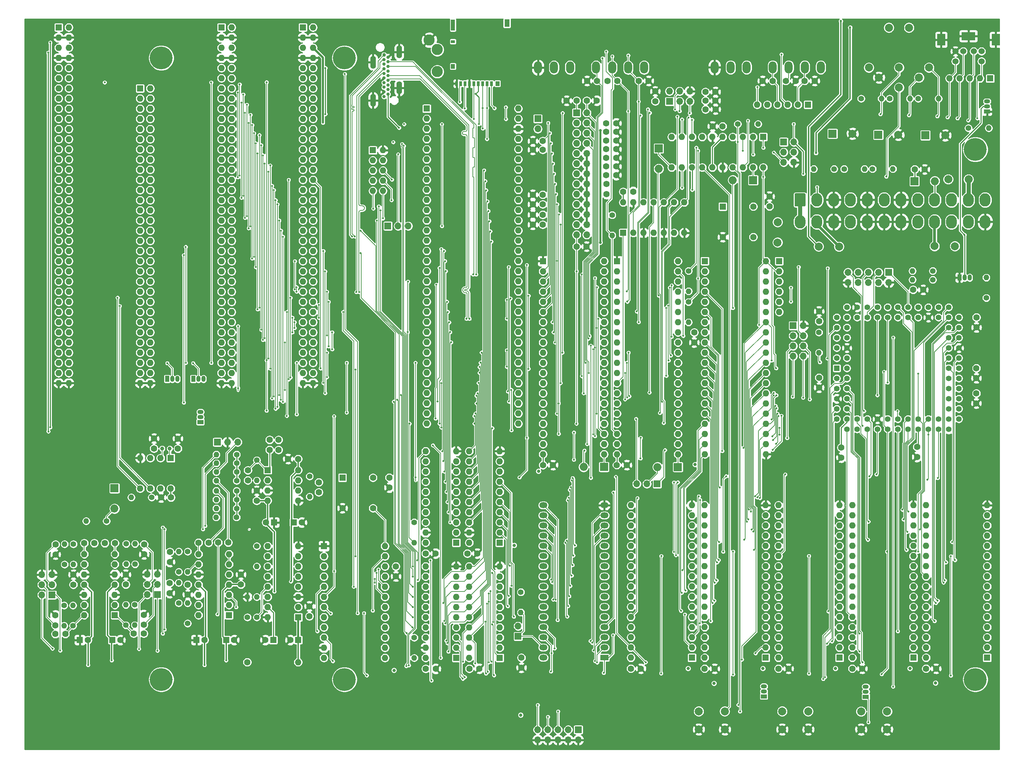
<source format=gbl>
G04 #@! TF.GenerationSoftware,KiCad,Pcbnew,(5.1.12)-1*
G04 #@! TF.CreationDate,2022-08-10T22:48:40-07:00*
G04 #@! TF.ProjectId,JBX16,4a425831-362e-46b6-9963-61645f706362,rev?*
G04 #@! TF.SameCoordinates,Original*
G04 #@! TF.FileFunction,Copper,L4,Bot*
G04 #@! TF.FilePolarity,Positive*
%FSLAX46Y46*%
G04 Gerber Fmt 4.6, Leading zero omitted, Abs format (unit mm)*
G04 Created by KiCad (PCBNEW (5.1.12)-1) date 2022-08-10 22:48:40*
%MOMM*%
%LPD*%
G01*
G04 APERTURE LIST*
G04 #@! TA.AperFunction,ComponentPad*
%ADD10O,1.700000X1.700000*%
G04 #@! TD*
G04 #@! TA.AperFunction,ComponentPad*
%ADD11R,1.700000X1.700000*%
G04 #@! TD*
G04 #@! TA.AperFunction,ComponentPad*
%ADD12R,1.500000X1.050000*%
G04 #@! TD*
G04 #@! TA.AperFunction,ComponentPad*
%ADD13O,1.500000X1.050000*%
G04 #@! TD*
G04 #@! TA.AperFunction,ComponentPad*
%ADD14O,2.000000X2.000000*%
G04 #@! TD*
G04 #@! TA.AperFunction,ComponentPad*
%ADD15R,2.000000X2.000000*%
G04 #@! TD*
G04 #@! TA.AperFunction,ComponentPad*
%ADD16O,1.400000X1.400000*%
G04 #@! TD*
G04 #@! TA.AperFunction,ComponentPad*
%ADD17C,1.400000*%
G04 #@! TD*
G04 #@! TA.AperFunction,ComponentPad*
%ADD18R,2.000000X1.440000*%
G04 #@! TD*
G04 #@! TA.AperFunction,ComponentPad*
%ADD19O,2.000000X1.440000*%
G04 #@! TD*
G04 #@! TA.AperFunction,ComponentPad*
%ADD20O,1.600000X1.600000*%
G04 #@! TD*
G04 #@! TA.AperFunction,ComponentPad*
%ADD21R,1.600000X1.600000*%
G04 #@! TD*
G04 #@! TA.AperFunction,ComponentPad*
%ADD22C,1.600000*%
G04 #@! TD*
G04 #@! TA.AperFunction,ComponentPad*
%ADD23R,1.050000X1.500000*%
G04 #@! TD*
G04 #@! TA.AperFunction,ComponentPad*
%ADD24O,1.050000X1.500000*%
G04 #@! TD*
G04 #@! TA.AperFunction,ComponentPad*
%ADD25C,1.000000*%
G04 #@! TD*
G04 #@! TA.AperFunction,ComponentPad*
%ADD26O,2.700000X3.300000*%
G04 #@! TD*
G04 #@! TA.AperFunction,SMDPad,CuDef*
%ADD27R,1.300000X1.900000*%
G04 #@! TD*
G04 #@! TA.AperFunction,SMDPad,CuDef*
%ADD28R,1.000000X2.800000*%
G04 #@! TD*
G04 #@! TA.AperFunction,SMDPad,CuDef*
%ADD29R,1.000000X0.800000*%
G04 #@! TD*
G04 #@! TA.AperFunction,SMDPad,CuDef*
%ADD30R,1.000000X1.200000*%
G04 #@! TD*
G04 #@! TA.AperFunction,SMDPad,CuDef*
%ADD31R,0.700000X1.200000*%
G04 #@! TD*
G04 #@! TA.AperFunction,ComponentPad*
%ADD32O,1.400000X3.200000*%
G04 #@! TD*
G04 #@! TA.AperFunction,ComponentPad*
%ADD33C,0.800000*%
G04 #@! TD*
G04 #@! TA.AperFunction,ComponentPad*
%ADD34O,2.000000X3.000000*%
G04 #@! TD*
G04 #@! TA.AperFunction,ComponentPad*
%ADD35C,2.000000*%
G04 #@! TD*
G04 #@! TA.AperFunction,ComponentPad*
%ADD36C,5.700000*%
G04 #@! TD*
G04 #@! TA.AperFunction,ComponentPad*
%ADD37C,1.422400*%
G04 #@! TD*
G04 #@! TA.AperFunction,ComponentPad*
%ADD38R,1.422400X1.422400*%
G04 #@! TD*
G04 #@! TA.AperFunction,ComponentPad*
%ADD39C,1.524000*%
G04 #@! TD*
G04 #@! TA.AperFunction,ComponentPad*
%ADD40R,2.000000X3.000000*%
G04 #@! TD*
G04 #@! TA.AperFunction,ComponentPad*
%ADD41R,3.500000X2.000000*%
G04 #@! TD*
G04 #@! TA.AperFunction,ComponentPad*
%ADD42C,2.800000*%
G04 #@! TD*
G04 #@! TA.AperFunction,ViaPad*
%ADD43C,0.500000*%
G04 #@! TD*
G04 #@! TA.AperFunction,ViaPad*
%ADD44C,0.800000*%
G04 #@! TD*
G04 #@! TA.AperFunction,ViaPad*
%ADD45C,0.700000*%
G04 #@! TD*
G04 #@! TA.AperFunction,ViaPad*
%ADD46C,0.600000*%
G04 #@! TD*
G04 #@! TA.AperFunction,Conductor*
%ADD47C,0.127000*%
G04 #@! TD*
G04 #@! TA.AperFunction,Conductor*
%ADD48C,0.254000*%
G04 #@! TD*
G04 #@! TA.AperFunction,Conductor*
%ADD49C,0.500000*%
G04 #@! TD*
G04 #@! TA.AperFunction,Conductor*
%ADD50C,0.200000*%
G04 #@! TD*
G04 #@! TA.AperFunction,Conductor*
%ADD51C,0.300000*%
G04 #@! TD*
G04 #@! TA.AperFunction,Conductor*
%ADD52C,0.250000*%
G04 #@! TD*
G04 #@! TA.AperFunction,Conductor*
%ADD53C,1.000000*%
G04 #@! TD*
G04 #@! TA.AperFunction,Conductor*
%ADD54C,0.670000*%
G04 #@! TD*
G04 #@! TA.AperFunction,Conductor*
%ADD55C,0.650000*%
G04 #@! TD*
G04 #@! TA.AperFunction,Conductor*
%ADD56C,0.100000*%
G04 #@! TD*
G04 APERTURE END LIST*
D10*
X229108000Y-111353600D03*
X226568000Y-111353600D03*
X229108000Y-108813600D03*
X226568000Y-108813600D03*
X229108000Y-106273600D03*
X226568000Y-106273600D03*
X229108000Y-103733600D03*
D11*
X226568000Y-103733600D03*
D12*
X244703600Y-196469000D03*
D13*
X244703600Y-193929000D03*
X244703600Y-195199000D03*
D10*
X162788600Y-207264000D03*
X162788600Y-204724000D03*
X165328600Y-207264000D03*
X165328600Y-204724000D03*
X167868600Y-207264000D03*
X167868600Y-204724000D03*
X170408600Y-207264000D03*
X170408600Y-204724000D03*
X172948600Y-207264000D03*
D11*
X172948600Y-204724000D03*
D14*
X261924800Y-67614800D03*
D15*
X256844800Y-67614800D03*
D16*
X200456800Y-102895400D03*
D17*
X200456800Y-97815400D03*
D18*
X179445920Y-186720000D03*
D19*
X164205920Y-186720000D03*
X179445920Y-184180000D03*
X164205920Y-184180000D03*
X179445920Y-181640000D03*
X164205920Y-181640000D03*
X179445920Y-179100000D03*
X164205920Y-179100000D03*
X179445920Y-176560000D03*
X164205920Y-176560000D03*
X179445920Y-174020000D03*
X164205920Y-174020000D03*
X179445920Y-171480000D03*
X164205920Y-171480000D03*
X179445920Y-168940000D03*
X164205920Y-168940000D03*
X179445920Y-166400000D03*
X164205920Y-166400000D03*
X179445920Y-163860000D03*
X164205920Y-163860000D03*
X179445920Y-161320000D03*
X164205920Y-161320000D03*
X179445920Y-158780000D03*
X164205920Y-158780000D03*
X179445920Y-156240000D03*
X164205920Y-156240000D03*
X179445920Y-153700000D03*
X164205920Y-153700000D03*
X179445920Y-151160000D03*
X164205920Y-151160000D03*
X179445920Y-148620000D03*
X164205920Y-148620000D03*
D12*
X78613000Y-127838200D03*
D13*
X78613000Y-125298200D03*
X78613000Y-126568200D03*
D10*
X87909400Y-132842000D03*
X85369400Y-132842000D03*
D11*
X82829400Y-132842000D03*
D20*
X49631600Y-176072800D03*
X57251600Y-160832800D03*
X49631600Y-173532800D03*
X57251600Y-163372800D03*
X49631600Y-170992800D03*
X57251600Y-165912800D03*
X49631600Y-168452800D03*
X57251600Y-168452800D03*
X49631600Y-165912800D03*
X57251600Y-170992800D03*
X49631600Y-163372800D03*
X57251600Y-173532800D03*
X49631600Y-160832800D03*
D21*
X57251600Y-176072800D03*
D10*
X65354200Y-165862000D03*
X67894200Y-165862000D03*
X65354200Y-168402000D03*
X67894200Y-168402000D03*
X65354200Y-170942000D03*
D11*
X67894200Y-170942000D03*
D10*
X39039800Y-165963600D03*
X41579800Y-165963600D03*
X39039800Y-168503600D03*
X41579800Y-168503600D03*
X39039800Y-171043600D03*
D11*
X41579800Y-171043600D03*
D16*
X82575400Y-135940800D03*
D17*
X87655400Y-135940800D03*
D16*
X82575400Y-145008600D03*
D17*
X87655400Y-145008600D03*
D16*
X75412600Y-173075600D03*
D17*
X75412600Y-178155600D03*
D16*
X59994800Y-173507400D03*
D17*
X59994800Y-178587400D03*
D16*
X82575400Y-140309600D03*
D17*
X87655400Y-140309600D03*
D16*
X82575400Y-147193000D03*
D17*
X87655400Y-147193000D03*
D16*
X82575400Y-149402800D03*
D17*
X87655400Y-149402800D03*
D16*
X46812200Y-173634400D03*
D17*
X46812200Y-178714400D03*
D16*
X46913800Y-163398200D03*
D17*
X46913800Y-158318200D03*
D16*
X44602400Y-178714400D03*
D17*
X44602400Y-173634400D03*
D16*
X44704000Y-158318200D03*
D17*
X44704000Y-163398200D03*
D16*
X82575400Y-142494000D03*
D17*
X87655400Y-142494000D03*
D16*
X82575400Y-138125200D03*
D17*
X87655400Y-138125200D03*
D16*
X82550000Y-151612600D03*
D17*
X87630000Y-151612600D03*
D16*
X75438000Y-165252400D03*
D17*
X75438000Y-160172400D03*
D16*
X60071000Y-163347400D03*
D17*
X60071000Y-158267400D03*
D16*
X62306200Y-158267400D03*
D17*
X62306200Y-163347400D03*
D16*
X62230000Y-178587400D03*
D17*
X62230000Y-173507400D03*
D22*
X44892600Y-180797200D03*
X42392600Y-180797200D03*
X49620800Y-158089600D03*
X52120800Y-158089600D03*
X42392600Y-176112800D03*
X42392600Y-178612800D03*
X42443400Y-160909000D03*
X42443400Y-158409000D03*
X57262400Y-158089600D03*
X54762400Y-158089600D03*
X61965200Y-180670200D03*
X64465200Y-180670200D03*
X64541400Y-160869000D03*
X64541400Y-158369000D03*
X64465200Y-175985800D03*
X64465200Y-178485800D03*
X79622400Y-182290720D03*
D21*
X77622400Y-182290720D03*
D22*
X75438000Y-170952800D03*
X75438000Y-168452800D03*
X87039200Y-182290720D03*
D21*
X85039200Y-182290720D03*
D22*
X88722200Y-165938200D03*
X88722200Y-168438200D03*
D20*
X124180600Y-70053200D03*
X121640600Y-70053200D03*
X124180600Y-67513200D03*
X121640600Y-67513200D03*
X124180600Y-64973200D03*
X121640600Y-64973200D03*
X124180600Y-62433200D03*
X121640600Y-62433200D03*
X124180600Y-59893200D03*
D21*
X121640600Y-59893200D03*
D20*
X223083120Y-100299520D03*
X223083120Y-97759520D03*
X223083120Y-95219520D03*
X223083120Y-92679520D03*
X223083120Y-90139520D03*
D21*
X223083120Y-87599520D03*
D16*
X275412200Y-54356000D03*
D17*
X270332200Y-54356000D03*
D16*
X274777200Y-91719400D03*
D17*
X274777200Y-96799400D03*
D12*
X274980400Y-50241200D03*
D13*
X274980400Y-47701200D03*
X274980400Y-48971200D03*
D23*
X268097000Y-91719400D03*
D24*
X270637000Y-91719400D03*
X269367000Y-91719400D03*
D21*
X135107680Y-49484280D03*
D20*
X135107680Y-52024280D03*
X135107680Y-54564280D03*
X135107680Y-57104280D03*
X135107680Y-59644280D03*
X135107680Y-62184280D03*
X135107680Y-64724280D03*
X135107680Y-67264280D03*
X135107680Y-69804280D03*
X135107680Y-72344280D03*
X135107680Y-74884280D03*
X135107680Y-77424280D03*
X135107680Y-79964280D03*
X135107680Y-82504280D03*
X135107680Y-85044280D03*
X135107680Y-87584280D03*
X135107680Y-90124280D03*
X135107680Y-92664280D03*
X135107680Y-95204280D03*
X135107680Y-97744280D03*
X135107680Y-100284280D03*
X135107680Y-102824280D03*
X135107680Y-105364280D03*
X135107680Y-107904280D03*
X135107680Y-110444280D03*
X135107680Y-112984280D03*
X135107680Y-115524280D03*
X135107680Y-118064280D03*
X135107680Y-120604280D03*
X135107680Y-123144280D03*
X135107680Y-125684280D03*
X135107680Y-128224280D03*
X157967680Y-64724280D03*
X157967680Y-49484280D03*
X157967680Y-128224280D03*
X157967680Y-120604280D03*
X157967680Y-52024280D03*
X157967680Y-110444280D03*
X157967680Y-125684280D03*
X157967680Y-118064280D03*
X157967680Y-115524280D03*
X157967680Y-105364280D03*
X157967680Y-74884280D03*
X157967680Y-85044280D03*
X157967680Y-79964280D03*
X157967680Y-72344280D03*
X157967680Y-67264280D03*
X157967680Y-57104280D03*
X157967680Y-54564280D03*
X157967680Y-82504280D03*
X157967680Y-123144280D03*
X157967680Y-87584280D03*
X157967680Y-62184280D03*
X157967680Y-112984280D03*
X157967680Y-69804280D03*
X157967680Y-100284280D03*
X157967680Y-107904280D03*
X157967680Y-92664280D03*
X157967680Y-59644280D03*
X157967680Y-97744280D03*
X157967680Y-102824280D03*
X157967680Y-95204280D03*
X157967680Y-90124280D03*
X157967680Y-77424280D03*
D16*
X61366400Y-146659600D03*
D17*
X66446400Y-146659600D03*
D16*
X50114200Y-152577800D03*
D17*
X55194200Y-152577800D03*
D25*
X69054900Y-134467600D03*
X70954900Y-134467600D03*
D20*
X71208900Y-144437100D03*
X63588900Y-136817100D03*
X68668900Y-144437100D03*
X66128900Y-136817100D03*
X66128900Y-144437100D03*
X68668900Y-136817100D03*
X63588900Y-144437100D03*
D21*
X71208900Y-136817100D03*
D14*
X57150000Y-149453600D03*
D15*
X57150000Y-144373600D03*
D22*
X67017900Y-134427600D03*
X67017900Y-131927600D03*
X72986900Y-134467600D03*
X72986900Y-131967600D03*
X175006000Y-83947000D03*
X172506000Y-83947000D03*
X161584000Y-73406000D03*
X164084000Y-73406000D03*
X182435500Y-53149500D03*
X179935500Y-53149500D03*
X161584000Y-70993000D03*
X164084000Y-70993000D03*
X161584000Y-76009500D03*
X164084000Y-76009500D03*
X179959000Y-70826000D03*
X179959000Y-68326000D03*
X68772400Y-146659600D03*
X71272400Y-146659600D03*
X182435500Y-59626500D03*
X179935500Y-59626500D03*
X182435500Y-66103500D03*
X179935500Y-66103500D03*
X161584000Y-78486000D03*
X164084000Y-78486000D03*
X182435500Y-63944500D03*
X179935500Y-63944500D03*
X177546000Y-47498000D03*
X175046000Y-47498000D03*
X182435500Y-61785500D03*
X179935500Y-61785500D03*
X182435500Y-55308500D03*
X179935500Y-55308500D03*
X161584000Y-59753500D03*
X164084000Y-59753500D03*
X170029500Y-47498000D03*
X172529500Y-47498000D03*
X182435500Y-57467500D03*
X179935500Y-57467500D03*
X161584000Y-57594500D03*
X164084000Y-57594500D03*
D23*
X76835000Y-117043200D03*
D24*
X79375000Y-117043200D03*
X78105000Y-117043200D03*
D23*
X70307200Y-117043200D03*
D24*
X72847200Y-117043200D03*
X71577200Y-117043200D03*
D12*
X219265500Y-196405500D03*
D13*
X219265500Y-193865500D03*
X219265500Y-195135500D03*
D20*
X45768180Y-118094760D03*
X43228180Y-118094760D03*
X45768180Y-115554760D03*
X43228180Y-115554760D03*
X45768180Y-113014760D03*
X43228180Y-113014760D03*
X45768180Y-110474760D03*
X43228180Y-110474760D03*
X45768180Y-107934760D03*
X43228180Y-107934760D03*
X45768180Y-105394760D03*
X43228180Y-105394760D03*
X45768180Y-102854760D03*
X43228180Y-102854760D03*
X45768180Y-100314760D03*
X43228180Y-100314760D03*
X45768180Y-97774760D03*
X43228180Y-97774760D03*
X45768180Y-95234760D03*
X43228180Y-95234760D03*
X45768180Y-92694760D03*
X43228180Y-92694760D03*
X45768180Y-90154760D03*
X43228180Y-90154760D03*
X45768180Y-87614760D03*
X43228180Y-87614760D03*
X45768180Y-85074760D03*
X43228180Y-85074760D03*
X45768180Y-82534760D03*
X43228180Y-82534760D03*
X45768180Y-79994760D03*
X43228180Y-79994760D03*
X45768180Y-77454760D03*
X43228180Y-77454760D03*
X45768180Y-74914760D03*
X43228180Y-74914760D03*
X45768180Y-72374760D03*
X43228180Y-72374760D03*
X45768180Y-69834760D03*
X43228180Y-69834760D03*
X45768180Y-67294760D03*
X43228180Y-67294760D03*
X45768180Y-64754760D03*
X43228180Y-64754760D03*
X45768180Y-62214760D03*
X43228180Y-62214760D03*
X45768180Y-59674760D03*
X43228180Y-59674760D03*
X45768180Y-57134760D03*
X43228180Y-57134760D03*
X45768180Y-54594760D03*
X43228180Y-54594760D03*
X45768180Y-52054760D03*
X43228180Y-52054760D03*
X45768180Y-49514760D03*
X43228180Y-49514760D03*
X45768180Y-46974760D03*
X43228180Y-46974760D03*
X45768180Y-44434760D03*
X43228180Y-44434760D03*
X45768180Y-41894760D03*
X43228180Y-41894760D03*
X45768180Y-39354760D03*
X43228180Y-39354760D03*
X45768180Y-36814760D03*
X43228180Y-36814760D03*
X45768180Y-34274760D03*
X43228180Y-34274760D03*
X45768180Y-31734760D03*
X43228180Y-31734760D03*
X45768180Y-29194760D03*
D21*
X43228180Y-29194760D03*
D20*
X66083180Y-118094760D03*
X63543180Y-118094760D03*
X66083180Y-115554760D03*
X63543180Y-115554760D03*
X66083180Y-113014760D03*
X63543180Y-113014760D03*
X66083180Y-110474760D03*
X63543180Y-110474760D03*
X66083180Y-107934760D03*
X63543180Y-107934760D03*
X66083180Y-105394760D03*
X63543180Y-105394760D03*
X66083180Y-102854760D03*
X63543180Y-102854760D03*
X66083180Y-100314760D03*
X63543180Y-100314760D03*
X66083180Y-97774760D03*
X63543180Y-97774760D03*
X66083180Y-95234760D03*
X63543180Y-95234760D03*
X66083180Y-92694760D03*
X63543180Y-92694760D03*
X66083180Y-90154760D03*
X63543180Y-90154760D03*
X66083180Y-87614760D03*
X63543180Y-87614760D03*
X66083180Y-85074760D03*
X63543180Y-85074760D03*
X66083180Y-82534760D03*
X63543180Y-82534760D03*
X66083180Y-79994760D03*
X63543180Y-79994760D03*
X66083180Y-77454760D03*
X63543180Y-77454760D03*
X66083180Y-74914760D03*
X63543180Y-74914760D03*
X66083180Y-72374760D03*
X63543180Y-72374760D03*
X66083180Y-69834760D03*
X63543180Y-69834760D03*
X66083180Y-67294760D03*
X63543180Y-67294760D03*
X66083180Y-64754760D03*
X63543180Y-64754760D03*
X66083180Y-62214760D03*
X63543180Y-62214760D03*
X66083180Y-59674760D03*
X63543180Y-59674760D03*
X66083180Y-57134760D03*
X63543180Y-57134760D03*
X66083180Y-54594760D03*
X63543180Y-54594760D03*
X66083180Y-52054760D03*
X63543180Y-52054760D03*
X66083180Y-49514760D03*
X63543180Y-49514760D03*
X66083180Y-46974760D03*
X63543180Y-46974760D03*
X66083180Y-44434760D03*
D21*
X63543180Y-44434760D03*
D20*
X86403180Y-118094760D03*
X83863180Y-118094760D03*
X86403180Y-115554760D03*
X83863180Y-115554760D03*
X86403180Y-113014760D03*
X83863180Y-113014760D03*
X86403180Y-110474760D03*
X83863180Y-110474760D03*
X86403180Y-107934760D03*
X83863180Y-107934760D03*
X86403180Y-105394760D03*
X83863180Y-105394760D03*
X86403180Y-102854760D03*
X83863180Y-102854760D03*
X86403180Y-100314760D03*
X83863180Y-100314760D03*
X86403180Y-97774760D03*
X83863180Y-97774760D03*
X86403180Y-95234760D03*
X83863180Y-95234760D03*
X86403180Y-92694760D03*
X83863180Y-92694760D03*
X86403180Y-90154760D03*
X83863180Y-90154760D03*
X86403180Y-87614760D03*
X83863180Y-87614760D03*
X86403180Y-85074760D03*
X83863180Y-85074760D03*
X86403180Y-82534760D03*
X83863180Y-82534760D03*
X86403180Y-79994760D03*
X83863180Y-79994760D03*
X86403180Y-77454760D03*
X83863180Y-77454760D03*
X86403180Y-74914760D03*
X83863180Y-74914760D03*
X86403180Y-72374760D03*
X83863180Y-72374760D03*
X86403180Y-69834760D03*
X83863180Y-69834760D03*
X86403180Y-67294760D03*
X83863180Y-67294760D03*
X86403180Y-64754760D03*
X83863180Y-64754760D03*
X86403180Y-62214760D03*
X83863180Y-62214760D03*
X86403180Y-59674760D03*
X83863180Y-59674760D03*
X86403180Y-57134760D03*
X83863180Y-57134760D03*
X86403180Y-54594760D03*
X83863180Y-54594760D03*
X86403180Y-52054760D03*
X83863180Y-52054760D03*
X86403180Y-49514760D03*
X83863180Y-49514760D03*
X86403180Y-46974760D03*
X83863180Y-46974760D03*
X86403180Y-44434760D03*
X83863180Y-44434760D03*
X86403180Y-41894760D03*
X83863180Y-41894760D03*
X86403180Y-39354760D03*
X83863180Y-39354760D03*
X86403180Y-36814760D03*
X83863180Y-36814760D03*
X86403180Y-34274760D03*
X83863180Y-34274760D03*
X86403180Y-31734760D03*
X83863180Y-31734760D03*
X86403180Y-29194760D03*
D21*
X83863180Y-29194760D03*
X104183180Y-29194760D03*
D20*
X106723180Y-29194760D03*
X104183180Y-31734760D03*
X106723180Y-31734760D03*
X104183180Y-34274760D03*
X106723180Y-34274760D03*
X104183180Y-36814760D03*
X106723180Y-36814760D03*
X104183180Y-39354760D03*
X106723180Y-39354760D03*
X104183180Y-41894760D03*
X106723180Y-41894760D03*
X104183180Y-44434760D03*
X106723180Y-44434760D03*
X104183180Y-46974760D03*
X106723180Y-46974760D03*
X104183180Y-49514760D03*
X106723180Y-49514760D03*
X104183180Y-52054760D03*
X106723180Y-52054760D03*
X104183180Y-54594760D03*
X106723180Y-54594760D03*
X104183180Y-57134760D03*
X106723180Y-57134760D03*
X104183180Y-59674760D03*
X106723180Y-59674760D03*
X104183180Y-62214760D03*
X106723180Y-62214760D03*
X104183180Y-64754760D03*
X106723180Y-64754760D03*
X104183180Y-67294760D03*
X106723180Y-67294760D03*
X104183180Y-69834760D03*
X106723180Y-69834760D03*
X104183180Y-72374760D03*
X106723180Y-72374760D03*
X104183180Y-74914760D03*
X106723180Y-74914760D03*
X104183180Y-77454760D03*
X106723180Y-77454760D03*
X104183180Y-79994760D03*
X106723180Y-79994760D03*
X104183180Y-82534760D03*
X106723180Y-82534760D03*
X104183180Y-85074760D03*
X106723180Y-85074760D03*
X104183180Y-87614760D03*
X106723180Y-87614760D03*
X104183180Y-90154760D03*
X106723180Y-90154760D03*
X104183180Y-92694760D03*
X106723180Y-92694760D03*
X104183180Y-95234760D03*
X106723180Y-95234760D03*
X104183180Y-97774760D03*
X106723180Y-97774760D03*
X104183180Y-100314760D03*
X106723180Y-100314760D03*
X104183180Y-102854760D03*
X106723180Y-102854760D03*
X104183180Y-105394760D03*
X106723180Y-105394760D03*
X104183180Y-107934760D03*
X106723180Y-107934760D03*
X104183180Y-110474760D03*
X106723180Y-110474760D03*
X104183180Y-113014760D03*
X106723180Y-113014760D03*
X104183180Y-115554760D03*
X106723180Y-115554760D03*
X104183180Y-118094760D03*
X106723180Y-118094760D03*
D16*
X90347800Y-171526200D03*
D17*
X90347800Y-176606200D03*
D16*
X92684600Y-171526200D03*
D17*
X92684600Y-176606200D03*
D26*
X274485760Y-77803640D03*
X270285760Y-77803640D03*
X266085760Y-77803640D03*
X261885760Y-77803640D03*
X257685760Y-77803640D03*
X253485760Y-77803640D03*
X249285760Y-77803640D03*
X245085760Y-77803640D03*
X240885760Y-77803640D03*
X236685760Y-77803640D03*
X232485760Y-77803640D03*
X228285760Y-77803640D03*
X274485760Y-72303640D03*
X270285760Y-72303640D03*
X266085760Y-72303640D03*
X261885760Y-72303640D03*
X257685760Y-72303640D03*
X253485760Y-72303640D03*
X249285760Y-72303640D03*
X245085760Y-72303640D03*
X240885760Y-72303640D03*
X236685760Y-72303640D03*
X232485760Y-72303640D03*
G04 #@! TA.AperFunction,ComponentPad*
G36*
G01*
X226935760Y-73703639D02*
X226935760Y-70903641D01*
G75*
G02*
X227185761Y-70653640I250001J0D01*
G01*
X229385759Y-70653640D01*
G75*
G02*
X229635760Y-70903641I0J-250001D01*
G01*
X229635760Y-73703639D01*
G75*
G02*
X229385759Y-73953640I-250001J0D01*
G01*
X227185761Y-73953640D01*
G75*
G02*
X226935760Y-73703639I0J250001D01*
G01*
G37*
G04 #@! TD.AperFunction*
D16*
X231711500Y-64571880D03*
D17*
X236791500Y-64571880D03*
D20*
X217596720Y-48508920D03*
X220136720Y-48508920D03*
X222676720Y-48508920D03*
X225216720Y-48508920D03*
X227756720Y-48508920D03*
D21*
X230296720Y-48508920D03*
D22*
X207172560Y-45318680D03*
X204672560Y-45318680D03*
X207203040Y-49672240D03*
X204703040Y-49672240D03*
X218963240Y-42545000D03*
X221463240Y-42545000D03*
X175122200Y-42545000D03*
X177622200Y-42545000D03*
X192140840Y-45166280D03*
X192140840Y-47666280D03*
X231942640Y-42545000D03*
X229442640Y-42545000D03*
X190510800Y-42545000D03*
X188010800Y-42545000D03*
X180217440Y-42545000D03*
X182717440Y-42545000D03*
X227248720Y-42545000D03*
X224748720Y-42545000D03*
X207187800Y-47518320D03*
X204687800Y-47518320D03*
D20*
X179364640Y-87599520D03*
X164124640Y-135859520D03*
X179364640Y-90139520D03*
X164124640Y-133319520D03*
X179364640Y-92679520D03*
X164124640Y-130779520D03*
X179364640Y-95219520D03*
X164124640Y-128239520D03*
X179364640Y-97759520D03*
X164124640Y-125699520D03*
X179364640Y-100299520D03*
X164124640Y-123159520D03*
X179364640Y-102839520D03*
X164124640Y-120619520D03*
X179364640Y-105379520D03*
X164124640Y-118079520D03*
X179364640Y-107919520D03*
X164124640Y-115539520D03*
X179364640Y-110459520D03*
X164124640Y-112999520D03*
X179364640Y-112999520D03*
X164124640Y-110459520D03*
X179364640Y-115539520D03*
X164124640Y-107919520D03*
X179364640Y-118079520D03*
X164124640Y-105379520D03*
X179364640Y-120619520D03*
X164124640Y-102839520D03*
X179364640Y-123159520D03*
X164124640Y-100299520D03*
X179364640Y-125699520D03*
X164124640Y-97759520D03*
X179364640Y-128239520D03*
X164124640Y-95219520D03*
X179364640Y-130779520D03*
X164124640Y-92679520D03*
X179364640Y-133319520D03*
X164124640Y-90139520D03*
X179364640Y-135859520D03*
D21*
X164124640Y-87599520D03*
D10*
X200766680Y-45156120D03*
X200766680Y-47696120D03*
X198226680Y-45156120D03*
X198226680Y-47696120D03*
X195686680Y-45156120D03*
D11*
X195686680Y-47696120D03*
D10*
X175036480Y-81020920D03*
X172496480Y-81020920D03*
X175036480Y-78480920D03*
X172496480Y-78480920D03*
X175036480Y-75940920D03*
X172496480Y-75940920D03*
X175036480Y-73400920D03*
X172496480Y-73400920D03*
X175036480Y-70860920D03*
X172496480Y-70860920D03*
X175036480Y-68320920D03*
X172496480Y-68320920D03*
X175036480Y-65780920D03*
X172496480Y-65780920D03*
X175036480Y-63240920D03*
X172496480Y-63240920D03*
X175036480Y-60700920D03*
X172496480Y-60700920D03*
X175036480Y-58160920D03*
X172496480Y-58160920D03*
X175036480Y-55620920D03*
X172496480Y-55620920D03*
X175036480Y-53080920D03*
X172496480Y-53080920D03*
X175036480Y-50540920D03*
D11*
X172496480Y-50540920D03*
D27*
X155138000Y-28134200D03*
D28*
X141638000Y-28584200D03*
D29*
X141638000Y-32734200D03*
D30*
X141638000Y-38934200D03*
X152788000Y-43234200D03*
D31*
X144638000Y-43234200D03*
X145738000Y-43234200D03*
X146838000Y-43234200D03*
X147938000Y-43234200D03*
X149038000Y-43234200D03*
X150138000Y-43234200D03*
X151238000Y-43234200D03*
X143538000Y-43234200D03*
X142588000Y-43234200D03*
D22*
X105816400Y-173863000D03*
X105816400Y-176363000D03*
D20*
X103022400Y-139827000D03*
X95402400Y-147447000D03*
X103022400Y-142367000D03*
X95402400Y-144907000D03*
X103022400Y-144907000D03*
X95402400Y-142367000D03*
X103022400Y-147447000D03*
D21*
X95402400Y-139827000D03*
D20*
X78155800Y-176072800D03*
X85775800Y-160832800D03*
X78155800Y-173532800D03*
X85775800Y-163372800D03*
X78155800Y-170992800D03*
X85775800Y-165912800D03*
X78155800Y-168452800D03*
X85775800Y-168452800D03*
X78155800Y-165912800D03*
X85775800Y-170992800D03*
X78155800Y-163372800D03*
X85775800Y-173532800D03*
X78155800Y-160832800D03*
D21*
X85775800Y-176072800D03*
D22*
X114066320Y-149346920D03*
X121686320Y-149346920D03*
X121686320Y-141726920D03*
D21*
X114066320Y-141726920D03*
D20*
X124673360Y-158821120D03*
X109433360Y-186761120D03*
X124673360Y-161361120D03*
X109433360Y-184221120D03*
X124673360Y-163901120D03*
X109433360Y-181681120D03*
X124673360Y-166441120D03*
X109433360Y-179141120D03*
X124673360Y-168981120D03*
X109433360Y-176601120D03*
X124673360Y-171521120D03*
X109433360Y-174061120D03*
X124673360Y-174061120D03*
X109433360Y-171521120D03*
X124673360Y-176601120D03*
X109433360Y-168981120D03*
X124673360Y-179141120D03*
X109433360Y-166441120D03*
X124673360Y-181681120D03*
X109433360Y-163901120D03*
X124673360Y-184221120D03*
X109433360Y-161361120D03*
X124673360Y-186761120D03*
D21*
X109433360Y-158821120D03*
D16*
X92684600Y-163906200D03*
D17*
X92684600Y-158826200D03*
D16*
X92684600Y-142443200D03*
D17*
X92684600Y-137363200D03*
D16*
X105867200Y-146456400D03*
D17*
X105867200Y-141376400D03*
D16*
X73177400Y-167970200D03*
D17*
X73177400Y-173050200D03*
D16*
X73228200Y-160172400D03*
D17*
X73228200Y-165252400D03*
D20*
X102997000Y-187833000D03*
D22*
X90297000Y-187833000D03*
X95002600Y-152908000D03*
D21*
X97002600Y-152908000D03*
D22*
X92659200Y-144983200D03*
X92659200Y-147483200D03*
X50514000Y-182290720D03*
D21*
X48514000Y-182290720D03*
D22*
X46913800Y-165952800D03*
X46913800Y-168452800D03*
X125750320Y-144196440D03*
X125750320Y-141696440D03*
X58616600Y-182290720D03*
D21*
X56616600Y-182290720D03*
D22*
X101037640Y-182290720D03*
D21*
X103037640Y-182290720D03*
D22*
X59994800Y-165927400D03*
X59994800Y-168427400D03*
X103930200Y-152908000D03*
D21*
X101930200Y-152908000D03*
D22*
X100497000Y-137033000D03*
X102997000Y-137033000D03*
X94799400Y-182290720D03*
D21*
X96799400Y-182290720D03*
D22*
X95890080Y-134767320D03*
X95890080Y-132267320D03*
X98115120Y-134778120D03*
X98115120Y-132278120D03*
X90449400Y-142377800D03*
X90449400Y-139877800D03*
X108153200Y-145375000D03*
X108153200Y-142875000D03*
X83047200Y-157937200D03*
X85547200Y-157937200D03*
X78155800Y-157962600D03*
X80655800Y-157962600D03*
X70942200Y-170571800D03*
X70942200Y-168071800D03*
X70993000Y-162774000D03*
X70993000Y-160274000D03*
X127406400Y-166401120D03*
X127406400Y-163901120D03*
D20*
X95407480Y-176606200D03*
X103027480Y-158826200D03*
X95407480Y-174066200D03*
X103027480Y-161366200D03*
X95407480Y-171526200D03*
X103027480Y-163906200D03*
X95407480Y-168986200D03*
X103027480Y-166446200D03*
X95407480Y-166446200D03*
X103027480Y-168986200D03*
X95407480Y-163906200D03*
X103027480Y-171526200D03*
X95407480Y-161366200D03*
X103027480Y-174066200D03*
X95407480Y-158826200D03*
D21*
X103027480Y-176606200D03*
D10*
X162834320Y-54559200D03*
D11*
X162834320Y-52019200D03*
D32*
X128210000Y-44318000D03*
X121710000Y-47418000D03*
X121710000Y-37918000D03*
D33*
X124460000Y-46463000D03*
X125460000Y-45885500D03*
X124460000Y-45308000D03*
X125460000Y-44730500D03*
X124460000Y-44153000D03*
X125460000Y-43575500D03*
X124460000Y-42998000D03*
X125460000Y-42420500D03*
X124460000Y-41843000D03*
X125460000Y-41265500D03*
X124460000Y-40688000D03*
X125460000Y-40110500D03*
X124460000Y-39533000D03*
X125460000Y-38955500D03*
X124460000Y-38378000D03*
X125460000Y-37800500D03*
X124460000Y-37223000D03*
X125460000Y-36645500D03*
D32*
X128210000Y-35318000D03*
G04 #@! TA.AperFunction,ComponentPad*
G36*
G01*
X124860000Y-35918400D02*
X124860000Y-36217600D01*
G75*
G02*
X124609600Y-36468000I-250400J0D01*
G01*
X124310400Y-36468000D01*
G75*
G02*
X124060000Y-36217600I0J250400D01*
G01*
X124060000Y-35918400D01*
G75*
G02*
X124310400Y-35668000I250400J0D01*
G01*
X124609600Y-35668000D01*
G75*
G02*
X124860000Y-35918400I0J-250400D01*
G01*
G37*
G04 #@! TD.AperFunction*
D34*
X162882400Y-39232840D03*
X166882400Y-39232840D03*
X170882400Y-39232840D03*
X177382400Y-39232840D03*
X181382400Y-39232840D03*
X185382400Y-39232840D03*
X189382400Y-39232840D03*
X206966640Y-39192200D03*
X210966640Y-39192200D03*
X214966640Y-39192200D03*
X221466640Y-39192200D03*
X225466640Y-39192200D03*
X229466640Y-39192200D03*
X233466640Y-39192200D03*
D16*
X131993640Y-186776360D03*
D17*
X131993640Y-181696360D03*
D16*
X131993640Y-157967680D03*
D17*
X131993640Y-152887680D03*
D16*
X200456800Y-95123000D03*
D17*
X200456800Y-90043000D03*
D22*
X134858760Y-189484000D03*
X137358760Y-189484000D03*
X145251800Y-160670240D03*
X147751800Y-160670240D03*
X134832720Y-160675320D03*
X137332720Y-160675320D03*
X145749640Y-189453520D03*
X148249640Y-189453520D03*
X186634120Y-70271640D03*
X184134120Y-70271640D03*
D16*
X244373400Y-64571880D03*
D17*
X239293400Y-64571880D03*
D16*
X217805000Y-53340000D03*
D17*
X212725000Y-53340000D03*
D16*
X251470160Y-64561720D03*
D17*
X246390160Y-64561720D03*
D16*
X233009440Y-110474760D03*
D17*
X233009440Y-105394760D03*
D22*
X206470880Y-53898800D03*
X208970880Y-53898800D03*
D35*
X250022500Y-200152000D03*
X250022500Y-204652000D03*
X243522500Y-200152000D03*
X243522500Y-204652000D03*
X230337500Y-200134220D03*
X230337500Y-204634220D03*
X223837500Y-200134220D03*
X223837500Y-204634220D03*
D22*
X259421000Y-64668400D03*
X256921000Y-64668400D03*
D35*
X232953560Y-83967480D03*
X238033560Y-83977480D03*
X222684500Y-82931000D03*
X222694500Y-77851000D03*
X266938760Y-83870640D03*
X261858760Y-83860640D03*
X265282680Y-67142360D03*
X270362680Y-67152360D03*
X264552440Y-56174640D03*
D15*
X259552440Y-56174640D03*
D35*
X252832880Y-56032400D03*
D15*
X247832880Y-56032400D03*
D35*
X241397800Y-55753000D03*
D15*
X236397800Y-55753000D03*
D20*
X219110560Y-64190880D03*
X196250560Y-56570880D03*
X216570560Y-64190880D03*
X198790560Y-56570880D03*
X214030560Y-64190880D03*
X201330560Y-56570880D03*
X211490560Y-64190880D03*
X203870560Y-56570880D03*
X208950560Y-64190880D03*
X206410560Y-56570880D03*
X206410560Y-64190880D03*
X208950560Y-56570880D03*
X203870560Y-64190880D03*
X211490560Y-56570880D03*
X201330560Y-64190880D03*
X214030560Y-56570880D03*
X198790560Y-64190880D03*
X216570560Y-56570880D03*
X196250560Y-64190880D03*
D21*
X219110560Y-56570880D03*
D36*
X272052360Y-192164880D03*
X114572360Y-192164880D03*
X68852360Y-192164880D03*
X114572360Y-36814880D03*
X68852360Y-36814880D03*
X272052360Y-59674880D03*
D22*
X256519040Y-94752160D03*
X259019040Y-94752160D03*
X233050080Y-102636320D03*
X233050080Y-100136320D03*
X272303240Y-120665240D03*
X272303240Y-123165240D03*
X257492500Y-134048500D03*
X257492500Y-136548500D03*
X272318480Y-101670480D03*
X272318480Y-104170480D03*
X238577120Y-134198360D03*
X238577120Y-136698360D03*
X272303240Y-114360320D03*
X272303240Y-116860320D03*
X233022140Y-116713000D03*
X233022140Y-119213000D03*
D17*
X181386480Y-76083160D03*
D16*
X181386480Y-81163160D03*
D17*
X243540280Y-47005240D03*
D16*
X248620280Y-47005240D03*
D17*
X250642120Y-47005240D03*
D16*
X255722120Y-47005240D03*
D17*
X257769360Y-46990000D03*
D16*
X262849360Y-46990000D03*
D21*
X184155080Y-80548480D03*
D20*
X199395080Y-72928480D03*
X186695080Y-80548480D03*
X196855080Y-72928480D03*
X189235080Y-80548480D03*
X194315080Y-72928480D03*
X191775080Y-80548480D03*
X191775080Y-72928480D03*
X194315080Y-80548480D03*
X189235080Y-72928480D03*
X196855080Y-80548480D03*
X186695080Y-72928480D03*
X199395080Y-80548480D03*
X184155080Y-72928480D03*
D35*
X255489080Y-29276040D03*
X250489080Y-29276040D03*
X260489080Y-39236040D03*
X245489080Y-39236040D03*
X257989080Y-41736040D03*
X252989080Y-39236040D03*
X247989080Y-41736040D03*
X252989080Y-44236040D03*
D11*
X224210880Y-57830720D03*
D10*
X226750880Y-57830720D03*
X224210880Y-60370720D03*
X226750880Y-60370720D03*
X224210880Y-62910720D03*
X226750880Y-62910720D03*
D22*
X220662500Y-73937500D03*
X220662500Y-71437500D03*
D20*
X265572240Y-41945560D03*
X268112240Y-41945560D03*
X270652240Y-41945560D03*
X273192240Y-41945560D03*
D21*
X275732240Y-41945560D03*
D15*
X216590880Y-67365880D03*
D14*
X211510880Y-67365880D03*
D15*
X193009520Y-59446160D03*
D14*
X193009520Y-64526160D03*
D15*
X197799960Y-139065000D03*
D14*
X192719960Y-139065000D03*
D15*
X179344320Y-139039600D03*
D14*
X174264320Y-139039600D03*
D22*
X201874120Y-105430320D03*
X201874120Y-107930320D03*
D21*
X204541120Y-87599520D03*
D20*
X219781120Y-135859520D03*
X204541120Y-90139520D03*
X219781120Y-133319520D03*
X204541120Y-92679520D03*
X219781120Y-130779520D03*
X204541120Y-95219520D03*
X219781120Y-128239520D03*
X204541120Y-97759520D03*
X219781120Y-125699520D03*
X204541120Y-100299520D03*
X219781120Y-123159520D03*
X204541120Y-102839520D03*
X219781120Y-120619520D03*
X204541120Y-105379520D03*
X219781120Y-118079520D03*
X204541120Y-107919520D03*
X219781120Y-115539520D03*
X204541120Y-110459520D03*
X219781120Y-112999520D03*
X204541120Y-112999520D03*
X219781120Y-110459520D03*
X204541120Y-115539520D03*
X219781120Y-107919520D03*
X204541120Y-118079520D03*
X219781120Y-105379520D03*
X204541120Y-120619520D03*
X219781120Y-102839520D03*
X204541120Y-123159520D03*
X219781120Y-100299520D03*
X204541120Y-125699520D03*
X219781120Y-97759520D03*
X204541120Y-128239520D03*
X219781120Y-95219520D03*
X204541120Y-130779520D03*
X219781120Y-92679520D03*
X204541120Y-133319520D03*
X219781120Y-90139520D03*
X204541120Y-135859520D03*
X219781120Y-87599520D03*
D35*
X203004420Y-204634220D03*
X203004420Y-200134220D03*
X209504420Y-204634220D03*
X209504420Y-200134220D03*
D11*
X192608200Y-143276320D03*
D10*
X190068200Y-143276320D03*
X187528200Y-143276320D03*
D11*
X157906720Y-181371240D03*
D10*
X157906720Y-178831240D03*
D22*
X164134160Y-138562080D03*
X166634160Y-138562080D03*
D17*
X158597600Y-170317160D03*
D16*
X158597600Y-175397160D03*
D22*
X182554240Y-138557000D03*
X185054240Y-138557000D03*
X259755000Y-189445900D03*
X262255000Y-189445900D03*
X241319680Y-189445900D03*
X243819680Y-189445900D03*
X222912300Y-189445900D03*
X225412300Y-189445900D03*
X204484600Y-189445900D03*
X206984600Y-189445900D03*
X186054360Y-189445900D03*
X188554360Y-189445900D03*
X158739840Y-186725560D03*
X158739840Y-189225560D03*
D17*
X261432040Y-92262960D03*
D16*
X256352040Y-92262960D03*
D17*
X261442200Y-90053160D03*
D16*
X256362200Y-90053160D03*
D37*
X239994440Y-114360960D03*
X239994440Y-116900960D03*
X239994440Y-119440960D03*
X239994440Y-121980960D03*
X239994440Y-124520960D03*
X239994440Y-111820960D03*
X239994440Y-109280960D03*
X239994440Y-106740960D03*
X239994440Y-104200960D03*
X239994440Y-101660960D03*
X239994440Y-99120960D03*
D38*
X237454440Y-114360960D03*
D37*
X237454440Y-116900960D03*
X237454440Y-119440960D03*
X237454440Y-121980960D03*
X237454440Y-124520960D03*
X237454440Y-127060960D03*
X237454440Y-111820960D03*
X237454440Y-109280960D03*
X237454440Y-106740960D03*
X237454440Y-104200960D03*
X237454440Y-101660960D03*
X239994440Y-127060960D03*
X242534440Y-127060960D03*
X245074440Y-127060960D03*
X247614440Y-127060960D03*
X250154440Y-127060960D03*
X252694440Y-127060960D03*
X255234440Y-127060960D03*
X257774440Y-127060960D03*
X260314440Y-127060960D03*
X262854440Y-127060960D03*
X239994440Y-129600960D03*
X242534440Y-129600960D03*
X245074440Y-129600960D03*
X247614440Y-129600960D03*
X250154440Y-129600960D03*
X252694440Y-129600960D03*
X255234440Y-129600960D03*
X257774440Y-129600960D03*
X260314440Y-129600960D03*
X262854440Y-129600960D03*
X265394440Y-129600960D03*
X265394440Y-127060960D03*
X265394440Y-124520960D03*
X265394440Y-121980960D03*
X265394440Y-119440960D03*
X265394440Y-116900960D03*
X265394440Y-114360960D03*
X265394440Y-111820960D03*
X265394440Y-109280960D03*
X265394440Y-106740960D03*
X265394440Y-104200960D03*
X267934440Y-127060960D03*
X267934440Y-124520960D03*
X267934440Y-121980960D03*
X267934440Y-119440960D03*
X267934440Y-116900960D03*
X267934440Y-114360960D03*
X267934440Y-111820960D03*
X267934440Y-109280960D03*
X267934440Y-106740960D03*
X267934440Y-104200960D03*
X267934440Y-101660960D03*
X265394440Y-101660960D03*
X262854440Y-101660960D03*
X260314440Y-101660960D03*
X257774440Y-101660960D03*
X255234440Y-101660960D03*
X252694440Y-101660960D03*
X250154440Y-101660960D03*
X247614440Y-101660960D03*
X245074440Y-101660960D03*
X242534440Y-101660960D03*
X265394440Y-99120960D03*
X262854440Y-99120960D03*
X260314440Y-99120960D03*
X257774440Y-99120960D03*
X255234440Y-99120960D03*
X252694440Y-99120960D03*
X250154440Y-99120960D03*
X247614440Y-99120960D03*
X245074440Y-99120960D03*
X242534440Y-99120960D03*
D21*
X142453360Y-186745880D03*
D20*
X134833360Y-163885880D03*
X142453360Y-184205880D03*
X134833360Y-166425880D03*
X142453360Y-181665880D03*
X134833360Y-168965880D03*
X142453360Y-179125880D03*
X134833360Y-171505880D03*
X142453360Y-176585880D03*
X134833360Y-174045880D03*
X142453360Y-174045880D03*
X134833360Y-176585880D03*
X142453360Y-171505880D03*
X134833360Y-179125880D03*
X142453360Y-168965880D03*
X134833360Y-181665880D03*
X142453360Y-166425880D03*
X134833360Y-184205880D03*
X142453360Y-163885880D03*
X134833360Y-186745880D03*
D21*
X153334720Y-157958280D03*
D20*
X145714720Y-135098280D03*
X153334720Y-155418280D03*
X145714720Y-137638280D03*
X153334720Y-152878280D03*
X145714720Y-140178280D03*
X153334720Y-150338280D03*
X145714720Y-142718280D03*
X153334720Y-147798280D03*
X145714720Y-145258280D03*
X153334720Y-145258280D03*
X145714720Y-147798280D03*
X153334720Y-142718280D03*
X145714720Y-150338280D03*
X153334720Y-140178280D03*
X145714720Y-152878280D03*
X153334720Y-137638280D03*
X145714720Y-155418280D03*
X153334720Y-135098280D03*
X145714720Y-157958280D03*
D21*
X142453360Y-157958280D03*
D20*
X134833360Y-135098280D03*
X142453360Y-155418280D03*
X134833360Y-137638280D03*
X142453360Y-152878280D03*
X134833360Y-140178280D03*
X142453360Y-150338280D03*
X134833360Y-142718280D03*
X142453360Y-147798280D03*
X134833360Y-145258280D03*
X142453360Y-145258280D03*
X134833360Y-147798280D03*
X142453360Y-142718280D03*
X134833360Y-150338280D03*
X142453360Y-140178280D03*
X134833360Y-152878280D03*
X142453360Y-137638280D03*
X134833360Y-155418280D03*
X142453360Y-135098280D03*
X134833360Y-157958280D03*
D21*
X153334720Y-186745880D03*
D20*
X145714720Y-163885880D03*
X153334720Y-184205880D03*
X145714720Y-166425880D03*
X153334720Y-181665880D03*
X145714720Y-168965880D03*
X153334720Y-179125880D03*
X145714720Y-171505880D03*
X153334720Y-176585880D03*
X145714720Y-174045880D03*
X153334720Y-174045880D03*
X145714720Y-176585880D03*
X153334720Y-171505880D03*
X145714720Y-179125880D03*
X153334720Y-168965880D03*
X145714720Y-181665880D03*
X153334720Y-166425880D03*
X145714720Y-184205880D03*
X153334720Y-163885880D03*
X145714720Y-186745880D03*
D39*
X267092360Y-35173920D03*
X271642360Y-35173920D03*
X269042360Y-35173920D03*
X273592360Y-35173920D03*
X267092360Y-37673920D03*
X273592360Y-37673920D03*
D40*
X277142360Y-32273920D03*
D41*
X270342360Y-31373920D03*
D40*
X263542360Y-32273920D03*
D11*
X125409960Y-78828900D03*
D10*
X127949960Y-78828900D03*
X130489960Y-78828900D03*
D42*
X135737600Y-32354520D03*
X137737600Y-34754520D03*
X137737600Y-40254520D03*
D10*
X240263680Y-92938600D03*
X240263680Y-90398600D03*
X242803680Y-92938600D03*
X242803680Y-90398600D03*
X245343680Y-92938600D03*
X245343680Y-90398600D03*
X247883680Y-92938600D03*
X247883680Y-90398600D03*
X250423680Y-92938600D03*
D11*
X250423680Y-90398600D03*
D20*
X241328000Y-186720000D03*
X256568000Y-148620000D03*
X241328000Y-184180000D03*
X256568000Y-151160000D03*
X241328000Y-181640000D03*
X256568000Y-153700000D03*
X241328000Y-179100000D03*
X256568000Y-156240000D03*
X241328000Y-176560000D03*
X256568000Y-158780000D03*
X241328000Y-174020000D03*
X256568000Y-161320000D03*
X241328000Y-171480000D03*
X256568000Y-163860000D03*
X241328000Y-168940000D03*
X256568000Y-166400000D03*
X241328000Y-166400000D03*
X256568000Y-168940000D03*
X241328000Y-163860000D03*
X256568000Y-171480000D03*
X241328000Y-161320000D03*
X256568000Y-174020000D03*
X241328000Y-158780000D03*
X256568000Y-176560000D03*
X241328000Y-156240000D03*
X256568000Y-179100000D03*
X241328000Y-153700000D03*
X256568000Y-181640000D03*
X241328000Y-151160000D03*
X256568000Y-184180000D03*
X241328000Y-148620000D03*
D21*
X256568000Y-186720000D03*
D20*
X259748000Y-186720000D03*
X274988000Y-148620000D03*
X259748000Y-184180000D03*
X274988000Y-151160000D03*
X259748000Y-181640000D03*
X274988000Y-153700000D03*
X259748000Y-179100000D03*
X274988000Y-156240000D03*
X259748000Y-176560000D03*
X274988000Y-158780000D03*
X259748000Y-174020000D03*
X274988000Y-161320000D03*
X259748000Y-171480000D03*
X274988000Y-163860000D03*
X259748000Y-168940000D03*
X274988000Y-166400000D03*
X259748000Y-166400000D03*
X274988000Y-168940000D03*
X259748000Y-163860000D03*
X274988000Y-171480000D03*
X259748000Y-161320000D03*
X274988000Y-174020000D03*
X259748000Y-158780000D03*
X274988000Y-176560000D03*
X259748000Y-156240000D03*
X274988000Y-179100000D03*
X259748000Y-153700000D03*
X274988000Y-181640000D03*
X259748000Y-151160000D03*
X274988000Y-184180000D03*
X259748000Y-148620000D03*
D21*
X274988000Y-186720000D03*
D20*
X222908000Y-186720000D03*
X238148000Y-148620000D03*
X222908000Y-184180000D03*
X238148000Y-151160000D03*
X222908000Y-181640000D03*
X238148000Y-153700000D03*
X222908000Y-179100000D03*
X238148000Y-156240000D03*
X222908000Y-176560000D03*
X238148000Y-158780000D03*
X222908000Y-174020000D03*
X238148000Y-161320000D03*
X222908000Y-171480000D03*
X238148000Y-163860000D03*
X222908000Y-168940000D03*
X238148000Y-166400000D03*
X222908000Y-166400000D03*
X238148000Y-168940000D03*
X222908000Y-163860000D03*
X238148000Y-171480000D03*
X222908000Y-161320000D03*
X238148000Y-174020000D03*
X222908000Y-158780000D03*
X238148000Y-176560000D03*
X222908000Y-156240000D03*
X238148000Y-179100000D03*
X222908000Y-153700000D03*
X238148000Y-181640000D03*
X222908000Y-151160000D03*
X238148000Y-184180000D03*
X222908000Y-148620000D03*
D21*
X238148000Y-186720000D03*
D20*
X204488000Y-186720000D03*
X219728000Y-148620000D03*
X204488000Y-184180000D03*
X219728000Y-151160000D03*
X204488000Y-181640000D03*
X219728000Y-153700000D03*
X204488000Y-179100000D03*
X219728000Y-156240000D03*
X204488000Y-176560000D03*
X219728000Y-158780000D03*
X204488000Y-174020000D03*
X219728000Y-161320000D03*
X204488000Y-171480000D03*
X219728000Y-163860000D03*
X204488000Y-168940000D03*
X219728000Y-166400000D03*
X204488000Y-166400000D03*
X219728000Y-168940000D03*
X204488000Y-163860000D03*
X219728000Y-171480000D03*
X204488000Y-161320000D03*
X219728000Y-174020000D03*
X204488000Y-158780000D03*
X219728000Y-176560000D03*
X204488000Y-156240000D03*
X219728000Y-179100000D03*
X204488000Y-153700000D03*
X219728000Y-181640000D03*
X204488000Y-151160000D03*
X219728000Y-184180000D03*
X204488000Y-148620000D03*
D21*
X219728000Y-186720000D03*
D20*
X186068000Y-186720000D03*
X201308000Y-148620000D03*
X186068000Y-184180000D03*
X201308000Y-151160000D03*
X186068000Y-181640000D03*
X201308000Y-153700000D03*
X186068000Y-179100000D03*
X201308000Y-156240000D03*
X186068000Y-176560000D03*
X201308000Y-158780000D03*
X186068000Y-174020000D03*
X201308000Y-161320000D03*
X186068000Y-171480000D03*
X201308000Y-163860000D03*
X186068000Y-168940000D03*
X201308000Y-166400000D03*
X186068000Y-166400000D03*
X201308000Y-168940000D03*
X186068000Y-163860000D03*
X201308000Y-171480000D03*
X186068000Y-161320000D03*
X201308000Y-174020000D03*
X186068000Y-158780000D03*
X201308000Y-176560000D03*
X186068000Y-156240000D03*
X201308000Y-179100000D03*
X186068000Y-153700000D03*
X201308000Y-181640000D03*
X186068000Y-151160000D03*
X201308000Y-184180000D03*
X186068000Y-148620000D03*
D21*
X201308000Y-186720000D03*
X182565040Y-87599520D03*
D20*
X197805040Y-135859520D03*
X182565040Y-90139520D03*
X197805040Y-133319520D03*
X182565040Y-92679520D03*
X197805040Y-130779520D03*
X182565040Y-95219520D03*
X197805040Y-128239520D03*
X182565040Y-97759520D03*
X197805040Y-125699520D03*
X182565040Y-100299520D03*
X197805040Y-123159520D03*
X182565040Y-102839520D03*
X197805040Y-120619520D03*
X182565040Y-105379520D03*
X197805040Y-118079520D03*
X182565040Y-107919520D03*
X197805040Y-115539520D03*
X182565040Y-110459520D03*
X197805040Y-112999520D03*
X182565040Y-112999520D03*
X197805040Y-110459520D03*
X182565040Y-115539520D03*
X197805040Y-107919520D03*
X182565040Y-118079520D03*
X197805040Y-105379520D03*
X182565040Y-120619520D03*
X197805040Y-102839520D03*
X182565040Y-123159520D03*
X197805040Y-100299520D03*
X182565040Y-125699520D03*
X197805040Y-97759520D03*
X182565040Y-128239520D03*
X197805040Y-95219520D03*
X182565040Y-130779520D03*
X197805040Y-92679520D03*
X182565040Y-133319520D03*
X197805040Y-90139520D03*
X182565040Y-135859520D03*
X197805040Y-87599520D03*
D21*
X209006440Y-73959720D03*
D22*
X216626440Y-73959720D03*
X216626440Y-81579720D03*
X209006440Y-81579720D03*
D43*
X208081499Y-157789499D03*
X196240545Y-93670021D03*
X196233870Y-106486960D03*
X266212701Y-157789499D03*
X171531280Y-141813280D03*
X172090080Y-158623000D03*
X222152020Y-123784360D03*
X217656349Y-146655980D03*
X187680600Y-146837400D03*
X156855160Y-176448720D03*
X222898780Y-126361412D03*
X218277440Y-146827240D03*
X203347320Y-147314920D03*
X203264590Y-178135434D03*
X181696360Y-145425160D03*
X222274838Y-133298638D03*
X223630302Y-126252852D03*
X199695379Y-169930501D03*
X221445907Y-134750531D03*
X156260800Y-168737280D03*
X222641158Y-125740160D03*
X198952541Y-164850501D03*
X155817390Y-163753800D03*
X221538799Y-132308600D03*
X222390780Y-124392510D03*
X221406720Y-131363720D03*
X198770621Y-170489499D03*
X155563380Y-171317920D03*
X198577779Y-175010501D03*
X155321000Y-173842680D03*
X221250668Y-127152400D03*
X221687943Y-121194940D03*
X206008661Y-177550501D03*
X261858181Y-177550501D03*
X169766548Y-158021009D03*
X170169840Y-176418240D03*
X206449161Y-173029499D03*
X262193659Y-173029499D03*
X170055889Y-157464760D03*
X170408600Y-173786800D03*
X206872261Y-172470501D03*
X262646739Y-172470501D03*
X170309899Y-147376571D03*
X170656070Y-171353480D03*
X207015461Y-167949499D03*
X264104501Y-167949499D03*
X170563909Y-146756120D03*
X170936899Y-168777920D03*
X207442379Y-167390501D03*
X194909440Y-116260880D03*
X194910900Y-99309019D03*
X264428661Y-167390501D03*
X170817919Y-144764760D03*
X171292520Y-166202360D03*
X207619981Y-162869499D03*
X195352860Y-98750021D03*
X264733659Y-162869499D03*
X171111090Y-144139920D03*
X171490640Y-163565840D03*
X195478400Y-112429110D03*
X207969541Y-162310501D03*
X195800045Y-94229019D03*
X196027040Y-111180880D03*
X266959659Y-162310501D03*
X171365100Y-142428106D03*
X171698920Y-161168080D03*
X221716600Y-120543320D03*
X213764950Y-187157360D03*
X189767899Y-187837501D03*
X182311040Y-141513560D03*
X222381723Y-121124123D03*
X203017120Y-146386740D03*
X217101131Y-146354800D03*
X245221181Y-157230501D03*
X176784000Y-184876440D03*
X214346099Y-157230501D03*
X245384701Y-152709499D03*
X176423320Y-182996840D03*
X215069051Y-152709499D03*
X254128438Y-152150501D03*
X175986440Y-182524400D03*
X215357019Y-152150501D03*
X253833820Y-149728999D03*
X167777160Y-177286920D03*
X215579381Y-149728999D03*
X255290701Y-150178001D03*
X167306172Y-172201183D03*
X216086744Y-150178001D03*
X258233100Y-154690501D03*
X166679880Y-172171360D03*
X216234701Y-154690501D03*
X255097661Y-155249499D03*
X166390309Y-167822891D03*
X216606134Y-155195643D03*
X254863021Y-159770501D03*
X166171880Y-167177720D03*
X216814979Y-159770501D03*
X235178600Y-89382600D03*
X235113970Y-111907320D03*
X214152579Y-134310021D03*
X160091118Y-131780280D03*
X158247080Y-141650720D03*
X132323840Y-141671040D03*
X221188280Y-112429110D03*
X160083500Y-88586500D03*
X132283200Y-113004600D03*
X209423000Y-194360800D03*
X237210600Y-200787000D03*
X257403600Y-192709800D03*
X261518400Y-203301600D03*
X120980200Y-201295000D03*
X224866200Y-134797800D03*
X230708200Y-138303000D03*
D44*
X156972000Y-158623000D03*
X219011500Y-189420500D03*
X237109000Y-189420500D03*
X255714500Y-189420500D03*
X262128000Y-193040000D03*
X200342500Y-189420500D03*
X126936500Y-189865000D03*
X163004500Y-140094990D03*
X202086239Y-138430000D03*
X206819498Y-193103502D03*
D43*
X126746000Y-57861200D03*
D44*
X158546800Y-201041000D03*
D43*
X218065540Y-103532067D03*
X222316040Y-114360960D03*
X249814080Y-66481960D03*
X219115640Y-66588640D03*
X130418840Y-92710000D03*
X132744032Y-162377120D03*
X136274621Y-192408621D03*
X136017004Y-162369500D03*
X130357880Y-105364280D03*
X193024760Y-96191250D03*
X174457360Y-134950200D03*
X208859120Y-135056880D03*
X194574160Y-134833360D03*
X102183120Y-94678968D03*
X102189280Y-87614760D03*
X160520380Y-114523520D03*
X117348000Y-114707480D03*
X160528000Y-96266000D03*
X117322600Y-161366200D03*
X208229200Y-144165320D03*
X187355480Y-127055880D03*
X137304780Y-126939040D03*
X137507980Y-93489780D03*
X211523481Y-99309019D03*
X155342769Y-120168860D03*
X109734160Y-90157300D03*
X109743240Y-120591580D03*
X155575000Y-89090500D03*
X155615640Y-122708860D03*
X138281600Y-89304940D03*
X137788840Y-122708860D03*
X155991571Y-96964498D03*
X243940140Y-128784171D03*
X244276880Y-125083740D03*
X252587760Y-125083740D03*
X233238040Y-112858740D03*
X95123000Y-42885360D03*
X95123000Y-112377220D03*
X136636760Y-133649720D03*
X54727739Y-42935261D03*
X138590020Y-186743340D03*
X95123000Y-124968000D03*
X81330800Y-113030000D03*
X81296139Y-42935261D03*
X138732629Y-129169160D03*
X138732629Y-118069360D03*
X151468922Y-129357021D03*
X109293660Y-118049040D03*
X109293660Y-85074760D03*
X74456661Y-86115261D03*
X74472800Y-122961400D03*
X127965200Y-60900500D03*
X110615160Y-97772220D03*
X177098960Y-131339780D03*
X110615160Y-108900660D03*
X177101880Y-109186980D03*
X58461539Y-98815261D03*
X214045800Y-60020200D03*
X202827700Y-60020200D03*
X202827700Y-91913900D03*
X177101880Y-91858720D03*
X101089460Y-116679980D03*
X101089460Y-96784160D03*
X57926341Y-96734259D03*
X219125800Y-59258200D03*
X202387200Y-59258200D03*
X173828900Y-90974111D03*
X173828900Y-116343531D03*
X248351040Y-50882740D03*
X188452760Y-51226720D03*
X236244821Y-182630501D03*
X177119280Y-187558680D03*
X151265314Y-187667549D03*
X151034940Y-170074780D03*
X167030400Y-184378600D03*
X199542400Y-175910240D03*
X151680090Y-177790739D03*
X151475440Y-165545590D03*
X243180179Y-185170501D03*
X150594440Y-170698160D03*
X177640977Y-187906478D03*
X150616920Y-187863480D03*
X150594440Y-172696760D03*
X196850000Y-160289240D03*
X262666480Y-141798042D03*
X196809360Y-142915640D03*
X176060100Y-108746480D03*
X176060100Y-141761010D03*
X260080760Y-142250160D03*
X197297040Y-161091880D03*
X197767201Y-142887652D03*
X99750880Y-107934760D03*
X260314440Y-130964940D03*
X223152780Y-130964940D03*
X223152780Y-129320470D03*
X99750880Y-119790020D03*
X156223780Y-119790020D03*
X156235400Y-129859659D03*
X193611500Y-190627000D03*
X193654680Y-161310320D03*
X209097880Y-160211001D03*
X245602760Y-141362599D03*
X209844640Y-141362599D03*
X102636320Y-113014760D03*
X211582000Y-190881000D03*
X211582000Y-160211001D03*
X102636320Y-125899090D03*
X224591880Y-140922099D03*
X247355360Y-140903960D03*
X115120099Y-113014760D03*
X230505000Y-190690500D03*
X230505000Y-161289990D03*
X115120099Y-125443301D03*
X249998999Y-160211001D03*
X155088759Y-109896720D03*
X155088759Y-113997740D03*
X249257820Y-115265200D03*
X248666000Y-190817500D03*
X257784600Y-160211001D03*
X257774440Y-115704620D03*
X110174660Y-116607780D03*
X110174660Y-110474760D03*
X265938000Y-191198500D03*
X265938000Y-161353500D03*
X111496160Y-105392220D03*
X176661380Y-130856268D03*
X176661380Y-109653882D03*
X111496160Y-109627490D03*
X188468000Y-136906000D03*
X188516271Y-131777729D03*
X177982880Y-102059740D03*
X155088759Y-101951600D03*
X155088759Y-97308860D03*
X101572060Y-105394760D03*
X101577140Y-101748400D03*
X108182590Y-98578860D03*
X108182590Y-101747320D03*
X171831000Y-137223500D03*
X171831000Y-130429000D03*
X167894000Y-200126600D03*
X265104880Y-51649800D03*
X198826120Y-52202080D03*
X267599160Y-51903810D03*
X201343591Y-52298931D03*
X272558699Y-51924139D03*
X215280240Y-52527200D03*
X270262688Y-52432288D03*
X213296500Y-200152000D03*
X212725000Y-57835800D03*
X165354000Y-201498200D03*
X193304160Y-125547120D03*
X255473200Y-51136751D03*
X197662800Y-51509740D03*
X194254120Y-128041400D03*
X200456802Y-51763750D03*
X262544560Y-51395779D03*
X190682880Y-120451880D03*
X193905761Y-122803920D03*
D45*
X178426910Y-82931000D03*
X178446430Y-54916070D03*
D43*
X179908200Y-35251941D03*
X166222680Y-185566939D03*
X217175080Y-185611001D03*
X235001181Y-183189499D03*
X150153940Y-173222920D03*
X166110920Y-190139320D03*
X150337520Y-190205360D03*
X234519605Y-191575557D03*
X144625061Y-191575041D03*
X181610000Y-181091840D03*
X243117180Y-180649499D03*
X149713440Y-177694879D03*
X149895560Y-190672720D03*
X179288440Y-190500000D03*
X243874981Y-187837501D03*
X151897080Y-191113220D03*
X151475143Y-178383311D03*
X234071158Y-192018920D03*
X144114520Y-191968120D03*
X226695000Y-53340000D03*
X109821600Y-50858420D03*
X109821600Y-39359840D03*
X229097840Y-65796160D03*
X212883950Y-198501000D03*
X162814000Y-198526400D03*
X149412960Y-64912240D03*
X139234100Y-173055280D03*
X88399620Y-43439080D03*
X88402160Y-66185848D03*
X149717760Y-67614800D03*
X139498260Y-177508277D03*
X87957660Y-45440600D03*
X87958248Y-66628649D03*
X149936200Y-69895720D03*
X139752260Y-178135280D03*
X89307480Y-45974000D03*
X89312380Y-71315761D03*
X150256240Y-72674480D03*
X140006260Y-182448168D03*
X88866980Y-48021240D03*
X88866997Y-71757083D03*
X150505160Y-75087480D03*
X140270420Y-183062880D03*
X90199919Y-76350940D03*
X90205560Y-48514000D03*
X150718520Y-77642720D03*
X140517880Y-185187879D03*
X89759419Y-50555261D03*
X89753735Y-76791453D03*
X150967440Y-80152240D03*
X144163860Y-187665360D03*
X91091459Y-78888400D03*
X91099640Y-51059080D03*
X151214921Y-82727800D03*
X111658400Y-187573920D03*
X147182840Y-188137800D03*
X90650959Y-53095261D03*
X90650959Y-79375899D03*
X139395200Y-85049360D03*
X132872480Y-167304720D03*
X91984459Y-55635261D03*
X91986100Y-86510918D03*
X138986639Y-135097520D03*
X139659360Y-87589360D03*
X91541600Y-53601620D03*
X91537419Y-86953461D03*
X139245709Y-137624820D03*
X139867640Y-90109040D03*
X92434039Y-58175261D03*
X92433150Y-89095751D03*
X139499719Y-140174980D03*
X140147040Y-97749360D03*
X93324119Y-99205860D03*
X93323039Y-56094259D03*
X139762390Y-142720060D03*
X140380720Y-100289360D03*
X92883619Y-60715261D03*
X92883619Y-99652719D03*
X140016400Y-145262600D03*
X93775901Y-58634259D03*
X93787521Y-104736900D03*
X140713460Y-102908100D03*
X140246100Y-147797520D03*
X140934440Y-105364280D03*
X94668521Y-106825860D03*
X94668521Y-63255261D03*
X140524420Y-150334980D03*
X141193520Y-107894120D03*
X94228021Y-61174259D03*
X94228021Y-107298119D03*
X140959840Y-152880060D03*
X148784511Y-110449360D03*
X95563500Y-111905860D03*
X95563500Y-65280540D03*
X148530500Y-112984280D03*
X96032320Y-63708280D03*
X96032320Y-114445860D03*
X148276490Y-115519200D03*
X148276490Y-114083020D03*
X108625640Y-114415281D03*
X148022480Y-118054120D03*
X100647500Y-67282060D03*
X100648960Y-117130640D03*
X147768470Y-120609360D03*
X96936560Y-69837300D03*
X96934410Y-121408291D03*
X147514460Y-123149360D03*
X147514460Y-121236344D03*
X96481001Y-68794259D03*
X96481001Y-121880259D03*
X147260450Y-125684280D03*
X97831539Y-73415261D03*
X97832556Y-124049980D03*
X147006440Y-128214120D03*
X147006440Y-126310370D03*
X97383600Y-72374760D03*
X97378520Y-124490480D03*
X247589040Y-121102120D03*
X110174660Y-95247460D03*
X110174660Y-106203940D03*
X177542380Y-104288400D03*
X177542380Y-125724920D03*
X177571400Y-94132400D03*
X138722100Y-84597240D03*
X138292129Y-128224280D03*
X130798380Y-128224280D03*
X74955400Y-113030000D03*
X74944341Y-84034259D03*
X145014600Y-102003700D03*
X145764600Y-102003700D03*
X117531800Y-95326200D03*
X118281800Y-95326200D03*
X147435920Y-90924540D03*
X146685920Y-90924540D03*
X116439600Y-81407000D03*
X117189600Y-81407000D03*
X138897360Y-78836520D03*
X109194600Y-53022500D03*
X147277900Y-45837600D03*
X138876510Y-53372484D03*
X148132794Y-53365394D03*
X129470913Y-53372513D03*
X102623620Y-95234760D03*
X102628700Y-94125860D03*
X226002671Y-97726500D03*
X226002671Y-94234000D03*
D46*
X232265220Y-60571380D03*
X240807240Y-29199840D03*
D43*
X56464200Y-187375800D03*
X85039208Y-187375800D03*
X101193600Y-167665400D03*
D46*
X238455200Y-27617420D03*
D43*
X50571400Y-188544200D03*
X79629000Y-188544200D03*
X97053400Y-170180000D03*
X87993231Y-103860589D03*
X88013540Y-119349520D03*
X250156980Y-117934740D03*
X128939163Y-58347483D03*
X130001352Y-188822150D03*
X67894200Y-184971500D03*
X43611800Y-184937400D03*
X82854800Y-175869600D03*
X130634740Y-188617860D03*
X129382520Y-58790840D03*
X41681400Y-184454800D03*
X63271398Y-184531000D03*
X41127680Y-32974280D03*
X41127680Y-129138680D03*
X40623680Y-35491420D03*
X40665400Y-130175000D03*
X87528400Y-174066200D03*
X185023760Y-95143320D03*
X181416960Y-36443920D03*
X198216520Y-50112039D03*
X185389520Y-50144680D03*
X185176160Y-97739200D03*
X185414920Y-36196450D03*
X187990470Y-47711370D03*
X197119240Y-49671539D03*
X187533280Y-100172520D03*
X190322200Y-49657000D03*
X217614500Y-44132500D03*
X188015880Y-102829360D03*
X200761600Y-50627280D03*
X190762700Y-50552539D03*
X175725940Y-106324400D03*
X178983640Y-36890960D03*
X175471930Y-106954320D03*
X223657160Y-35942440D03*
X175143160Y-133309360D03*
X172506638Y-90139520D03*
X172471080Y-128229360D03*
X167621841Y-73400920D03*
X167621841Y-87584280D03*
X167595742Y-125699520D03*
X168036242Y-123159520D03*
X168051482Y-130774440D03*
X168087028Y-75940920D03*
X174269400Y-120619520D03*
X168512300Y-78470760D03*
X168513760Y-118084600D03*
X175590901Y-115544600D03*
X174709900Y-112999520D03*
X168952800Y-110449360D03*
X169026840Y-50601880D03*
X167359200Y-70866000D03*
X167116760Y-107914440D03*
X167105190Y-68320920D03*
X166740840Y-105379520D03*
X166851180Y-65780920D03*
X166478200Y-102839520D03*
X166597170Y-63235840D03*
X166343160Y-60706000D03*
X166089150Y-58155840D03*
X165835140Y-55615840D03*
X165414960Y-53075840D03*
X111135160Y-175651160D03*
X235367990Y-175128999D03*
X114653060Y-40833040D03*
X120142000Y-191135000D03*
X119443500Y-175577500D03*
X117843300Y-175577500D03*
X232537000Y-69109780D03*
X216585800Y-60960000D03*
X221742000Y-60477400D03*
X201358500Y-69786500D03*
X269341600Y-81026000D03*
X198818500Y-69278500D03*
X102105460Y-104301089D03*
X102105460Y-102862380D03*
X131609021Y-163888420D03*
X123578620Y-74909680D03*
X123138119Y-73912919D03*
X131609021Y-166430960D03*
X131609021Y-168968420D03*
X122697619Y-77467460D03*
X131609021Y-171505880D03*
X128647330Y-121032080D03*
X98272039Y-121033540D03*
X98277680Y-77454760D03*
X131609021Y-174045880D03*
X118608800Y-79987140D03*
X131609021Y-176585880D03*
X127766329Y-122289291D03*
X98719640Y-79994760D03*
X98719640Y-122289291D03*
X131568587Y-179125007D03*
X118608800Y-85627400D03*
X130070860Y-180617940D03*
X126885328Y-122729791D03*
X99209848Y-122729791D03*
X99198059Y-81494259D03*
X252695019Y-180090501D03*
X107792520Y-180091080D03*
X116890800Y-168960800D03*
X114239099Y-100304600D03*
X111993680Y-165105080D03*
X100203000Y-100314760D03*
X100177600Y-126288800D03*
X111963200Y-126348300D03*
X70332600Y-113106200D03*
X76784200Y-113106200D03*
X126409781Y-67239819D03*
X126314200Y-72364600D03*
X121767600Y-74469180D03*
X124180600Y-76911200D03*
X143357600Y-47853600D03*
X151993600Y-49377600D03*
X150139400Y-57073800D03*
X150139400Y-49326800D03*
X149098000Y-54457600D03*
X149098000Y-49352200D03*
X146837400Y-52095400D03*
X154838400Y-49149000D03*
X154863800Y-52095400D03*
X144627600Y-49428400D03*
X128193800Y-54279800D03*
X69215000Y-180695600D03*
X69215000Y-154186700D03*
X79806798Y-153746200D03*
X69655500Y-179654200D03*
X69655500Y-154640110D03*
X79248000Y-154627200D03*
X122602180Y-165545580D03*
X123042680Y-164664580D03*
X122161680Y-167959121D03*
X122161680Y-167078121D03*
X121630440Y-174939960D03*
X245338600Y-202819000D03*
X251536200Y-106705400D03*
X251510800Y-193929000D03*
X185476580Y-110464600D03*
X185674000Y-121361200D03*
X226462399Y-121474509D03*
X227939600Y-89077800D03*
X185036080Y-113004600D03*
X185142207Y-121693375D03*
X229057200Y-121728519D03*
X199136000Y-106296459D03*
X184595580Y-115544600D03*
X184607200Y-122148620D03*
X230708200Y-122148600D03*
X225069400Y-131826000D03*
D47*
X204541120Y-107919520D02*
X207786731Y-111165131D01*
X207786731Y-157494731D02*
X208081499Y-157789499D01*
X207786731Y-111165131D02*
X207786731Y-157494731D01*
X196240545Y-93670021D02*
X196240545Y-106480285D01*
X196240545Y-106480285D02*
X196233870Y-106486960D01*
X266522200Y-157480000D02*
X266212701Y-157789499D01*
X266522200Y-115488720D02*
X266522200Y-157480000D01*
X265394440Y-114360960D02*
X266522200Y-115488720D01*
X171805600Y-142087600D02*
X171805600Y-158338520D01*
X171805600Y-158338520D02*
X172090080Y-158623000D01*
X171531280Y-141813280D02*
X171805600Y-142087600D01*
X221945222Y-128615418D02*
X219781120Y-130779520D01*
X221945222Y-123991158D02*
X221945222Y-128615418D01*
X222152020Y-123784360D02*
X221945222Y-123991158D01*
X219781120Y-130779520D02*
X218196150Y-132364490D01*
X218196150Y-146116179D02*
X217656349Y-146655980D01*
X218196150Y-132364490D02*
X218196150Y-146116179D01*
X187497720Y-175130280D02*
X186068000Y-176560000D01*
X187497720Y-147020280D02*
X187497720Y-175130280D01*
X187680600Y-146837400D02*
X187497720Y-147020280D01*
X156701301Y-176294861D02*
X156855160Y-176448720D01*
X156701301Y-163396741D02*
X156701301Y-176294861D01*
X156138920Y-162834360D02*
X156701301Y-163396741D01*
X156138920Y-145522480D02*
X156138920Y-162834360D01*
X153334720Y-142718280D02*
X156138920Y-145522480D01*
X219781120Y-133319520D02*
X218450160Y-134650480D01*
X218450160Y-146654520D02*
X218277440Y-146827240D01*
X218450160Y-134650480D02*
X218450160Y-146654520D01*
X203347320Y-147314920D02*
X203347320Y-178052704D01*
X203347320Y-178052704D02*
X203264590Y-178135434D01*
X181823360Y-176722560D02*
X179445920Y-179100000D01*
X181823360Y-145552160D02*
X181823360Y-176722560D01*
X181696360Y-145425160D02*
X181823360Y-145552160D01*
X222898780Y-126361412D02*
X222712280Y-126547912D01*
X222712280Y-126547912D02*
X222712280Y-131660062D01*
X222712280Y-132861196D02*
X222274838Y-133298638D01*
X222712280Y-131660062D02*
X222712280Y-132861196D01*
X199476360Y-169711482D02*
X199695379Y-169930501D01*
X199476360Y-144312640D02*
X199476360Y-169711482D01*
X203565770Y-140223230D02*
X199476360Y-144312640D01*
X203565770Y-136834870D02*
X203565770Y-140223230D01*
X204541120Y-135859520D02*
X203565770Y-136834870D01*
X223630302Y-132566136D02*
X221445907Y-134750531D01*
X223630302Y-126252852D02*
X223630302Y-132566136D01*
X156257891Y-168734371D02*
X156260800Y-168737280D01*
X156257891Y-163319091D02*
X156257891Y-168734371D01*
X155884910Y-162946110D02*
X156257891Y-163319091D01*
X155884910Y-150348470D02*
X155884910Y-162946110D01*
X153334720Y-147798280D02*
X155884910Y-150348470D01*
X199222350Y-144207426D02*
X199222350Y-164580692D01*
X203311760Y-140118016D02*
X199222350Y-144207426D01*
X203311760Y-134548880D02*
X203311760Y-140118016D01*
X204541120Y-133319520D02*
X203311760Y-134548880D01*
X199222350Y-164580692D02*
X198952541Y-164850501D01*
X153334720Y-150338280D02*
X155630900Y-152634460D01*
X155630900Y-163567310D02*
X155817390Y-163753800D01*
X155630900Y-152634460D02*
X155630900Y-163567310D01*
X222458280Y-131389119D02*
X221538799Y-132308600D01*
X222641158Y-125740160D02*
X222458280Y-125923038D01*
X222458280Y-125923038D02*
X222458280Y-131389119D01*
X221656719Y-131113721D02*
X221406720Y-131363720D01*
X222199233Y-130571207D02*
X221656719Y-131113721D01*
X222390780Y-124392510D02*
X222199233Y-124584057D01*
X222199233Y-124584057D02*
X222199233Y-130571207D01*
X203057749Y-132262891D02*
X203057749Y-140012803D01*
X204541120Y-130779520D02*
X203057749Y-132262891D01*
X203057749Y-140012803D02*
X198512040Y-144558512D01*
X198512040Y-144558512D02*
X198512040Y-170230918D01*
X198512040Y-170230918D02*
X198770621Y-170489499D01*
X153334720Y-152878280D02*
X155376890Y-154920450D01*
X155376890Y-171131430D02*
X155563380Y-171317920D01*
X155376890Y-154920450D02*
X155376890Y-171131430D01*
X204541120Y-128239520D02*
X202803739Y-129976901D01*
X202803739Y-129976901D02*
X202803739Y-139907589D01*
X202803739Y-139907589D02*
X198258030Y-144453298D01*
X198258030Y-174690752D02*
X198577779Y-175010501D01*
X198258030Y-144453298D02*
X198258030Y-174690752D01*
X155122880Y-173644560D02*
X155321000Y-173842680D01*
X155122880Y-157206440D02*
X155122880Y-173644560D01*
X153334720Y-155418280D02*
X155122880Y-157206440D01*
X221687943Y-121194940D02*
X221437200Y-121445683D01*
X221437200Y-126965868D02*
X221250668Y-127152400D01*
X221437200Y-121445683D02*
X221437200Y-126965868D01*
X206008661Y-127167061D02*
X206008661Y-177550501D01*
X204541120Y-125699520D02*
X206008661Y-127167061D01*
X261330418Y-177022738D02*
X261858181Y-177550501D01*
X261330418Y-108264982D02*
X261330418Y-177022738D01*
X265394440Y-104200960D02*
X261330418Y-108264982D01*
X169766548Y-158021009D02*
X169961550Y-158216011D01*
X169961550Y-176209950D02*
X170169840Y-176418240D01*
X169961550Y-158216011D02*
X169961550Y-176209950D01*
X204541120Y-123159520D02*
X206262671Y-124881071D01*
X206262671Y-172843009D02*
X206449161Y-173029499D01*
X206262671Y-124881071D02*
X206262671Y-172843009D01*
X261584429Y-108381811D02*
X261584429Y-172425349D01*
X262188579Y-173029499D02*
X262193659Y-173029499D01*
X264495280Y-105470960D02*
X261584429Y-108381811D01*
X261584429Y-172425349D02*
X262188579Y-173029499D01*
X266664440Y-105470960D02*
X264495280Y-105470960D01*
X267934440Y-104200960D02*
X266664440Y-105470960D01*
X170215560Y-173593760D02*
X170408600Y-173786800D01*
X170215560Y-157624431D02*
X170215560Y-173593760D01*
X170055889Y-157464760D02*
X170215560Y-157624431D01*
X204541120Y-120619520D02*
X206516681Y-122595081D01*
X206516681Y-172114921D02*
X206872261Y-172470501D01*
X206516681Y-122595081D02*
X206516681Y-172114921D01*
X261838440Y-171662202D02*
X262646739Y-172470501D01*
X261838440Y-110296960D02*
X261838440Y-171662202D01*
X265394440Y-106740960D02*
X261838440Y-110296960D01*
X170496389Y-171193799D02*
X170656070Y-171353480D01*
X170309899Y-147376571D02*
X170496389Y-147563061D01*
X170496389Y-147563061D02*
X170496389Y-171193799D01*
X204541120Y-118079520D02*
X206770691Y-120309091D01*
X206770691Y-167704729D02*
X207015461Y-167949499D01*
X206770691Y-120309091D02*
X206770691Y-167704729D01*
X263857719Y-167702717D02*
X264104501Y-167949499D01*
X263857719Y-109222561D02*
X263857719Y-167702717D01*
X266573000Y-108107480D02*
X264972800Y-108107480D01*
X264972800Y-108107480D02*
X263857719Y-109222561D01*
X267934440Y-106746040D02*
X266573000Y-108107480D01*
X267934440Y-106740960D02*
X267934440Y-106746040D01*
X170750399Y-146942610D02*
X170750399Y-168591420D01*
X170563909Y-146756120D02*
X170750399Y-146942610D01*
X170750399Y-168591420D02*
X170936899Y-168777920D01*
X204541120Y-115539520D02*
X207024701Y-118023101D01*
X207024701Y-166972823D02*
X207442379Y-167390501D01*
X207024701Y-118023101D02*
X207024701Y-166972823D01*
X194909440Y-99310479D02*
X194910900Y-99309019D01*
X194909440Y-116260880D02*
X194909440Y-99310479D01*
X265394440Y-109280960D02*
X264111729Y-110563671D01*
X264111729Y-167073569D02*
X264428661Y-167390501D01*
X264111729Y-110563671D02*
X264111729Y-167073569D01*
X170817919Y-144818479D02*
X171004409Y-145004969D01*
X170817919Y-144764760D02*
X170817919Y-144818479D01*
X171004409Y-165914249D02*
X171292520Y-166202360D01*
X171004409Y-145004969D02*
X171004409Y-165914249D01*
X204541120Y-112999520D02*
X207278711Y-115737111D01*
X207278711Y-162528229D02*
X207619981Y-162869499D01*
X207278711Y-115737111D02*
X207278711Y-162528229D01*
X264365739Y-162501579D02*
X264733659Y-162869499D01*
X264365739Y-112849661D02*
X264365739Y-162501579D01*
X265394440Y-111820960D02*
X264365739Y-112849661D01*
X171111090Y-144139920D02*
X171297580Y-144326410D01*
X171258419Y-163333619D02*
X171490640Y-163565840D01*
X171258419Y-144365571D02*
X171258419Y-163333619D01*
X171297580Y-144326410D02*
X171258419Y-144365571D01*
X195352860Y-98750021D02*
X195352860Y-112303570D01*
X195352860Y-112303570D02*
X195478400Y-112429110D01*
X204541120Y-110459520D02*
X207532721Y-113451121D01*
X207532721Y-161873681D02*
X207969541Y-162310501D01*
X207532721Y-113451121D02*
X207532721Y-161873681D01*
X195793360Y-110947200D02*
X196027040Y-111180880D01*
X195793360Y-94235704D02*
X195793360Y-110947200D01*
X195800045Y-94229019D02*
X195793360Y-94235704D01*
X266959659Y-162306579D02*
X266959659Y-162310501D01*
X266776211Y-162123131D02*
X266959659Y-162306579D01*
X266776211Y-112979189D02*
X266776211Y-162123131D01*
X267934440Y-111820960D02*
X266776211Y-112979189D01*
X171365100Y-142428106D02*
X171551590Y-142614596D01*
X171551590Y-161020750D02*
X171698920Y-161168080D01*
X171551590Y-142614596D02*
X171551590Y-161020750D01*
X221122229Y-124358411D02*
X219781120Y-125699520D01*
X221122229Y-121137691D02*
X221122229Y-124358411D01*
X221716600Y-120543320D02*
X221122229Y-121137691D01*
X219781120Y-125699520D02*
X216660631Y-128820009D01*
X216660631Y-128820009D02*
X216660631Y-148642343D01*
X216660631Y-148642343D02*
X217300645Y-149282357D01*
X217300645Y-149282357D02*
X217300645Y-180239835D01*
X213764950Y-183775530D02*
X213764950Y-187157360D01*
X217300645Y-180239835D02*
X213764950Y-183775530D01*
X186068000Y-184180000D02*
X189725501Y-187837501D01*
X189725501Y-187837501D02*
X189767899Y-187837501D01*
X182493920Y-180605920D02*
X186068000Y-184180000D01*
X182493920Y-141696440D02*
X182493920Y-180605920D01*
X182311040Y-141513560D02*
X182493920Y-141696440D01*
X221691211Y-121814635D02*
X221691211Y-127460799D01*
X220912490Y-128239520D02*
X219781120Y-128239520D01*
X221691211Y-127460799D02*
X220912490Y-128239520D01*
X222381723Y-121124123D02*
X221691211Y-121814635D01*
X219781120Y-128239520D02*
X217942140Y-130078500D01*
X217942140Y-141904740D02*
X217942140Y-145513791D01*
X217942140Y-145513791D02*
X217101131Y-146354800D01*
X217942140Y-130078500D02*
X217942140Y-141904740D01*
X202824080Y-180123920D02*
X201308000Y-181640000D01*
X202824080Y-146579780D02*
X202824080Y-180123920D01*
X203017120Y-146386740D02*
X202824080Y-146579780D01*
X243499640Y-129031948D02*
X243499640Y-130683000D01*
X244820430Y-156829750D02*
X245221181Y-157230501D01*
X242534440Y-127060960D02*
X242534440Y-128066748D01*
X242534440Y-128066748D02*
X243499640Y-129031948D01*
X243499640Y-130683000D02*
X244820430Y-132003790D01*
X244820430Y-132003790D02*
X244820430Y-156829750D01*
X176936400Y-158749520D02*
X176936400Y-184724040D01*
X176936400Y-184724040D02*
X176784000Y-184876440D01*
X179445920Y-156240000D02*
X176936400Y-158749520D01*
X219781120Y-105379520D02*
X214628551Y-110532089D01*
X214628551Y-156948049D02*
X214346099Y-157230501D01*
X214628551Y-110532089D02*
X214628551Y-156948049D01*
X245074440Y-152399238D02*
X245384701Y-152709499D01*
X245074440Y-129600960D02*
X245074440Y-152399238D01*
X179445920Y-153700000D02*
X176673319Y-156472601D01*
X176673319Y-156472601D02*
X176673319Y-182746841D01*
X176673319Y-182746841D02*
X176423320Y-182996840D01*
X214882561Y-152523009D02*
X215069051Y-152709499D01*
X219781120Y-107919520D02*
X214882561Y-112818079D01*
X214882561Y-112818079D02*
X214882561Y-152523009D01*
X254320062Y-133323866D02*
X254320062Y-151958877D01*
X254320062Y-151958877D02*
X254128438Y-152150501D01*
X255234440Y-132409488D02*
X254320062Y-133323866D01*
X255234440Y-129600960D02*
X255234440Y-132409488D01*
X176408080Y-153070840D02*
X176408080Y-182102760D01*
X178318920Y-151160000D02*
X176408080Y-153070840D01*
X176408080Y-182102760D02*
X175986440Y-182524400D01*
X179445920Y-151160000D02*
X178318920Y-151160000D01*
X215136571Y-151930053D02*
X215357019Y-152150501D01*
X219781120Y-110459520D02*
X215136571Y-115104069D01*
X215136571Y-115104069D02*
X215136571Y-151930053D01*
X254066052Y-133218652D02*
X254066051Y-149496768D01*
X254274320Y-133010384D02*
X254066052Y-133218652D01*
X254274320Y-128021080D02*
X254274320Y-133010384D01*
X254066051Y-149496768D02*
X253833820Y-149728999D01*
X255234440Y-127060960D02*
X254274320Y-128021080D01*
X167777160Y-152191240D02*
X164205920Y-148620000D01*
X167777160Y-177286920D02*
X167777160Y-152191240D01*
X219781120Y-112999520D02*
X215390581Y-117390059D01*
X215390581Y-149540199D02*
X215579381Y-149728999D01*
X215390581Y-117390059D02*
X215390581Y-149540199D01*
X255082095Y-149969395D02*
X255290701Y-150178001D01*
X255082095Y-133639505D02*
X255082095Y-149969395D01*
X256745739Y-109950437D02*
X256745739Y-131975861D01*
X264112468Y-102583708D02*
X256745739Y-109950437D01*
X264112468Y-100402932D02*
X264112468Y-102583708D01*
X256745739Y-131975861D02*
X255082095Y-133639505D01*
X265394440Y-99120960D02*
X264112468Y-100402932D01*
X167306172Y-154260252D02*
X164205920Y-151160000D01*
X167306172Y-172201183D02*
X167306172Y-154260252D01*
X216077800Y-150169057D02*
X216086744Y-150178001D01*
X216077800Y-149519640D02*
X216077800Y-150169057D01*
X215644591Y-149086431D02*
X216077800Y-149519640D01*
X215644591Y-119676049D02*
X215644591Y-149086431D01*
X219781120Y-115539520D02*
X215644591Y-119676049D01*
X258419590Y-154504011D02*
X258233100Y-154690501D01*
X259135870Y-144969426D02*
X258419590Y-145685706D01*
X259135870Y-107919530D02*
X259135870Y-144969426D01*
X265394440Y-101660960D02*
X259135870Y-107919530D01*
X258419590Y-145685706D02*
X258419590Y-154504011D01*
X164205920Y-153700000D02*
X166929879Y-156423959D01*
X166929879Y-156423959D02*
X166929879Y-171921361D01*
X166929879Y-171921361D02*
X166679880Y-172171360D01*
X215898601Y-148957985D02*
X216527244Y-149586628D01*
X216527244Y-154397958D02*
X216234701Y-154690501D01*
X216527244Y-149586628D02*
X216527244Y-154397958D01*
X219781120Y-118079520D02*
X215898601Y-121962039D01*
X215898601Y-121962039D02*
X215898601Y-148957985D01*
X254847662Y-154999500D02*
X255097661Y-155249499D01*
X254828084Y-133534292D02*
X254828084Y-154979922D01*
X256491726Y-131870650D02*
X254828084Y-133534292D01*
X256491729Y-102918249D02*
X256491726Y-131870650D01*
X255234440Y-101660960D02*
X256491729Y-102918249D01*
X254828084Y-154979922D02*
X254847662Y-154999500D01*
X164205920Y-156240000D02*
X166640308Y-158674388D01*
X166640308Y-167572892D02*
X166390309Y-167822891D01*
X166640308Y-158674388D02*
X166640308Y-167572892D01*
X216781255Y-155020522D02*
X216606134Y-155195643D01*
X216781255Y-149481415D02*
X216781255Y-155020522D01*
X216152611Y-148852771D02*
X216781255Y-149481415D01*
X219781120Y-120619520D02*
X216152611Y-124248029D01*
X216152611Y-124248029D02*
X216152611Y-148852771D01*
X254613022Y-159520502D02*
X254863021Y-159770501D01*
X254574073Y-159481553D02*
X254613022Y-159520502D01*
X256237716Y-131765436D02*
X254574073Y-133429078D01*
X256237718Y-105331239D02*
X256237716Y-131765436D01*
X254574073Y-133429078D02*
X254574073Y-159481553D01*
X254142240Y-103235761D02*
X256237718Y-105331239D01*
X254142240Y-100568760D02*
X254142240Y-103235761D01*
X252694440Y-99120960D02*
X254142240Y-100568760D01*
X166364920Y-166984680D02*
X166171880Y-167177720D01*
X166364920Y-160934400D02*
X166364920Y-166984680D01*
X164210520Y-158780000D02*
X166364920Y-160934400D01*
X164205920Y-158780000D02*
X164210520Y-158780000D01*
X217046635Y-159538845D02*
X216814979Y-159770501D01*
X216406621Y-148747557D02*
X217046635Y-149387571D01*
X219781120Y-123159520D02*
X216406621Y-126534019D01*
X217046635Y-149387571D02*
X217046635Y-159538845D01*
X216406621Y-126534019D02*
X216406621Y-148747557D01*
X235178600Y-111842690D02*
X235113970Y-111907320D01*
X235178600Y-89382600D02*
X235178600Y-111842690D01*
X214374541Y-134088059D02*
X214152579Y-134310021D01*
X214374541Y-108246099D02*
X214374541Y-134088059D01*
X219781120Y-102839520D02*
X214374541Y-108246099D01*
X160065720Y-131754882D02*
X160091118Y-131780280D01*
X160065720Y-97302320D02*
X160065720Y-131754882D01*
X160091118Y-139806682D02*
X158247080Y-141650720D01*
X160091118Y-131780280D02*
X160091118Y-139806682D01*
X132323840Y-141671040D02*
X132303520Y-141691360D01*
X219781120Y-102839520D02*
X221188280Y-104246680D01*
X221188280Y-104246680D02*
X221188280Y-112429110D01*
X160065720Y-97302320D02*
X160065720Y-92537280D01*
X160065720Y-88604280D02*
X160083500Y-88586500D01*
X160065720Y-92537280D02*
X160065720Y-88604280D01*
X132283200Y-142519400D02*
X132283200Y-113004600D01*
X132303520Y-142539720D02*
X132283200Y-142519400D01*
X132303520Y-141691360D02*
X132303520Y-142539720D01*
D48*
X238577120Y-129225040D02*
X238577120Y-134198360D01*
X239994440Y-127807720D02*
X238577120Y-129225040D01*
X239994440Y-127060960D02*
X239994440Y-127807720D01*
X184134120Y-72907520D02*
X184155080Y-72928480D01*
X184134120Y-70271640D02*
X184134120Y-72907520D01*
X164124640Y-138552560D02*
X164134160Y-138562080D01*
X164124640Y-135859520D02*
X164124640Y-138552560D01*
X182565040Y-138546200D02*
X182554240Y-138557000D01*
X182565040Y-135859520D02*
X182565040Y-138546200D01*
X71208900Y-144437100D02*
X71208900Y-146596100D01*
X257774440Y-133766560D02*
X257492500Y-134048500D01*
X257774440Y-129600960D02*
X257774440Y-133766560D01*
D47*
X218065540Y-89315100D02*
X219781120Y-87599520D01*
X218065540Y-103532067D02*
X218065540Y-89315100D01*
X221330530Y-103670482D02*
X221330530Y-89148930D01*
X221696299Y-104036251D02*
X221330530Y-103670482D01*
X221330530Y-89148930D02*
X219781120Y-87599520D01*
X221696300Y-110728780D02*
X221696299Y-104036251D01*
X222069281Y-111101761D02*
X221696300Y-110728780D01*
X222069281Y-114114201D02*
X222069281Y-111101761D01*
X222316040Y-114360960D02*
X222069281Y-114114201D01*
X252989080Y-53926298D02*
X250032520Y-56882858D01*
X252989080Y-44236040D02*
X252989080Y-53926298D01*
X250032520Y-66263520D02*
X249814080Y-66481960D01*
X250032520Y-56882858D02*
X250032520Y-66263520D01*
X219110560Y-86928960D02*
X219781120Y-87599520D01*
X219110560Y-66415920D02*
X219110560Y-86928960D01*
X219110560Y-66415920D02*
X219110560Y-64190880D01*
X219110560Y-66415920D02*
X219110560Y-66583560D01*
X219110560Y-66583560D02*
X219115640Y-66588640D01*
X222321120Y-90139520D02*
X223083120Y-90139520D01*
X219781120Y-87599520D02*
X222321120Y-90139520D01*
X130357880Y-105056940D02*
X130357880Y-104762300D01*
X130357880Y-105056940D02*
X130360420Y-105054400D01*
X130360420Y-105054400D02*
X130360420Y-104555110D01*
X130360420Y-92768420D02*
X130418840Y-92710000D01*
X130360420Y-105054400D02*
X130360420Y-92768420D01*
X130357880Y-157878780D02*
X132930522Y-160451422D01*
X130357880Y-157675580D02*
X130357880Y-157878780D01*
X132930522Y-162190630D02*
X132744032Y-162377120D01*
X132930522Y-160451422D02*
X132930522Y-162190630D01*
X136080500Y-162432996D02*
X136017004Y-162369500D01*
X136080500Y-192214500D02*
X136080500Y-162432996D01*
X136274621Y-192408621D02*
X136080500Y-192214500D01*
X130357880Y-105364280D02*
X130357880Y-105056940D01*
X130357880Y-157675580D02*
X130357880Y-105364280D01*
X192877440Y-96043930D02*
X193024760Y-96191250D01*
X192877440Y-64658240D02*
X192877440Y-96043930D01*
X193009520Y-64526160D02*
X192877440Y-64658240D01*
X174264320Y-139039600D02*
X174264320Y-135143240D01*
X174264320Y-135143240D02*
X174457360Y-134950200D01*
X194294760Y-141589760D02*
X192608200Y-143276320D01*
X194294760Y-140147040D02*
X194294760Y-141589760D01*
X194294760Y-140980160D02*
X194294760Y-140147040D01*
X204541120Y-95219520D02*
X208859120Y-99537520D01*
X208859120Y-99537520D02*
X208859120Y-135056880D01*
X194294760Y-140147040D02*
X194294760Y-135112760D01*
X194294760Y-135112760D02*
X194574160Y-134833360D01*
X117322600Y-138882120D02*
X117337840Y-138866880D01*
X117322600Y-155468320D02*
X117322600Y-138882120D01*
X102183120Y-87620920D02*
X102189280Y-87614760D01*
X102183120Y-94678968D02*
X102183120Y-87620920D01*
X117337840Y-115940840D02*
X117337840Y-138866880D01*
X117337840Y-114717640D02*
X117337840Y-115940840D01*
X117348000Y-114707480D02*
X117337840Y-114717640D01*
X160521460Y-114211100D02*
X160521460Y-96272540D01*
X160520380Y-114212180D02*
X160521460Y-114211100D01*
X160520380Y-114523520D02*
X160520380Y-114212180D01*
X160521460Y-96272540D02*
X160528000Y-96266000D01*
X117322600Y-155468320D02*
X117322600Y-161366200D01*
X206024480Y-101782880D02*
X206024480Y-106354880D01*
X208040741Y-139705080D02*
X208040740Y-111059916D01*
X208040740Y-111059916D02*
X206024480Y-109043656D01*
X206024480Y-109043656D02*
X206024480Y-106354880D01*
X204541120Y-100299520D02*
X206024480Y-101782880D01*
X208040741Y-143976861D02*
X208229200Y-144165320D01*
X208040741Y-139705080D02*
X208040741Y-143976861D01*
X187528200Y-127228600D02*
X187355480Y-127055880D01*
X187528200Y-143276320D02*
X187528200Y-127228600D01*
X137345420Y-126898400D02*
X137304780Y-126939040D01*
X137345420Y-119349520D02*
X137345420Y-126898400D01*
X137507980Y-119186960D02*
X137507980Y-93489780D01*
X137345420Y-119349520D02*
X137507980Y-119186960D01*
X211510880Y-99296418D02*
X211523481Y-99309019D01*
X211510880Y-67365880D02*
X211510880Y-99296418D01*
X109734160Y-120582500D02*
X109743240Y-120591580D01*
X109734160Y-90157300D02*
X109734160Y-120582500D01*
X155529259Y-119982370D02*
X155529259Y-89136241D01*
X155529259Y-89136241D02*
X155575000Y-89090500D01*
X155342769Y-120168860D02*
X155529259Y-119982370D01*
X138281600Y-89304940D02*
X138281600Y-116696680D01*
X137788840Y-117189440D02*
X137788840Y-122708860D01*
X138281600Y-116696680D02*
X137788840Y-117189440D01*
X155783280Y-97172789D02*
X155991571Y-96964498D01*
X155615640Y-122708860D02*
X155783280Y-122541220D01*
X155783280Y-122541220D02*
X155783280Y-97172789D01*
X241584480Y-94173040D02*
X241584480Y-91719400D01*
X243738400Y-96326960D02*
X241584480Y-94173040D01*
X243738400Y-128582431D02*
X243738400Y-96326960D01*
X241584480Y-91719400D02*
X240263680Y-90398600D01*
X243940140Y-128784171D02*
X243738400Y-128582431D01*
X244493681Y-91248599D02*
X245343680Y-90398600D01*
X243992411Y-91749869D02*
X244493681Y-91248599D01*
X243992411Y-124799271D02*
X244276880Y-125083740D01*
X243992411Y-117251491D02*
X243992411Y-124799271D01*
X243992411Y-117251491D02*
X243992411Y-91749869D01*
X252587760Y-126954280D02*
X252694440Y-127060960D01*
X252587760Y-125083740D02*
X252587760Y-126954280D01*
X246716179Y-91566101D02*
X247883680Y-90398600D01*
X246716179Y-98813739D02*
X246716179Y-91566101D01*
X245074440Y-100455478D02*
X246716179Y-98813739D01*
X245074440Y-101660960D02*
X245074440Y-100455478D01*
X255234440Y-95209360D02*
X250423680Y-90398600D01*
X255234440Y-99120960D02*
X255234440Y-95209360D01*
X233009440Y-112630140D02*
X233238040Y-112858740D01*
X233009440Y-110474760D02*
X233009440Y-112630140D01*
X95123000Y-67282060D02*
X95123000Y-42885360D01*
X95123000Y-67282060D02*
X95123000Y-112377220D01*
X54673500Y-42989500D02*
X54727739Y-42935261D01*
X138592560Y-186740800D02*
X138590020Y-186743340D01*
X138592560Y-186514740D02*
X138592560Y-186740800D01*
X138592560Y-186514740D02*
X138592560Y-159659320D01*
X138592560Y-159659320D02*
X138592560Y-135605520D01*
X138592560Y-135605520D02*
X136636760Y-133649720D01*
X95123000Y-112377220D02*
X95123000Y-124968000D01*
X81330800Y-42969922D02*
X81296139Y-42935261D01*
X81330800Y-113030000D02*
X81330800Y-42969922D01*
X138732629Y-129169160D02*
X138732629Y-118069360D01*
X152120600Y-165282516D02*
X152120600Y-185531760D01*
X151282432Y-164444348D02*
X152120600Y-165282516D01*
X151282432Y-129543511D02*
X151282432Y-164444348D01*
X152120600Y-185531760D02*
X153334720Y-186745880D01*
X151468922Y-129357021D02*
X151282432Y-129543511D01*
X109293660Y-85307360D02*
X109293660Y-118049040D01*
X109293660Y-85074760D02*
X109293660Y-85307360D01*
X74456661Y-86115261D02*
X74456661Y-122945261D01*
X74456661Y-122945261D02*
X74472800Y-122961400D01*
X127949960Y-60915740D02*
X127965200Y-60900500D01*
X127949960Y-78828900D02*
X127949960Y-60915740D01*
X110615160Y-97772220D02*
X110615160Y-108457300D01*
X177101880Y-110169960D02*
X177101880Y-131336860D01*
X177101880Y-131336860D02*
X177098960Y-131339780D01*
X110615160Y-108457300D02*
X110615160Y-108900660D01*
X177101880Y-109766480D02*
X177101880Y-109186980D01*
X58461539Y-136769739D02*
X58461539Y-98815261D01*
X66128900Y-144437100D02*
X58461539Y-136769739D01*
X214030560Y-60004960D02*
X214045800Y-60020200D01*
X214030560Y-56570880D02*
X214030560Y-60004960D01*
X200456800Y-97815400D02*
X202641210Y-95630990D01*
X202641210Y-95630990D02*
X202827700Y-95444500D01*
X202827700Y-91913900D02*
X202827700Y-60020200D01*
X202827700Y-95444500D02*
X202827700Y-91913900D01*
X177101880Y-110169960D02*
X177101880Y-109842680D01*
X177101880Y-109842680D02*
X177101880Y-109766480D01*
X177101880Y-109842680D02*
X177101880Y-91858720D01*
X101089460Y-102854760D02*
X101089460Y-96784160D01*
X101089460Y-102854760D02*
X101089460Y-116679980D01*
X63588900Y-144437100D02*
X57962800Y-138811000D01*
X57962800Y-96770718D02*
X57926341Y-96734259D01*
X57962800Y-138811000D02*
X57962800Y-96770718D01*
X200456800Y-90043000D02*
X202387200Y-88112600D01*
X219110560Y-59242960D02*
X219125800Y-59258200D01*
X219110560Y-56570880D02*
X219110560Y-59242960D01*
X202387200Y-88112600D02*
X202387200Y-59258200D01*
X173828900Y-90974111D02*
X173828900Y-116343531D01*
X252989080Y-41132760D02*
X252989080Y-39236040D01*
X248620280Y-45501560D02*
X252989080Y-41132760D01*
X248620280Y-47005240D02*
X248620280Y-45501560D01*
X248620280Y-50613500D02*
X248620280Y-47005240D01*
X248351040Y-50882740D02*
X248620280Y-50613500D01*
X188244481Y-51434999D02*
X188452760Y-51226720D01*
X188244481Y-73847959D02*
X188244481Y-51434999D01*
X186695080Y-75397360D02*
X188244481Y-73847959D01*
X186695080Y-80548480D02*
X186695080Y-75397360D01*
X236570520Y-182304802D02*
X236244821Y-182630501D01*
X236570520Y-127944880D02*
X236570520Y-182304802D01*
X237454440Y-127060960D02*
X236570520Y-127944880D01*
X177224501Y-183861419D02*
X179445920Y-181640000D01*
X177224501Y-187453459D02*
X177224501Y-183861419D01*
X177119280Y-187558680D02*
X177224501Y-187453459D01*
X151015315Y-187417550D02*
X151265314Y-187667549D01*
X151034940Y-178171570D02*
X151015315Y-178191195D01*
X151015315Y-178191195D02*
X151015315Y-187417550D01*
X151034940Y-170074780D02*
X151034940Y-178171570D01*
X164205920Y-179105560D02*
X164205920Y-179100000D01*
X167030400Y-181930040D02*
X164205920Y-179105560D01*
X167030400Y-184378600D02*
X167030400Y-181930040D01*
X239994440Y-175226440D02*
X241328000Y-176560000D01*
X239994440Y-129600960D02*
X239994440Y-175226440D01*
X199542400Y-182414400D02*
X201308000Y-184180000D01*
X199542400Y-175910240D02*
X199542400Y-182414400D01*
X151680090Y-177790739D02*
X151680090Y-165750240D01*
X151680090Y-165750240D02*
X151475440Y-165545590D01*
X241023141Y-125549661D02*
X241023141Y-135277861D01*
X239994440Y-124520960D02*
X241023141Y-125549661D01*
X241023141Y-135277861D02*
X242676680Y-136931400D01*
X242676680Y-184667002D02*
X243180179Y-185170501D01*
X242676680Y-136931400D02*
X242676680Y-184667002D01*
X177640977Y-185984943D02*
X179445920Y-184180000D01*
X177640977Y-187906478D02*
X177640977Y-185984943D01*
X150594440Y-187841000D02*
X150616920Y-187863480D01*
X150594440Y-172696760D02*
X150594440Y-187841000D01*
X150594440Y-170698160D02*
X150594440Y-172696760D01*
X262854440Y-129600960D02*
X262854440Y-141610082D01*
X262854440Y-141610082D02*
X262666480Y-141798042D01*
X196850000Y-142956280D02*
X196809360Y-142915640D01*
X196850000Y-160289240D02*
X196850000Y-142956280D01*
X176060100Y-108746480D02*
X176060100Y-141761010D01*
X260314440Y-142016480D02*
X260080760Y-142250160D01*
X260314440Y-129600960D02*
X260314440Y-130964940D01*
X197297040Y-143357813D02*
X197767201Y-142887652D01*
X197297040Y-161091880D02*
X197297040Y-143357813D01*
X260314440Y-130964940D02*
X260314440Y-142016480D01*
X223152780Y-130964940D02*
X223152780Y-129320470D01*
X99750880Y-107934760D02*
X99750880Y-119790020D01*
X156235400Y-119801640D02*
X156223780Y-119790020D01*
X156235400Y-129859659D02*
X156235400Y-119801640D01*
X193611500Y-190627000D02*
X193611500Y-161353500D01*
X193611500Y-161353500D02*
X193654680Y-161310320D01*
X209097880Y-160211001D02*
X209097880Y-142109359D01*
X246049800Y-128036320D02*
X246049800Y-140915559D01*
X245074440Y-127060960D02*
X246049800Y-128036320D01*
X246049800Y-140915559D02*
X245602760Y-141362599D01*
X209097880Y-142109359D02*
X209844640Y-141362599D01*
X211582000Y-190881000D02*
X211582000Y-186753500D01*
X211582000Y-186753500D02*
X211582000Y-160211001D01*
X102636320Y-113014760D02*
X102636320Y-125899090D01*
X247614440Y-140644880D02*
X247614440Y-129600960D01*
X247355360Y-140903960D02*
X247614440Y-140644880D01*
X224332800Y-141181179D02*
X224591880Y-140922099D01*
X224332800Y-159895200D02*
X224332800Y-141181179D01*
X222908000Y-161320000D02*
X224332800Y-159895200D01*
X230505000Y-190690500D02*
X230505000Y-161289990D01*
X115120099Y-113014760D02*
X115120099Y-125443301D01*
X250154440Y-129600960D02*
X250149360Y-129606040D01*
X250149360Y-160060640D02*
X249998999Y-160211001D01*
X250149360Y-129606040D02*
X250149360Y-156992320D01*
X155088759Y-113997740D02*
X155088759Y-109896720D01*
X249252739Y-128699259D02*
X250154440Y-129600960D01*
X249252739Y-115270281D02*
X249252739Y-128699259D01*
X249257820Y-115265200D02*
X249252739Y-115270281D01*
X248666000Y-190817500D02*
X250149360Y-189334140D01*
X250149360Y-189334140D02*
X250149360Y-159806640D01*
X250149360Y-159806640D02*
X250149360Y-160060640D01*
X250149360Y-156992320D02*
X250149360Y-159806640D01*
X257774440Y-127060960D02*
X258856480Y-128143000D01*
X258856480Y-128143000D02*
X258856480Y-144764760D01*
X258856480Y-144764760D02*
X257759200Y-145862040D01*
X257759200Y-160185601D02*
X257784600Y-160211001D01*
X257759200Y-145862040D02*
X257759200Y-160185601D01*
X257774440Y-127060960D02*
X257774440Y-115704620D01*
X110174660Y-116607780D02*
X110174660Y-111968660D01*
X110174660Y-111968660D02*
X110174660Y-110474760D01*
X265938000Y-191198500D02*
X265938000Y-161353500D01*
X176661380Y-130856268D02*
X176661380Y-110177580D01*
X176661380Y-110177580D02*
X176661380Y-109653882D01*
X111496160Y-105392220D02*
X111496160Y-109627490D01*
X188468000Y-131826000D02*
X188516271Y-131777729D01*
X188468000Y-136906000D02*
X188468000Y-131826000D01*
X179364640Y-130779520D02*
X177982880Y-129397760D01*
X177982880Y-129397760D02*
X177982880Y-102059740D01*
X155088759Y-101951600D02*
X155088759Y-97308860D01*
X101571569Y-102230750D02*
X101571569Y-105394269D01*
X101571569Y-105394269D02*
X101572060Y-105394760D01*
X101571569Y-101753971D02*
X101577140Y-101748400D01*
X101571569Y-102230750D02*
X101571569Y-101753971D01*
X108182590Y-101747320D02*
X108182590Y-101393767D01*
X108182590Y-101393767D02*
X108182590Y-98578860D01*
X171831000Y-130873500D02*
X171831000Y-130429000D01*
X171831000Y-137223500D02*
X171831000Y-130873500D01*
X210713320Y-198925320D02*
X209504420Y-200134220D01*
X210713320Y-71033640D02*
X210713320Y-198925320D01*
X203870560Y-64190880D02*
X210713320Y-71033640D01*
X167894000Y-204698600D02*
X167868600Y-204724000D01*
X167894000Y-200126600D02*
X167894000Y-204698600D01*
X267092360Y-40425440D02*
X265572240Y-41945560D01*
X267092360Y-37673920D02*
X267092360Y-40425440D01*
X265572240Y-51182440D02*
X265572240Y-41945560D01*
X265104880Y-51649800D02*
X265572240Y-51182440D01*
X198826120Y-56535320D02*
X198790560Y-56570880D01*
X198826120Y-52202080D02*
X198826120Y-56535320D01*
X269042360Y-41015440D02*
X268112240Y-41945560D01*
X269042360Y-35173920D02*
X269042360Y-41015440D01*
X268112240Y-51390730D02*
X268112240Y-41945560D01*
X267599160Y-51903810D02*
X268112240Y-51390730D01*
X201343591Y-56557849D02*
X201330560Y-56570880D01*
X201343591Y-52298931D02*
X201343591Y-56557849D01*
X273592360Y-41545440D02*
X273192240Y-41945560D01*
X273592360Y-37673920D02*
X273592360Y-41545440D01*
X215280240Y-62941200D02*
X215280240Y-52527200D01*
X214030560Y-64190880D02*
X215280240Y-62941200D01*
X272558699Y-51924139D02*
X272558699Y-42579101D01*
X272558699Y-42579101D02*
X273192240Y-41945560D01*
X271642360Y-40955440D02*
X270652240Y-41945560D01*
X271642360Y-35173920D02*
X271642360Y-40955440D01*
X270652240Y-41945560D02*
X270652240Y-52042736D01*
X270652240Y-52042736D02*
X270262688Y-52432288D01*
X213324450Y-181701440D02*
X213324450Y-190264432D01*
X213324450Y-65665546D02*
X213324450Y-181701440D01*
X213324450Y-65665546D02*
X212767452Y-65108548D01*
X212725000Y-65066096D02*
X212725000Y-58547000D01*
X212767452Y-65108548D02*
X212725000Y-65066096D01*
X213324450Y-200124050D02*
X213296500Y-200152000D01*
X213324450Y-190264432D02*
X213324450Y-200124050D01*
X212725000Y-57835800D02*
X212725000Y-58547000D01*
X212725000Y-53340000D02*
X212725000Y-57835800D01*
X165328600Y-204724000D02*
X165328600Y-201523600D01*
X165328600Y-201523600D02*
X165354000Y-201498200D01*
X161397160Y-181371240D02*
X164205920Y-184180000D01*
X157906720Y-181371240D02*
X161397160Y-181371240D01*
X159277279Y-176076839D02*
X158597600Y-175397160D01*
X159277279Y-180000681D02*
X159277279Y-176076839D01*
X157906720Y-181371240D02*
X159277279Y-180000681D01*
X216570560Y-67345560D02*
X216590880Y-67365880D01*
X216570560Y-64190880D02*
X216570560Y-67345560D01*
X193009520Y-60949840D02*
X196250560Y-64190880D01*
X193009520Y-59446160D02*
X193009520Y-60949840D01*
X192719960Y-140624560D02*
X190068200Y-143276320D01*
X192719960Y-139065000D02*
X192719960Y-140624560D01*
X197805040Y-139059920D02*
X197799960Y-139065000D01*
X197805040Y-135859520D02*
X197805040Y-139059920D01*
X179364640Y-139019280D02*
X179344320Y-139039600D01*
X179364640Y-135859520D02*
X179364640Y-139019280D01*
X255722120Y-44003000D02*
X257989080Y-41736040D01*
X255722120Y-47005240D02*
X255722120Y-44003000D01*
X193465261Y-125386019D02*
X193304160Y-125547120D01*
X193131451Y-95666571D02*
X193465261Y-96000381D01*
X193465261Y-96000381D02*
X193465261Y-125386019D01*
X193131451Y-74112109D02*
X193131451Y-95666571D01*
X194315080Y-72928480D02*
X193131451Y-74112109D01*
X255727200Y-47010320D02*
X255722120Y-47005240D01*
X255727200Y-50882751D02*
X255727200Y-47010320D01*
X255473200Y-51136751D02*
X255727200Y-50882751D01*
X194315080Y-72928480D02*
X197662800Y-69580760D01*
X197662800Y-69580760D02*
X197662800Y-51509740D01*
X262849360Y-41596320D02*
X260489080Y-39236040D01*
X262849360Y-46990000D02*
X262849360Y-41596320D01*
X194346262Y-127949258D02*
X194254120Y-128041400D01*
X195767960Y-82189300D02*
X195808610Y-82229950D01*
X199395080Y-72928480D02*
X195767960Y-76555600D01*
X195767960Y-76555600D02*
X195767960Y-82189300D01*
X193973281Y-85255445D02*
X193973281Y-122228441D01*
X195808610Y-82229950D02*
X195808609Y-83420117D01*
X195808609Y-83420117D02*
X193973281Y-85255445D01*
X193973281Y-122228441D02*
X194346262Y-122601422D01*
X194346262Y-122601422D02*
X194346262Y-127949258D01*
X199395080Y-72928480D02*
X200253600Y-72069960D01*
X200253600Y-72069960D02*
X200253600Y-51966952D01*
X200253600Y-51966952D02*
X200456802Y-51763750D01*
X262849360Y-46990000D02*
X262849360Y-51090979D01*
X262849360Y-51090979D02*
X262544560Y-51395779D01*
X190713360Y-120421400D02*
X190682880Y-120451880D01*
X190713360Y-79060040D02*
X190713360Y-120421400D01*
X191775080Y-77998320D02*
X190713360Y-79060040D01*
X191775080Y-72928480D02*
X191775080Y-77998320D01*
X195513949Y-83355552D02*
X193719270Y-85150231D01*
X196855080Y-72928480D02*
X195513949Y-74269611D01*
X195513949Y-74269611D02*
X195513949Y-83355552D01*
X193719270Y-85150231D02*
X193719271Y-122617430D01*
X193719271Y-122617430D02*
X193905761Y-122803920D01*
X184155080Y-116489480D02*
X182565040Y-118079520D01*
X184155080Y-80548480D02*
X184155080Y-116489480D01*
D49*
X178426910Y-82931000D02*
X178426910Y-54935590D01*
X178426910Y-54935590D02*
X178446430Y-54916070D01*
D47*
X181386480Y-129600960D02*
X182565040Y-130779520D01*
X181386480Y-81163160D02*
X181386480Y-129600960D01*
X179908200Y-40233600D02*
X179908200Y-35251941D01*
X181533800Y-41859200D02*
X179908200Y-40233600D01*
X181178200Y-44907200D02*
X181533800Y-44551600D01*
X181533800Y-44551600D02*
X181533800Y-41859200D01*
X181178200Y-71983600D02*
X181178200Y-44907200D01*
X180111400Y-73050400D02*
X181178200Y-71983600D01*
X180111400Y-79888080D02*
X180111400Y-73050400D01*
X181386480Y-81163160D02*
X180111400Y-79888080D01*
X166222680Y-183656760D02*
X166222680Y-185566939D01*
X164205920Y-181640000D02*
X166222680Y-183656760D01*
X218606081Y-184180000D02*
X219728000Y-184180000D01*
X217175080Y-185611001D02*
X218606081Y-184180000D01*
X237454440Y-124520960D02*
X236316510Y-125658890D01*
X236316510Y-181874170D02*
X235001181Y-183189499D01*
X236316510Y-125658890D02*
X236316510Y-181874170D01*
X166222680Y-190027560D02*
X166222680Y-185566939D01*
X166110920Y-190139320D02*
X166222680Y-190027560D01*
X150153940Y-173222920D02*
X150153940Y-190021780D01*
X150153940Y-190021780D02*
X150337520Y-190205360D01*
X144622520Y-191576960D02*
X144622520Y-191576960D01*
X143723360Y-190673340D02*
X144625061Y-191575041D01*
X143723360Y-182935880D02*
X143723360Y-190673340D01*
X142453360Y-181665880D02*
X143723360Y-182935880D01*
X236062500Y-120832900D02*
X237454440Y-119440960D01*
X236062500Y-180182540D02*
X236062500Y-120832900D01*
X234519605Y-181725435D02*
X236062500Y-180182540D01*
X234519605Y-191575557D02*
X234519605Y-181725435D01*
X179445920Y-186720000D02*
X180572920Y-186720000D01*
X180572920Y-186720000D02*
X181610000Y-185682920D01*
X181610000Y-185682920D02*
X181610000Y-181091840D01*
X242930690Y-180463009D02*
X243117180Y-180649499D01*
X242930690Y-136826186D02*
X242930690Y-180463009D01*
X241277151Y-135172647D02*
X242930690Y-136826186D01*
X241277151Y-123263671D02*
X241277151Y-135172647D01*
X239994440Y-121980960D02*
X241277151Y-123263671D01*
X179445920Y-186720000D02*
X179445920Y-190342520D01*
X179445920Y-190342520D02*
X179288440Y-190500000D01*
X149713440Y-190490600D02*
X149895560Y-190672720D01*
X149713440Y-177694879D02*
X149713440Y-190490600D01*
X243184700Y-180019980D02*
X243620680Y-180455960D01*
X243620680Y-180455960D02*
X243620680Y-187583200D01*
X243184700Y-136720972D02*
X243184700Y-180019980D01*
X243620680Y-187583200D02*
X243874981Y-187837501D01*
X241531161Y-135067433D02*
X243184700Y-136720972D01*
X241531161Y-120977681D02*
X241531161Y-135067433D01*
X239994440Y-119440960D02*
X241531161Y-120977681D01*
X151725142Y-178633310D02*
X151475143Y-178383311D01*
X151725142Y-190941282D02*
X151725142Y-178633310D01*
X151897080Y-191113220D02*
X151725142Y-190941282D01*
X143469349Y-185221869D02*
X143469349Y-191322949D01*
X142453360Y-184205880D02*
X143469349Y-185221869D01*
X143469349Y-191322949D02*
X144114520Y-191968120D01*
X234071158Y-181239158D02*
X234071158Y-192018920D01*
X235808490Y-179501826D02*
X234071158Y-181239158D01*
X235808490Y-119263190D02*
X235808490Y-179501826D01*
X236875320Y-118196360D02*
X235808490Y-119263190D01*
X238699040Y-118196360D02*
X236875320Y-118196360D01*
X239994440Y-116900960D02*
X238699040Y-118196360D01*
D48*
X206410560Y-59110880D02*
X208950560Y-56570880D01*
X206410560Y-64190880D02*
X206410560Y-59110880D01*
D47*
X226695000Y-57774840D02*
X226750880Y-57830720D01*
X226695000Y-53340000D02*
X226695000Y-57774840D01*
D48*
X109821600Y-50858420D02*
X109821600Y-39359840D01*
X226750880Y-57830720D02*
X229097840Y-60177680D01*
X229097840Y-60177680D02*
X229097840Y-65796160D01*
X256921000Y-67538600D02*
X256844800Y-67614800D01*
X256921000Y-64668400D02*
X256921000Y-67538600D01*
D47*
X211490560Y-64190880D02*
X213070440Y-65770760D01*
X213070440Y-189257940D02*
X213070440Y-198314510D01*
X213070440Y-198314510D02*
X212883950Y-198501000D01*
X213070440Y-65770760D02*
X213070440Y-189257940D01*
X213070440Y-189257940D02*
X213070440Y-189895480D01*
X162814000Y-204698600D02*
X162788600Y-204724000D01*
X162814000Y-198526400D02*
X162814000Y-204698600D01*
X144414240Y-165186360D02*
X145714720Y-163885880D01*
X141305280Y-165186360D02*
X144414240Y-165186360D01*
X139425680Y-167065960D02*
X141305280Y-165186360D01*
X139425680Y-172863700D02*
X139425680Y-167065960D01*
X139234100Y-173055280D02*
X139425680Y-172863700D01*
X149225011Y-149727214D02*
X149225011Y-65100189D01*
X149225011Y-65100189D02*
X149412960Y-64912240D01*
X149221348Y-149730877D02*
X149225011Y-149727214D01*
X149221348Y-161720372D02*
X149221348Y-149730877D01*
X147055840Y-163885880D02*
X149221348Y-161720372D01*
X145714720Y-163885880D02*
X147055840Y-163885880D01*
X88399620Y-66183308D02*
X88402160Y-66185848D01*
X88399620Y-65432940D02*
X88399620Y-66183308D01*
X88399620Y-43439080D02*
X88399620Y-65432940D01*
X88399620Y-65432940D02*
X88399620Y-65695628D01*
X149479022Y-162661578D02*
X149479022Y-67853538D01*
X145714720Y-166425880D02*
X149479022Y-162661578D01*
X149479022Y-67853538D02*
X149717760Y-67614800D01*
X144480280Y-167660320D02*
X145714720Y-166425880D01*
X141315440Y-167660320D02*
X144480280Y-167660320D01*
X139679691Y-169296069D02*
X141315440Y-167660320D01*
X139679691Y-177326846D02*
X139679691Y-169296069D01*
X139498260Y-177508277D02*
X139679691Y-177326846D01*
X87957660Y-65125600D02*
X87957660Y-65905610D01*
X87957660Y-45440600D02*
X87957660Y-65125600D01*
X87957660Y-66628061D02*
X87958248Y-66628649D01*
X87957660Y-65905610D02*
X87957660Y-66628061D01*
X145714720Y-168965880D02*
X149733033Y-164947567D01*
X149733033Y-164947567D02*
X149733033Y-70098887D01*
X149733033Y-70098887D02*
X149936200Y-69895720D01*
X144490440Y-170190160D02*
X145714720Y-168965880D01*
X141315440Y-170190160D02*
X144490440Y-170190160D01*
X139938760Y-171566840D02*
X141315440Y-170190160D01*
X139938760Y-177948780D02*
X139938760Y-171566840D01*
X139752260Y-178135280D02*
X139938760Y-177948780D01*
X89312379Y-45978899D02*
X89307480Y-45974000D01*
X89312379Y-68645141D02*
X89312379Y-45978899D01*
X89312379Y-68645141D02*
X89312379Y-69498581D01*
X89312379Y-71315760D02*
X89312380Y-71315761D01*
X89312379Y-69655319D02*
X89312379Y-71315760D01*
X89312379Y-68645141D02*
X89312379Y-69655319D01*
X89312379Y-69655319D02*
X89312379Y-71314862D01*
X88866980Y-69639180D02*
X88866980Y-69804280D01*
X149987044Y-72943676D02*
X150256240Y-72674480D01*
X145714720Y-171505880D02*
X149987044Y-167233556D01*
X149987044Y-167233556D02*
X149987044Y-72943676D01*
X144454880Y-172765720D02*
X145714720Y-171505880D01*
X141300200Y-172765720D02*
X144454880Y-172765720D01*
X140192760Y-173873160D02*
X141300200Y-172765720D01*
X140192760Y-182261668D02*
X140192760Y-173873160D01*
X140006260Y-182448168D02*
X140192760Y-182261668D01*
X88866980Y-48021240D02*
X88866980Y-69639180D01*
X88866980Y-71757066D02*
X88866997Y-71757083D01*
X88866980Y-71236840D02*
X88866980Y-71757066D01*
X88866980Y-69639180D02*
X88866980Y-71236840D01*
X88866980Y-71236840D02*
X88866980Y-71310916D01*
X145714720Y-174045880D02*
X148478210Y-171282390D01*
X150255161Y-75337479D02*
X150505160Y-75087480D01*
X150255161Y-168229645D02*
X150255161Y-75337479D01*
X148478211Y-170006595D02*
X150255161Y-168229645D01*
X148478210Y-171282390D02*
X148478211Y-170006595D01*
X144470120Y-175290480D02*
X145714720Y-174045880D01*
X141315440Y-175290480D02*
X144470120Y-175290480D01*
X140446760Y-176159160D02*
X141315440Y-175290480D01*
X140446760Y-182886540D02*
X140446760Y-176159160D01*
X140270420Y-183062880D02*
X140446760Y-182886540D01*
X90199919Y-48519641D02*
X90205560Y-48514000D01*
X90199919Y-76350940D02*
X90199919Y-48519641D01*
X148732220Y-173568380D02*
X148732220Y-170111810D01*
X145714720Y-176585880D02*
X148732220Y-173568380D01*
X148732220Y-170111810D02*
X150520400Y-168323630D01*
X150520400Y-168323630D02*
X150520400Y-77840840D01*
X150520400Y-77840840D02*
X150718520Y-77642720D01*
X141295120Y-177825400D02*
X144475200Y-177825400D01*
X140710920Y-178409600D02*
X141295120Y-177825400D01*
X144475200Y-177825400D02*
X145714720Y-176585880D01*
X140710920Y-184994839D02*
X140710920Y-178409600D01*
X140517880Y-185187879D02*
X140710920Y-184994839D01*
X89759419Y-50555261D02*
X89759419Y-76785841D01*
X145714720Y-179125880D02*
X148986231Y-175854369D01*
X150774411Y-80345269D02*
X150967440Y-80152240D01*
X148986231Y-175854369D02*
X148986231Y-170217024D01*
X148986231Y-170217024D02*
X150774411Y-168428844D01*
X150774411Y-168428844D02*
X150774411Y-80345269D01*
X144163860Y-180676740D02*
X145714720Y-179125880D01*
X144163860Y-187665360D02*
X144163860Y-180676740D01*
X91091459Y-51067261D02*
X91099640Y-51059080D01*
X91091459Y-78888400D02*
X91091459Y-51067261D01*
X151028422Y-168534058D02*
X151028422Y-82914299D01*
X149240242Y-170322238D02*
X151028422Y-168534058D01*
X145714720Y-181665880D02*
X149240242Y-178140358D01*
X149240242Y-178140358D02*
X149240242Y-170322238D01*
X151028422Y-82914299D02*
X151214921Y-82727800D01*
X111145320Y-183393080D02*
X109433360Y-181681120D01*
X111145320Y-187060840D02*
X111145320Y-183393080D01*
X111658400Y-187573920D02*
X111145320Y-187060840D01*
X147182840Y-183134000D02*
X145714720Y-181665880D01*
X147182840Y-188137800D02*
X147182840Y-183134000D01*
X90650959Y-53095261D02*
X90650959Y-79375899D01*
X139173129Y-85271431D02*
X139395200Y-85049360D01*
X139173129Y-130758511D02*
X139173129Y-85271431D01*
X133122479Y-136809161D02*
X134833360Y-135098280D01*
X133122479Y-137992041D02*
X133122479Y-136809161D01*
X133184532Y-138054094D02*
X133122479Y-137992041D01*
X133184532Y-166992668D02*
X133184532Y-138054094D01*
X132872480Y-167304720D02*
X133184532Y-166992668D01*
X91984459Y-86509277D02*
X91986100Y-86510918D01*
X91984459Y-55635261D02*
X91984459Y-86509277D01*
X139173129Y-134911030D02*
X138986639Y-135097520D01*
X139173129Y-130758511D02*
X139173129Y-134911030D01*
X139427139Y-87821581D02*
X139659360Y-87589360D01*
X139427139Y-133034381D02*
X139427139Y-87821581D01*
X91537419Y-55635261D02*
X91537419Y-86518379D01*
X91537419Y-53605801D02*
X91537419Y-55635261D01*
X91541600Y-53601620D02*
X91537419Y-53605801D01*
X91537419Y-86518379D02*
X91537419Y-86953461D01*
X139427139Y-137443390D02*
X139245709Y-137624820D01*
X139427139Y-133034381D02*
X139427139Y-137443390D01*
X139686209Y-90290471D02*
X139867640Y-90109040D01*
X139686209Y-135325431D02*
X139686209Y-90290471D01*
X92434039Y-89094862D02*
X92433150Y-89095751D01*
X92434039Y-58175261D02*
X92434039Y-89094862D01*
X139686209Y-139988490D02*
X139499719Y-140174980D01*
X139686209Y-135325431D02*
X139686209Y-139988490D01*
X139940219Y-97956181D02*
X140147040Y-97749360D01*
X139940219Y-137594099D02*
X139940219Y-97956181D01*
X93324119Y-56095339D02*
X93323039Y-56094259D01*
X93324119Y-99205860D02*
X93324119Y-56095339D01*
X139940219Y-142542231D02*
X139762390Y-142720060D01*
X139940219Y-137594099D02*
X139940219Y-142542231D01*
X140202890Y-100467190D02*
X140380720Y-100289360D01*
X140202890Y-139888750D02*
X140202890Y-100467190D01*
X92883619Y-60715261D02*
X92883619Y-99652719D01*
X140202890Y-145076110D02*
X140016400Y-145262600D01*
X140202890Y-139888750D02*
X140202890Y-145076110D01*
X93775901Y-104725280D02*
X93775901Y-58634259D01*
X93787521Y-104736900D02*
X93775901Y-104725280D01*
X140456900Y-103164660D02*
X140713460Y-102908100D01*
X140456900Y-103621820D02*
X140456900Y-103164660D01*
X140456900Y-142174740D02*
X140456900Y-103621820D01*
X140456900Y-147586720D02*
X140246100Y-147797520D01*
X140456900Y-142174740D02*
X140456900Y-147586720D01*
X140710910Y-105587810D02*
X140934440Y-105364280D01*
X140710910Y-144460730D02*
X140710910Y-105587810D01*
X94668521Y-106825860D02*
X94668521Y-63255261D01*
X140710910Y-150148490D02*
X140524420Y-150334980D01*
X140710910Y-144460730D02*
X140710910Y-150148490D01*
X140964920Y-108122720D02*
X141193520Y-107894120D01*
X140964920Y-146746720D02*
X140964920Y-108122720D01*
X94228021Y-61174259D02*
X94228021Y-107298119D01*
X140964920Y-152874980D02*
X140959840Y-152880060D01*
X140964920Y-146746720D02*
X140964920Y-152874980D01*
X145714720Y-152878280D02*
X148971000Y-149622000D01*
X148971000Y-149622000D02*
X148971000Y-110896400D01*
X148971000Y-110635849D02*
X148784511Y-110449360D01*
X148971000Y-110896400D02*
X148971000Y-110635849D01*
X95563500Y-111905860D02*
X95563500Y-65280540D01*
X145714720Y-150338280D02*
X148716990Y-147336010D01*
X148716990Y-113170770D02*
X148530500Y-112984280D01*
X148716990Y-147336010D02*
X148716990Y-113170770D01*
X96032320Y-67282060D02*
X96032320Y-63708280D01*
X96032320Y-67282060D02*
X96032320Y-114445860D01*
X145714720Y-147798280D02*
X148462980Y-145050020D01*
X148462980Y-115705690D02*
X148276490Y-115519200D01*
X148462980Y-145050020D02*
X148462980Y-115892600D01*
X148462980Y-115892600D02*
X148462980Y-115705690D01*
X148462980Y-114269510D02*
X148276490Y-114083020D01*
X148462980Y-115892600D02*
X148462980Y-114269510D01*
X108623100Y-114412741D02*
X108623100Y-69194680D01*
X108625640Y-114415281D02*
X108623100Y-114412741D01*
X108623100Y-69194680D02*
X106723180Y-67294760D01*
X145714720Y-145258280D02*
X148208970Y-142764030D01*
X148208970Y-118240610D02*
X148022480Y-118054120D01*
X148208970Y-142764030D02*
X148208970Y-118240610D01*
X100648960Y-116060543D02*
X100648960Y-67283520D01*
X100648960Y-67283520D02*
X100647500Y-67282060D01*
X100648960Y-116060543D02*
X100648960Y-117130640D01*
X145714720Y-142718280D02*
X147954960Y-140478040D01*
X147954960Y-120795850D02*
X147768470Y-120609360D01*
X147954960Y-140478040D02*
X147954960Y-120795850D01*
X96936560Y-121406141D02*
X96934410Y-121408291D01*
X96936560Y-69837300D02*
X96936560Y-121406141D01*
X145714720Y-140178280D02*
X147700950Y-138192050D01*
X147700950Y-123335850D02*
X147514460Y-123149360D01*
X147700950Y-121422834D02*
X147514460Y-121236344D01*
X147700950Y-123794470D02*
X147700950Y-121422834D01*
X147700950Y-138192050D02*
X147700950Y-123794470D01*
X147700950Y-123794470D02*
X147700950Y-123335850D01*
X96481001Y-68794259D02*
X96481001Y-121852319D01*
X96481001Y-121852319D02*
X96481001Y-121880259D01*
X145714720Y-137638280D02*
X147446940Y-135906060D01*
X147446940Y-135906060D02*
X147446940Y-128640840D01*
X147446940Y-125870770D02*
X147260450Y-125684280D01*
X147446940Y-128640840D02*
X147446940Y-125870770D01*
X97831539Y-124048963D02*
X97832556Y-124049980D01*
X97831539Y-73415261D02*
X97831539Y-124048963D01*
X145714720Y-135098280D02*
X147192930Y-133620070D01*
X147192930Y-128400610D02*
X147006440Y-128214120D01*
X147192930Y-126496860D02*
X147006440Y-126310370D01*
X147192930Y-128653610D02*
X147192930Y-126496860D01*
X147192930Y-133620070D02*
X147192930Y-128653610D01*
X147192930Y-128653610D02*
X147192930Y-128400610D01*
X97383600Y-124485400D02*
X97378520Y-124490480D01*
X97383600Y-72374760D02*
X97383600Y-124485400D01*
X247614440Y-121076720D02*
X247589040Y-121102120D01*
X247614440Y-101660960D02*
X247614440Y-121076720D01*
X110174660Y-95247460D02*
X110174660Y-106203940D01*
X177542380Y-104288400D02*
X177542380Y-104999980D01*
X177542380Y-104999980D02*
X177542380Y-125724920D01*
X177542380Y-104999980D02*
X177542380Y-94161420D01*
X177542380Y-94161420D02*
X177571400Y-94132400D01*
X138722100Y-87589360D02*
X138722100Y-84597240D01*
X138722100Y-87589360D02*
X138722100Y-117203220D01*
X138292128Y-117633192D02*
X138292128Y-118957648D01*
X138722100Y-117203220D02*
X138292128Y-117633192D01*
X138292128Y-128224279D02*
X138292129Y-128224280D01*
X138292128Y-118957648D02*
X138292128Y-128224279D01*
X130708400Y-156682440D02*
X131993640Y-157967680D01*
X130708400Y-128314260D02*
X130708400Y-156682440D01*
X130798380Y-128224280D02*
X130708400Y-128314260D01*
X74955400Y-84045318D02*
X74944341Y-84034259D01*
X74955400Y-113030000D02*
X74955400Y-84045318D01*
D50*
X145164600Y-101853700D02*
X145014600Y-102003700D01*
X145164600Y-95673580D02*
X145164600Y-101853700D01*
X145159902Y-95631886D02*
X145164600Y-95673580D01*
X145146044Y-95592283D02*
X145159902Y-95631886D01*
X145123721Y-95556756D02*
X145146044Y-95592283D01*
X145094053Y-95527088D02*
X145123721Y-95556756D01*
X145058526Y-95504765D02*
X145094053Y-95527088D01*
X145018923Y-95490907D02*
X145058526Y-95504765D01*
X144977230Y-95486210D02*
X145018923Y-95490907D01*
X144715400Y-95486210D02*
X144977230Y-95486210D01*
X144454835Y-95426737D02*
X144581767Y-95471153D01*
X144340969Y-95355190D02*
X144454835Y-95426737D01*
X144174332Y-95146234D02*
X144245879Y-95260100D01*
X144129916Y-95019302D02*
X144174332Y-95146234D01*
X144114860Y-94885669D02*
X144129916Y-95019302D01*
X144114860Y-94786750D02*
X144114860Y-94885669D01*
X144129916Y-94653117D02*
X144114860Y-94786750D01*
X144174332Y-94526185D02*
X144129916Y-94653117D01*
X144340969Y-94317229D02*
X144245879Y-94412319D01*
X144454835Y-94245682D02*
X144340969Y-94317229D01*
X144715400Y-94186210D02*
X144581767Y-94201266D01*
X144977230Y-94186210D02*
X144715400Y-94186210D01*
X145018923Y-94181512D02*
X144977230Y-94186210D01*
X145058526Y-94167654D02*
X145018923Y-94181512D01*
X145094053Y-94145331D02*
X145058526Y-94167654D01*
X145123721Y-94115663D02*
X145094053Y-94145331D01*
X145146044Y-94080136D02*
X145123721Y-94115663D01*
X145159902Y-94040533D02*
X145146044Y-94080136D01*
X145164600Y-93998840D02*
X145159902Y-94040533D01*
X145164600Y-56399440D02*
X145164600Y-93998840D01*
X145154571Y-56310431D02*
X145164600Y-56399440D01*
X145124987Y-56225886D02*
X145154571Y-56310431D01*
X145077332Y-56150044D02*
X145124987Y-56225886D01*
X145013995Y-56086707D02*
X145077332Y-56150044D01*
X144938153Y-56039052D02*
X145013995Y-56086707D01*
X144853608Y-56009468D02*
X144938153Y-56039052D01*
X144764600Y-55999440D02*
X144853608Y-56009468D01*
X144414600Y-55999440D02*
X144764600Y-55999440D01*
X144325591Y-55989411D02*
X144414600Y-55999440D01*
X144241046Y-55959827D02*
X144325591Y-55989411D01*
X144165204Y-55912172D02*
X144241046Y-55959827D01*
X144101867Y-55848835D02*
X144165204Y-55912172D01*
X144245879Y-94412319D02*
X144174332Y-94526185D01*
X144581767Y-94201266D02*
X144454835Y-94245682D01*
X144581767Y-95471153D02*
X144715400Y-95486210D01*
X144245879Y-95260100D02*
X144340969Y-95355190D01*
X144014600Y-55599440D02*
X144024628Y-55688448D01*
X144241046Y-55239052D02*
X144165204Y-55286707D01*
X134673160Y-43271960D02*
X145164600Y-53763400D01*
X145164600Y-53763400D02*
X145164600Y-54799440D01*
X145164600Y-54799440D02*
X145154571Y-54888448D01*
X145154571Y-54888448D02*
X145124987Y-54972993D01*
X144101867Y-55350044D02*
X144054212Y-55425886D01*
X145124987Y-54972993D02*
X145077332Y-55048835D01*
X145077332Y-55048835D02*
X145013995Y-55112172D01*
X145013995Y-55112172D02*
X144938153Y-55159827D01*
X144938153Y-55159827D02*
X144853608Y-55189411D01*
X144853608Y-55189411D02*
X144764600Y-55199440D01*
X144764600Y-55199440D02*
X144414600Y-55199440D01*
X144414600Y-55199440D02*
X144325591Y-55209468D01*
X144325591Y-55209468D02*
X144241046Y-55239052D01*
X144054212Y-55425886D02*
X144024628Y-55510431D01*
X144165204Y-55286707D02*
X144101867Y-55350044D01*
X144024628Y-55510431D02*
X144014600Y-55599440D01*
X144024628Y-55688448D02*
X144054212Y-55772993D01*
X144054212Y-55772993D02*
X144101867Y-55848835D01*
X133501700Y-42100500D02*
X134673160Y-43271960D01*
X125780000Y-42100500D02*
X133501700Y-42100500D01*
X125460000Y-42420500D02*
X125780000Y-42100500D01*
X144710536Y-95031512D02*
X144752230Y-95036210D01*
X144670933Y-95017654D02*
X144710536Y-95031512D01*
X144635406Y-94995331D02*
X144670933Y-95017654D01*
X144605738Y-94965663D02*
X144635406Y-94995331D01*
X144564860Y-94823580D02*
X144564860Y-94848840D01*
X144583415Y-94742283D02*
X144569557Y-94781886D01*
X134859560Y-42821960D02*
X145614600Y-53577000D01*
X145014059Y-95036210D02*
X145147692Y-95051266D01*
X144605738Y-94706756D02*
X144583415Y-94742283D01*
X144635406Y-94677088D02*
X144605738Y-94706756D01*
X144569557Y-94890533D02*
X144583415Y-94930136D01*
X144670933Y-94654765D02*
X144635406Y-94677088D01*
X145483580Y-95262319D02*
X145555127Y-95376185D01*
X145014059Y-94636210D02*
X144752230Y-94636210D01*
X144569557Y-94781886D02*
X144564860Y-94823580D01*
X144710536Y-94640907D02*
X144670933Y-94654765D01*
X144564860Y-94848840D02*
X144569557Y-94890533D01*
X145147692Y-94621153D02*
X145014059Y-94636210D01*
X145599543Y-94169302D02*
X145555127Y-94296234D01*
X145614600Y-53577000D02*
X145614600Y-94035669D01*
X144583415Y-94930136D02*
X144605738Y-94965663D01*
X145555127Y-94296234D02*
X145483580Y-94410100D01*
X144752230Y-95036210D02*
X145014059Y-95036210D01*
X145388490Y-94505190D02*
X145274624Y-94576737D01*
X145483580Y-94410100D02*
X145388490Y-94505190D01*
X145274624Y-94576737D02*
X145147692Y-94621153D01*
X144752230Y-94636210D02*
X144710536Y-94640907D01*
X145147692Y-95051266D02*
X145274624Y-95095682D01*
X145274624Y-95095682D02*
X145388490Y-95167229D01*
X145388490Y-95167229D02*
X145483580Y-95262319D01*
X145555127Y-95376185D02*
X145599543Y-95503117D01*
X145599543Y-95503117D02*
X145614600Y-95636750D01*
X145614600Y-95636750D02*
X145614600Y-101853700D01*
X145614600Y-101853700D02*
X145764600Y-102003700D01*
X145614600Y-94035669D02*
X145599543Y-94169302D01*
X133303100Y-41265500D02*
X134859560Y-42821960D01*
X125460000Y-41265500D02*
X133303100Y-41265500D01*
X117681800Y-95176200D02*
X117531800Y-95326200D01*
X117681800Y-47525320D02*
X117681800Y-95176200D01*
X117681800Y-46311200D02*
X124460000Y-39533000D01*
X117681800Y-47525320D02*
X117681800Y-46311200D01*
X118131800Y-73200440D02*
X118131800Y-47711717D01*
X118146216Y-73328389D02*
X118131800Y-73200440D01*
X118188742Y-73449923D02*
X118146216Y-73328389D01*
X118257246Y-73558946D02*
X118188742Y-73449923D01*
X119135856Y-74911023D02*
X119257390Y-74868497D01*
X119007907Y-74925440D02*
X119135856Y-74911023D01*
X118578850Y-73761023D02*
X118457316Y-73718497D01*
X118457316Y-74982382D02*
X118578850Y-74939856D01*
X118348293Y-75050886D02*
X118457316Y-74982382D01*
X118706800Y-73775440D02*
X118578850Y-73761023D01*
X118257246Y-75141933D02*
X118348293Y-75050886D01*
X119257390Y-74868497D02*
X119366413Y-74799993D01*
X118188742Y-75250956D02*
X118257246Y-75141933D01*
X118146216Y-75372490D02*
X118188742Y-75250956D01*
X119366413Y-73900886D02*
X119257390Y-73832382D01*
X118578850Y-74939856D02*
X118706800Y-74925440D01*
X118131800Y-75500440D02*
X118146216Y-75372490D01*
X118131800Y-95176200D02*
X118131800Y-75500440D01*
X118706800Y-74925440D02*
X119007907Y-74925440D01*
X118281800Y-95326200D02*
X118131800Y-95176200D01*
X119366413Y-74799993D02*
X119457460Y-74708946D01*
X119457460Y-74708946D02*
X119525964Y-74599923D01*
X119135856Y-73789856D02*
X119007907Y-73775440D01*
X119525964Y-74599923D02*
X119568490Y-74478389D01*
X119525964Y-74100956D02*
X119457460Y-73991933D01*
X119568490Y-74478389D02*
X119582907Y-74350440D01*
X119582907Y-74350440D02*
X119568490Y-74222490D01*
X119568490Y-74222490D02*
X119525964Y-74100956D01*
X119457460Y-73991933D02*
X119366413Y-73900886D01*
X118348293Y-73649993D02*
X118257246Y-73558946D01*
X119257390Y-73832382D02*
X119135856Y-73789856D01*
X119007907Y-73775440D02*
X118706800Y-73775440D01*
X118457316Y-73718497D02*
X118348293Y-73649993D01*
X123904000Y-40688000D02*
X124460000Y-40688000D01*
X118131800Y-46460200D02*
X123904000Y-40688000D01*
X118131800Y-47711717D02*
X118131800Y-46460200D01*
X147435920Y-53587817D02*
X147435920Y-90570987D01*
X132852563Y-39004460D02*
X147435920Y-53587817D01*
X147435920Y-90570987D02*
X147435920Y-90924540D01*
X131648603Y-37800500D02*
X132852563Y-39004460D01*
X125460000Y-37800500D02*
X131648603Y-37800500D01*
X146835920Y-90774540D02*
X146685920Y-90924540D01*
X146835920Y-66682600D02*
X146835920Y-90774540D01*
X146833412Y-66660347D02*
X146835920Y-66682600D01*
X146826016Y-66639211D02*
X146833412Y-66660347D01*
X146814103Y-66620251D02*
X146826016Y-66639211D01*
X146798268Y-66604416D02*
X146814103Y-66620251D01*
X146779308Y-66592503D02*
X146798268Y-66604416D01*
X146758172Y-66585107D02*
X146779308Y-66592503D01*
X146713667Y-66580092D02*
X146758172Y-66585107D01*
X146692531Y-66572696D02*
X146713667Y-66580092D01*
X146673571Y-66560783D02*
X146692531Y-66572696D01*
X146657736Y-66544948D02*
X146673571Y-66560783D01*
X146645823Y-66525988D02*
X146657736Y-66544948D01*
X146638427Y-66504852D02*
X146645823Y-66525988D01*
X146635920Y-66482600D02*
X146638427Y-66504852D01*
X146635920Y-64232600D02*
X146635920Y-66482600D01*
X146638427Y-64210347D02*
X146635920Y-64232600D01*
X146645823Y-64189211D02*
X146638427Y-64210347D01*
X146657736Y-64170251D02*
X146645823Y-64189211D01*
X146673571Y-64154416D02*
X146657736Y-64170251D01*
X146692531Y-64142503D02*
X146673571Y-64154416D01*
X146713667Y-64135107D02*
X146692531Y-64142503D01*
X146735920Y-64132600D02*
X146713667Y-64135107D01*
X146935920Y-64132600D02*
X146735920Y-64132600D01*
X146958173Y-64130092D02*
X146935920Y-64132600D01*
X146979309Y-64122696D02*
X146958173Y-64130092D01*
X146998269Y-64110783D02*
X146979309Y-64122696D01*
X147014104Y-64094948D02*
X146998269Y-64110783D01*
X147026017Y-64075988D02*
X147014104Y-64094948D01*
X147033413Y-64054852D02*
X147026017Y-64075988D01*
X147035920Y-64032600D02*
X147033413Y-64054852D01*
X147035920Y-61782600D02*
X147035920Y-64032600D01*
X147033413Y-61760347D02*
X147035920Y-61782600D01*
X147026017Y-61739211D02*
X147033413Y-61760347D01*
X147014104Y-61720251D02*
X147026017Y-61739211D01*
X146998269Y-61704416D02*
X147014104Y-61720251D01*
X146979309Y-61692503D02*
X146998269Y-61704416D01*
X146958173Y-61685107D02*
X146979309Y-61692503D01*
X146958173Y-56785107D02*
X146979309Y-56792503D01*
X147033413Y-56860347D02*
X147035920Y-56882600D01*
X146657736Y-59270251D02*
X146645823Y-59289211D01*
X146713667Y-56780092D02*
X146735920Y-56782600D01*
X146673571Y-56760783D02*
X146692531Y-56772696D01*
X146645823Y-61625988D02*
X146657736Y-61644948D01*
X146657736Y-56744948D02*
X146673571Y-56760783D01*
X146645823Y-56725988D02*
X146657736Y-56744948D01*
X146645823Y-54389211D02*
X146638427Y-54410347D01*
X146638427Y-56704852D02*
X146645823Y-56725988D01*
X146657736Y-61644948D02*
X146673571Y-61660783D01*
X146692531Y-56772696D02*
X146713667Y-56780092D01*
X146635920Y-54432600D02*
X146635920Y-56682600D01*
X146638427Y-59310347D02*
X146635920Y-59332600D01*
X146979309Y-56792503D02*
X146998269Y-56804416D01*
X147035920Y-59132600D02*
X147033413Y-59154852D01*
X146735920Y-56782600D02*
X146935920Y-56782600D01*
X146657736Y-54370251D02*
X146645823Y-54389211D01*
X146735920Y-61682600D02*
X146935920Y-61682600D01*
X146835920Y-53450280D02*
X146835920Y-54232600D01*
X146713667Y-61680092D02*
X146735920Y-61682600D01*
X146935920Y-56782600D02*
X146958173Y-56785107D01*
X146835920Y-54232600D02*
X146833412Y-54254852D01*
X146673571Y-54354416D02*
X146657736Y-54370251D01*
X146935920Y-61682600D02*
X146958173Y-61685107D01*
X146833412Y-54254852D02*
X146826016Y-54275988D01*
X146814103Y-54294948D02*
X146798268Y-54310783D01*
X146638427Y-54410347D02*
X146635920Y-54432600D01*
X146826016Y-54275988D02*
X146814103Y-54294948D01*
X146635920Y-59332600D02*
X146635920Y-61582600D01*
X146635920Y-56682600D02*
X146638427Y-56704852D01*
X146713667Y-54335107D02*
X146692531Y-54342503D01*
X146798268Y-54310783D02*
X146779308Y-54322696D01*
X133192600Y-39806960D02*
X146835920Y-53450280D01*
X146779308Y-54322696D02*
X146758172Y-54330092D01*
X146692531Y-54342503D02*
X146673571Y-54354416D01*
X146758172Y-54330092D02*
X146713667Y-54335107D01*
X146998269Y-56804416D02*
X147014104Y-56820251D01*
X147014104Y-56820251D02*
X147026017Y-56839211D01*
X146713667Y-59235107D02*
X146692531Y-59242503D01*
X147035920Y-56882600D02*
X147035920Y-59132600D01*
X147033413Y-59154852D02*
X147026017Y-59175988D01*
X147026017Y-59175988D02*
X147014104Y-59194948D01*
X147014104Y-59194948D02*
X146998269Y-59210783D01*
X146998269Y-59210783D02*
X146979309Y-59222696D01*
X146979309Y-59222696D02*
X146958173Y-59230092D01*
X146958173Y-59230092D02*
X146935920Y-59232600D01*
X147026017Y-56839211D02*
X147033413Y-56860347D01*
X146935920Y-59232600D02*
X146735920Y-59232600D01*
X146735920Y-59232600D02*
X146713667Y-59235107D01*
X146692531Y-59242503D02*
X146673571Y-59254416D01*
X146673571Y-59254416D02*
X146657736Y-59270251D01*
X146645823Y-59289211D02*
X146638427Y-59310347D01*
X146635920Y-61582600D02*
X146638427Y-61604852D01*
X146638427Y-61604852D02*
X146645823Y-61625988D01*
X146673571Y-61660783D02*
X146692531Y-61672696D01*
X146692531Y-61672696D02*
X146713667Y-61680092D01*
X132341140Y-38955500D02*
X133192600Y-39806960D01*
X125460000Y-38955500D02*
X132341140Y-38955500D01*
X122975160Y-37552840D02*
X124460000Y-36068000D01*
X122975160Y-39267340D02*
X122975160Y-37552840D01*
X116032280Y-46210220D02*
X122975160Y-39267340D01*
X116032280Y-80999680D02*
X116032280Y-46210220D01*
X116439600Y-81407000D02*
X116032280Y-80999680D01*
X124194000Y-37223000D02*
X124460000Y-37223000D01*
X123425160Y-39388840D02*
X123425160Y-37991840D01*
X116514880Y-46299120D02*
X123425160Y-39388840D01*
X116514880Y-48422560D02*
X116514880Y-46299120D01*
X116512999Y-48439249D02*
X116514880Y-48422560D01*
X116507452Y-48455101D02*
X116512999Y-48439249D01*
X116498517Y-48469321D02*
X116507452Y-48455101D01*
X116486641Y-48481197D02*
X116498517Y-48469321D01*
X116472421Y-48490132D02*
X116486641Y-48481197D01*
X116456569Y-48495679D02*
X116472421Y-48490132D01*
X116423190Y-48499440D02*
X116456569Y-48495679D01*
X116407338Y-48504987D02*
X116423190Y-48499440D01*
X116393118Y-48513922D02*
X116407338Y-48504987D01*
X116381242Y-48525798D02*
X116393118Y-48513922D01*
X116372307Y-48540018D02*
X116381242Y-48525798D01*
X116366760Y-48555870D02*
X116372307Y-48540018D01*
X116364880Y-48572560D02*
X116366760Y-48555870D01*
X116364880Y-48822560D02*
X116364880Y-48572560D01*
X116366760Y-48839249D02*
X116364880Y-48822560D01*
X116372307Y-48855101D02*
X116366760Y-48839249D01*
X116381242Y-48869321D02*
X116372307Y-48855101D01*
X116393118Y-48881197D02*
X116381242Y-48869321D01*
X116393118Y-49681197D02*
X116381242Y-49669321D01*
X116921247Y-48972862D02*
X116889578Y-48941193D01*
X116407338Y-49690132D02*
X116393118Y-49681197D01*
X116423190Y-48895679D02*
X116407338Y-48890132D01*
X116809385Y-49702574D02*
X116764880Y-49697560D01*
X116959866Y-49142064D02*
X116964880Y-49097560D01*
X116851657Y-49717366D02*
X116809385Y-49702574D01*
X116889578Y-49741193D02*
X116851657Y-49717366D01*
X116945074Y-49810783D02*
X116921247Y-49772862D01*
X116423190Y-49695679D02*
X116407338Y-49690132D01*
X116851657Y-48917366D02*
X116809385Y-48902574D01*
X116959866Y-49853055D02*
X116945074Y-49810783D01*
X116964880Y-49897560D02*
X116959866Y-49853055D01*
X116959866Y-49942064D02*
X116964880Y-49897560D01*
X116764880Y-48897560D02*
X116439880Y-48897560D01*
X116439880Y-49697560D02*
X116423190Y-49695679D01*
X116921247Y-50022257D02*
X116945074Y-49984336D01*
X116439880Y-48897560D02*
X116423190Y-48895679D01*
X117189600Y-81407000D02*
X116514880Y-80732280D01*
X116945074Y-49984336D02*
X116959866Y-49942064D01*
X116514880Y-80732280D02*
X116514880Y-50297560D01*
X116534687Y-50210783D02*
X116558514Y-50172862D01*
X116889578Y-50053926D02*
X116921247Y-50022257D01*
X116714880Y-50097560D02*
X116764880Y-50097560D01*
X116519895Y-50253055D02*
X116534687Y-50210783D01*
X116558514Y-50172862D02*
X116590183Y-50141193D01*
X116809385Y-48902574D02*
X116764880Y-48897560D01*
X116590183Y-50141193D02*
X116628104Y-50117366D01*
X116764880Y-49697560D02*
X116439880Y-49697560D01*
X116889578Y-48941193D02*
X116851657Y-48917366D01*
X116764880Y-50097560D02*
X116809385Y-50092545D01*
X116921247Y-49772862D02*
X116889578Y-49741193D01*
X116628104Y-50117366D02*
X116670376Y-50102574D01*
X116670376Y-50102574D02*
X116714880Y-50097560D01*
X116514880Y-50297560D02*
X116519895Y-50253055D01*
X116809385Y-50092545D02*
X116851657Y-50077753D01*
X116851657Y-50077753D02*
X116889578Y-50053926D01*
X116381242Y-49669321D02*
X116372307Y-49655101D01*
X116372307Y-49655101D02*
X116366760Y-49639249D01*
X123425160Y-37991840D02*
X124194000Y-37223000D01*
X116393118Y-49313922D02*
X116407338Y-49304987D01*
X116366760Y-49639249D02*
X116364880Y-49622560D01*
X116407338Y-49304987D02*
X116423190Y-49299440D01*
X116364880Y-49622560D02*
X116364880Y-49372560D01*
X116364880Y-49372560D02*
X116366760Y-49355870D01*
X116366760Y-49355870D02*
X116372307Y-49340018D01*
X116372307Y-49340018D02*
X116381242Y-49325798D01*
X116423190Y-49299440D02*
X116439880Y-49297560D01*
X116381242Y-49325798D02*
X116393118Y-49313922D01*
X116439880Y-49297560D02*
X116764880Y-49297560D01*
X116959866Y-49053055D02*
X116945074Y-49010783D01*
X116764880Y-49297560D02*
X116809385Y-49292545D01*
X116407338Y-48890132D02*
X116393118Y-48881197D01*
X116809385Y-49292545D02*
X116851657Y-49277753D01*
X116851657Y-49277753D02*
X116889578Y-49253926D01*
X116964880Y-49097560D02*
X116959866Y-49053055D01*
X116889578Y-49253926D02*
X116921247Y-49222257D01*
X116921247Y-49222257D02*
X116945074Y-49184336D01*
X116945074Y-49184336D02*
X116959866Y-49142064D01*
X116945074Y-49010783D02*
X116921247Y-48972862D01*
D48*
X147938000Y-45177500D02*
X147277900Y-45837600D01*
X147938000Y-43234200D02*
X147938000Y-45177500D01*
D47*
X138897360Y-53393334D02*
X138876510Y-53372484D01*
X138897360Y-78836520D02*
X138897360Y-53393334D01*
D48*
X147277900Y-45837600D02*
X148132794Y-46692494D01*
X148132794Y-46692494D02*
X148132794Y-53365394D01*
D49*
X109194600Y-36746180D02*
X109194600Y-53022500D01*
X106723180Y-34274760D02*
X109194600Y-36746180D01*
D47*
X102623620Y-94130940D02*
X102628700Y-94125860D01*
X102623620Y-95234760D02*
X102623620Y-94130940D01*
X226002671Y-97726500D02*
X226002671Y-94234000D01*
D51*
X232265220Y-55570120D02*
X232265220Y-60571380D01*
X240807240Y-47028100D02*
X232265220Y-55570120D01*
X240807240Y-29199840D02*
X240807240Y-47028100D01*
D49*
X85790400Y-168438200D02*
X85775800Y-168452800D01*
D51*
X88722200Y-168438200D02*
X85790400Y-168438200D01*
X102997000Y-139801600D02*
X103022400Y-139827000D01*
X102997000Y-137033000D02*
X102997000Y-139801600D01*
X84226400Y-181477920D02*
X85039200Y-182290720D01*
X85775800Y-168452800D02*
X84226400Y-170002200D01*
X84226400Y-170002200D02*
X84226400Y-181477920D01*
X55397400Y-181071520D02*
X56616600Y-182290720D01*
X55397400Y-170307000D02*
X55397400Y-181071520D01*
X57251600Y-168452800D02*
X55397400Y-170307000D01*
X56464200Y-182443120D02*
X56464200Y-187375800D01*
X56616600Y-182290720D02*
X56464200Y-182443120D01*
X85039200Y-182290720D02*
X85039200Y-187375792D01*
X85039200Y-187375792D02*
X85039208Y-187375800D01*
X101371400Y-152349200D02*
X101930200Y-152908000D01*
X101371400Y-141478000D02*
X101371400Y-152349200D01*
X103022400Y-139827000D02*
X101371400Y-141478000D01*
X101346000Y-153492200D02*
X101930200Y-152908000D01*
X101346000Y-167513000D02*
X101346000Y-153492200D01*
X101193600Y-167665400D02*
X101346000Y-167513000D01*
X230416100Y-81430020D02*
X230416100Y-54018180D01*
X232953560Y-83967480D02*
X230416100Y-81430020D01*
X230416100Y-54018180D02*
X238455200Y-45979080D01*
X238455200Y-45979080D02*
X238455200Y-27617420D01*
X79933800Y-181979320D02*
X79622400Y-182290720D01*
X78155800Y-168452800D02*
X79933800Y-170230800D01*
X79933800Y-170230800D02*
X79933800Y-181979320D01*
X95402400Y-152508200D02*
X95002600Y-152908000D01*
X95402400Y-147447000D02*
X95402400Y-152508200D01*
X51485800Y-181318920D02*
X50514000Y-182290720D01*
X51485800Y-170307000D02*
X51485800Y-181318920D01*
X49631600Y-168452800D02*
X51485800Y-170307000D01*
X79622400Y-188537600D02*
X79629000Y-188544200D01*
X79622400Y-182290720D02*
X79622400Y-188537600D01*
X50571400Y-182348120D02*
X50571400Y-188544200D01*
X50514000Y-182290720D02*
X50571400Y-182348120D01*
X95002600Y-153235202D02*
X95002600Y-152908000D01*
X97053400Y-155286002D02*
X95002600Y-153235202D01*
X97053400Y-170180000D02*
X97053400Y-155286002D01*
X92695400Y-147447000D02*
X92659200Y-147483200D01*
X95402400Y-147447000D02*
X92695400Y-147447000D01*
D47*
X90830400Y-154589480D02*
X90733880Y-154686000D01*
X87993231Y-119329211D02*
X88013540Y-119349520D01*
X87993231Y-118536731D02*
X87993231Y-119329211D01*
X87993231Y-119369829D02*
X88013540Y-119349520D01*
X87993231Y-120012471D02*
X87993231Y-119369829D01*
X87993231Y-118536731D02*
X87993231Y-120012471D01*
X87993231Y-118536731D02*
X87993231Y-103860589D01*
X250154440Y-117932200D02*
X250156980Y-117934740D01*
X250154440Y-115211860D02*
X250154440Y-117932200D01*
X250154440Y-101660960D02*
X250154440Y-115211860D01*
X78155800Y-157962600D02*
X78155800Y-160832800D01*
X80655800Y-157962600D02*
X84328000Y-154290400D01*
X84328000Y-146761200D02*
X82575400Y-145008600D01*
X84328000Y-154290400D02*
X84328000Y-146761200D01*
X130001352Y-188415588D02*
X130001352Y-188822150D01*
X130380730Y-188036210D02*
X130001352Y-188415588D01*
X132049521Y-179267035D02*
X130380730Y-180935826D01*
X132049521Y-160288869D02*
X132049521Y-179267035D01*
X129849860Y-158089208D02*
X132049521Y-160288869D01*
X130380730Y-180935826D02*
X130380730Y-188036210D01*
X129849860Y-106126260D02*
X129849860Y-158089208D01*
X128939163Y-59124733D02*
X129118350Y-59303920D01*
X129118350Y-105394750D02*
X129849860Y-106126260D01*
X129118350Y-59303920D02*
X129118350Y-105394750D01*
X128939163Y-58347483D02*
X128939163Y-59124733D01*
X67894200Y-184971500D02*
X67894200Y-170942000D01*
X41579800Y-171043600D02*
X42556800Y-171043600D01*
X43611800Y-172098600D02*
X43611800Y-184937400D01*
X42556800Y-171043600D02*
X43611800Y-172098600D01*
X83047200Y-157937200D02*
X83047200Y-175677200D01*
X83047200Y-175677200D02*
X82854800Y-175869600D01*
X85547200Y-145465800D02*
X82575400Y-142494000D01*
X85547200Y-157937200D02*
X85547200Y-145465800D01*
X129382520Y-58790840D02*
X129382520Y-105227120D01*
X129382520Y-105227120D02*
X130103870Y-105948470D01*
X130103870Y-105948470D02*
X130103871Y-157983995D01*
X130103871Y-157983995D02*
X132303531Y-160183655D01*
X130634740Y-181041040D02*
X130634740Y-188617860D01*
X132303531Y-160183655D02*
X132303531Y-179372249D01*
X132303531Y-179372249D02*
X130634740Y-181041040D01*
X39039800Y-181813200D02*
X39039800Y-171043600D01*
X41681400Y-184454800D02*
X39039800Y-181813200D01*
X65354200Y-170942000D02*
X63271398Y-173024802D01*
X63271398Y-173024802D02*
X63271398Y-184531000D01*
D49*
X103032560Y-182295800D02*
X103037640Y-182290720D01*
X103037640Y-176616360D02*
X103027480Y-176606200D01*
X103037640Y-182290720D02*
X103037640Y-176616360D01*
X103083360Y-176550320D02*
X103027480Y-176606200D01*
D51*
X103037640Y-187792360D02*
X102997000Y-187833000D01*
X103037640Y-182290720D02*
X103037640Y-187792360D01*
D48*
X95890080Y-139339320D02*
X95402400Y-139827000D01*
X95890080Y-134767320D02*
X95890080Y-139339320D01*
D47*
X92684600Y-137642600D02*
X92684600Y-137363200D01*
X90449400Y-139877800D02*
X92684600Y-137642600D01*
X95148400Y-139827000D02*
X95402400Y-139827000D01*
X92684600Y-137363200D02*
X95148400Y-139827000D01*
D48*
X41127680Y-32974280D02*
X41127680Y-129138680D01*
X40623680Y-130133280D02*
X40665400Y-130175000D01*
X40623680Y-35491420D02*
X40623680Y-130133280D01*
D47*
X87528400Y-172745400D02*
X87528400Y-174066200D01*
X85775800Y-170992800D02*
X87528400Y-172745400D01*
D52*
X96799400Y-175458120D02*
X95407480Y-174066200D01*
X96799400Y-182290720D02*
X96799400Y-175458120D01*
D47*
X85775800Y-163372800D02*
X85775800Y-160832800D01*
X124673360Y-152333960D02*
X121686320Y-149346920D01*
X124673360Y-158821120D02*
X124673360Y-152333960D01*
X185389520Y-94777560D02*
X185023760Y-95143320D01*
X181416960Y-39198280D02*
X181382400Y-39232840D01*
X181416960Y-36443920D02*
X181416960Y-39198280D01*
X198226680Y-50101879D02*
X198216520Y-50112039D01*
X198226680Y-47696120D02*
X198226680Y-50101879D01*
X185389520Y-50144680D02*
X185389520Y-94777560D01*
X225466640Y-41827080D02*
X224748720Y-42545000D01*
X225466640Y-39192200D02*
X225466640Y-41827080D01*
X181382400Y-41209960D02*
X182717440Y-42545000D01*
X181382400Y-39232840D02*
X181382400Y-41209960D01*
X185389520Y-45217080D02*
X182717440Y-42545000D01*
X185389520Y-50144680D02*
X185389520Y-45217080D01*
X185643531Y-76067909D02*
X187990470Y-73720970D01*
X185643531Y-97271829D02*
X185643531Y-76067909D01*
X185176160Y-97739200D02*
X185643531Y-97271829D01*
X185414920Y-39200320D02*
X185382400Y-39232840D01*
X185414920Y-36196450D02*
X185414920Y-39200320D01*
X187990470Y-73720970D02*
X187990470Y-47711370D01*
X227756720Y-44230920D02*
X229442640Y-42545000D01*
X227756720Y-48508920D02*
X227756720Y-44230920D01*
X229442640Y-39216200D02*
X229466640Y-39192200D01*
X229442640Y-42545000D02*
X229442640Y-39216200D01*
X188010800Y-47691040D02*
X187990470Y-47711370D01*
X188010800Y-42545000D02*
X188010800Y-47691040D01*
X185382400Y-39916600D02*
X185382400Y-39232840D01*
X188010800Y-42545000D02*
X185382400Y-39916600D01*
X187783279Y-77982001D02*
X187783279Y-99922521D01*
X187783279Y-99922521D02*
X187533280Y-100172520D01*
X190322200Y-75443080D02*
X187783279Y-77982001D01*
X190322200Y-49657000D02*
X190322200Y-75443080D01*
X197078600Y-49630899D02*
X197119240Y-49671539D01*
X197078600Y-46309280D02*
X197078600Y-49630899D01*
X198226680Y-45161200D02*
X197078600Y-46309280D01*
X198226680Y-45156120D02*
X198226680Y-45161200D01*
X217614500Y-48491140D02*
X217596720Y-48508920D01*
X217614500Y-44132500D02*
X217614500Y-48491140D01*
X188015880Y-102829360D02*
X188037289Y-102807951D01*
X188037289Y-102807951D02*
X188037289Y-78997991D01*
X188037289Y-78997991D02*
X188037289Y-78087215D01*
X188037289Y-78087215D02*
X190576210Y-75548294D01*
X190576210Y-75548294D02*
X190576210Y-71323200D01*
X190576210Y-71323200D02*
X190576210Y-52557690D01*
X200766680Y-47696120D02*
X200766680Y-50622200D01*
X200766680Y-50622200D02*
X200761600Y-50627280D01*
X190576210Y-50739029D02*
X190762700Y-50552539D01*
X190576210Y-52557690D02*
X190576210Y-50739029D01*
X222676720Y-43758480D02*
X221463240Y-42545000D01*
X222676720Y-48508920D02*
X222676720Y-43758480D01*
X221463240Y-39195600D02*
X221466640Y-39192200D01*
X221463240Y-42545000D02*
X221463240Y-39195600D01*
X179070000Y-36977320D02*
X178983640Y-36890960D01*
X179070000Y-50546000D02*
X179070000Y-36977320D01*
X177886410Y-51729590D02*
X179070000Y-50546000D01*
X177886410Y-85870070D02*
X177886410Y-51729590D01*
X175539450Y-88217030D02*
X177886410Y-85870070D01*
X175539450Y-106095850D02*
X175539450Y-88217030D01*
X175725940Y-106282340D02*
X175539450Y-106095850D01*
X175725940Y-106324400D02*
X175725940Y-106282340D01*
X177632400Y-39482840D02*
X177382400Y-39232840D01*
X223657160Y-46949360D02*
X223657160Y-35942440D01*
X225216720Y-48508920D02*
X223657160Y-46949360D01*
X177622200Y-39472640D02*
X177382400Y-39232840D01*
X177622200Y-42545000D02*
X177622200Y-39472640D01*
X178815990Y-43738790D02*
X177622200Y-42545000D01*
X178815990Y-50440786D02*
X178815990Y-43738790D01*
X177632401Y-51624375D02*
X178815990Y-50440786D01*
X175285440Y-88111816D02*
X177632400Y-85764856D01*
X175285440Y-106767830D02*
X175285440Y-88111816D01*
X177632400Y-85764856D02*
X177632401Y-51624375D01*
X175471930Y-106954320D02*
X175285440Y-106767830D01*
X175036480Y-53080920D02*
X177124380Y-55168820D01*
X177124380Y-55168820D02*
X177124380Y-85059540D01*
X177124380Y-85059540D02*
X177124378Y-85554430D01*
X177124378Y-85554430D02*
X174777420Y-87901388D01*
X174777420Y-87901388D02*
X174777420Y-112369620D01*
X175150401Y-133302119D02*
X175143160Y-133309360D01*
X175150401Y-112742601D02*
X175150401Y-133302119D01*
X174777420Y-112369620D02*
X175150401Y-112742601D01*
X172496480Y-90129362D02*
X172506638Y-90139520D01*
X172496480Y-128203960D02*
X172471080Y-128229360D01*
X172496480Y-89717880D02*
X172496480Y-128203960D01*
X172496480Y-89717880D02*
X172496480Y-90129362D01*
X172496480Y-83956520D02*
X172506000Y-83947000D01*
X172496480Y-89717880D02*
X172496480Y-83956520D01*
X172506000Y-81030440D02*
X172496480Y-81020920D01*
X172506000Y-83947000D02*
X172506000Y-81030440D01*
X167595742Y-87610379D02*
X167595742Y-125699520D01*
X167621841Y-87584280D02*
X167595742Y-87610379D01*
X167621841Y-73449559D02*
X167621841Y-87584280D01*
X167621841Y-73400920D02*
X167621841Y-73449559D01*
X168036242Y-123159520D02*
X168036242Y-130759200D01*
X168036242Y-130759200D02*
X168051482Y-130774440D01*
X168036242Y-123159520D02*
X168071800Y-123123962D01*
X168071800Y-123123962D02*
X168071800Y-75956148D01*
X168071800Y-75956148D02*
X168087028Y-75940920D01*
X175036480Y-58160920D02*
X176616360Y-59740800D01*
X176616360Y-84957920D02*
X176616360Y-85344000D01*
X176616360Y-59740800D02*
X176616360Y-84957920D01*
X174269400Y-87690960D02*
X174269400Y-120619520D01*
X176616360Y-85344000D02*
X174269400Y-87690960D01*
X168512300Y-118083140D02*
X168513760Y-118084600D01*
X168512300Y-78470760D02*
X168512300Y-118083140D01*
X175036480Y-50540920D02*
X177378390Y-52882830D01*
X177378390Y-52882830D02*
X177378390Y-55063606D01*
X177378390Y-55063606D02*
X177378390Y-84795330D01*
X175600360Y-115535141D02*
X175590901Y-115544600D01*
X175031430Y-112264406D02*
X175600360Y-112833336D01*
X175031430Y-88006602D02*
X175031430Y-112264406D01*
X175600360Y-112833336D02*
X175600360Y-115535141D01*
X177378390Y-85659642D02*
X175031430Y-88006602D01*
X177378390Y-84795330D02*
X177378390Y-85659642D01*
X175046000Y-50531400D02*
X175036480Y-50540920D01*
X175046000Y-47498000D02*
X175046000Y-50531400D01*
X175036480Y-55620920D02*
X176870370Y-57454810D01*
X176870370Y-84470230D02*
X176870369Y-85449215D01*
X176870370Y-57454810D02*
X176870370Y-84470230D01*
X176870369Y-85449215D02*
X174523410Y-87796174D01*
X174523410Y-112813030D02*
X174709900Y-112999520D01*
X174523410Y-87796174D02*
X174523410Y-112813030D01*
X168952800Y-50675920D02*
X169026840Y-50601880D01*
X168952800Y-110449360D02*
X168952800Y-50675920D01*
X172529500Y-50507900D02*
X172496480Y-50540920D01*
X172529500Y-47498000D02*
X172529500Y-50507900D01*
X167359200Y-70866000D02*
X167172710Y-71052490D01*
X167181341Y-107849859D02*
X167116760Y-107914440D01*
X167181341Y-71061121D02*
X167181341Y-107849859D01*
X167172710Y-71052490D02*
X167181341Y-71061121D01*
X166918700Y-68507410D02*
X167105190Y-68320920D01*
X166918700Y-102148580D02*
X166918700Y-103692900D01*
X166918700Y-102585460D02*
X166918700Y-102148580D01*
X166918700Y-102148580D02*
X166918700Y-68507410D01*
X166918700Y-105201660D02*
X166740840Y-105379520D01*
X166918700Y-103692900D02*
X166918700Y-105201660D01*
X166664690Y-65967410D02*
X166851180Y-65780920D01*
X166664690Y-100299470D02*
X166664690Y-65967410D01*
X166664690Y-102653030D02*
X166478200Y-102839520D01*
X166664690Y-100299470D02*
X166664690Y-102653030D01*
X164124640Y-100299520D02*
X166410680Y-98013480D01*
X166410680Y-63422330D02*
X166597170Y-63235840D01*
X166410680Y-98013480D02*
X166410680Y-63422330D01*
X164124640Y-97759520D02*
X166156670Y-95727490D01*
X166156670Y-95727490D02*
X166156670Y-93546714D01*
X166156670Y-60892490D02*
X166343160Y-60706000D01*
X166156670Y-93546714D02*
X166156670Y-60892490D01*
X164124640Y-95219520D02*
X165902660Y-93441500D01*
X165902660Y-58342330D02*
X166089150Y-58155840D01*
X165902660Y-93441500D02*
X165902660Y-58342330D01*
X164124640Y-92679520D02*
X165648650Y-91155510D01*
X165648650Y-55802330D02*
X165835140Y-55615840D01*
X165648650Y-91155510D02*
X165648650Y-55802330D01*
X164124640Y-90139520D02*
X165394640Y-88869520D01*
X165394640Y-53096160D02*
X165414960Y-53075840D01*
X165394640Y-56283860D02*
X165394640Y-55666640D01*
X164084000Y-57594500D02*
X165394640Y-56283860D01*
X165394640Y-55666640D02*
X165394640Y-53096160D01*
X165394640Y-88869520D02*
X165394640Y-55666640D01*
X111023400Y-175651160D02*
X111135160Y-175651160D01*
X109433360Y-174061120D02*
X111023400Y-175651160D01*
X235554480Y-174942509D02*
X235367990Y-175128999D01*
X235554480Y-173060400D02*
X235554480Y-174942509D01*
X235554480Y-173060400D02*
X235554480Y-173151800D01*
X235554480Y-106100920D02*
X235554480Y-119157976D01*
X237454440Y-104200960D02*
X235554480Y-106100920D01*
X235554480Y-119157976D02*
X235554480Y-173060400D01*
X114679599Y-40859579D02*
X114653060Y-40833040D01*
X119443500Y-190436500D02*
X119443500Y-175577500D01*
X120142000Y-191135000D02*
X119443500Y-190436500D01*
X114679599Y-83793199D02*
X114679599Y-104621199D01*
X114679599Y-83793199D02*
X114679599Y-40859579D01*
X117843300Y-107784900D02*
X117843300Y-175577500D01*
X114679599Y-104621199D02*
X117843300Y-107784900D01*
D53*
X270362680Y-72226720D02*
X270285760Y-72303640D01*
X270362680Y-67152360D02*
X270362680Y-72226720D01*
D54*
X261885760Y-83833640D02*
X261858760Y-83860640D01*
X261885760Y-77803640D02*
X261885760Y-83833640D01*
D53*
X228285760Y-72303640D02*
X228285760Y-77803640D01*
D48*
X232537000Y-72252400D02*
X232485760Y-72303640D01*
X232537000Y-69109780D02*
X232537000Y-72252400D01*
D53*
X238033120Y-83977040D02*
X238033560Y-83977480D01*
D55*
X232485760Y-78429680D02*
X238033560Y-83977480D01*
X232485760Y-77803640D02*
X232485760Y-78429680D01*
D47*
X216570560Y-60944760D02*
X216585800Y-60960000D01*
X216570560Y-56570880D02*
X216570560Y-60944760D01*
X224210880Y-62910720D02*
X221777560Y-60477400D01*
X221777560Y-60477400D02*
X221742000Y-60477400D01*
D48*
X201358500Y-69786500D02*
X201358500Y-64218820D01*
X201358500Y-64218820D02*
X201330560Y-64190880D01*
X269367000Y-81051400D02*
X269341600Y-81026000D01*
X269367000Y-91719400D02*
X269367000Y-81051400D01*
X268274800Y-58267600D02*
X268274800Y-79959200D01*
X273446250Y-53096150D02*
X268274800Y-58267600D01*
X273964400Y-48971200D02*
X273446250Y-49489350D01*
X268274800Y-79959200D02*
X269341600Y-81026000D01*
X274980400Y-48971200D02*
X273964400Y-48971200D01*
X273446250Y-49489350D02*
X273446250Y-53096150D01*
D47*
X198818500Y-64218820D02*
X198790560Y-64190880D01*
X198818500Y-69278500D02*
X198818500Y-64218820D01*
X93929200Y-175361600D02*
X93929200Y-170464480D01*
X93929200Y-170464480D02*
X95407480Y-168986200D01*
X92684600Y-176606200D02*
X93929200Y-175361600D01*
X102105460Y-104301089D02*
X102105460Y-102862380D01*
X131609021Y-163888420D02*
X131609021Y-160207593D01*
X131609021Y-160207593D02*
X129595850Y-158194422D01*
X129595850Y-158194422D02*
X129595850Y-106231474D01*
X123578620Y-100214244D02*
X123578620Y-74909680D01*
X129595850Y-106231474D02*
X123578620Y-100214244D01*
X131157980Y-160115776D02*
X129341840Y-158299636D01*
X129341840Y-106336688D02*
X123138119Y-100132967D01*
X129341840Y-158299636D02*
X129341840Y-106336688D01*
X123138119Y-100132967D02*
X123138119Y-73912919D01*
X131609021Y-166430960D02*
X131609021Y-164590539D01*
X131609021Y-164590539D02*
X131157980Y-164139498D01*
X131157980Y-164139498D02*
X131157980Y-164007800D01*
X131157980Y-164007800D02*
X131157980Y-160115776D01*
X131609021Y-168968420D02*
X130903970Y-168263369D01*
X130903970Y-168263369D02*
X130903970Y-164113014D01*
X130903970Y-164113014D02*
X130903970Y-160220990D01*
X130903970Y-160220990D02*
X129087830Y-158404850D01*
X129087830Y-158404850D02*
X129087830Y-106441902D01*
X122697619Y-100051691D02*
X122697619Y-77467460D01*
X129087830Y-106441902D02*
X122697619Y-100051691D01*
X131609021Y-171505880D02*
X130649960Y-170546819D01*
X130649960Y-170546819D02*
X130649960Y-160326204D01*
X130649960Y-160326204D02*
X128833820Y-158510064D01*
X128833820Y-121218570D02*
X128647330Y-121032080D01*
X128833820Y-158510064D02*
X128833820Y-121218570D01*
X98272039Y-77460401D02*
X98277680Y-77454760D01*
X98272039Y-121033540D02*
X98272039Y-77460401D01*
X131609021Y-174045880D02*
X130395950Y-172832809D01*
X130395950Y-172832809D02*
X130395950Y-160431418D01*
X130395950Y-160431418D02*
X128579810Y-158615278D01*
X128206829Y-158242297D02*
X128206829Y-105920125D01*
X128579810Y-158615278D02*
X128206829Y-158242297D01*
X128206829Y-105920125D02*
X122443609Y-100156905D01*
X122443609Y-83821949D02*
X118608800Y-79987140D01*
X122443609Y-100156905D02*
X122443609Y-83821949D01*
X131609021Y-176585880D02*
X130141940Y-175118799D01*
X130141940Y-175118799D02*
X130141940Y-160536632D01*
X130141940Y-160536632D02*
X127952819Y-158347511D01*
X127952819Y-158347511D02*
X127952819Y-157076140D01*
X127952819Y-157076140D02*
X127952819Y-123141740D01*
X127952819Y-122475781D02*
X127766329Y-122289291D01*
X127952819Y-123141740D02*
X127952819Y-122475781D01*
X98719640Y-79994760D02*
X98719640Y-122289291D01*
X131568587Y-179125007D02*
X129887930Y-177444350D01*
X129887930Y-177444350D02*
X129887930Y-160641846D01*
X129887930Y-160641846D02*
X127698809Y-158452725D01*
X127325828Y-158079744D02*
X127325828Y-106228588D01*
X127698809Y-158452725D02*
X127325828Y-158079744D01*
X127325828Y-106228588D02*
X127325828Y-105398348D01*
X118722301Y-96794821D02*
X118722301Y-85740901D01*
X118722301Y-85740901D02*
X118608800Y-85627400D01*
X127325828Y-105398348D02*
X118722301Y-96794821D01*
X130070860Y-180617940D02*
X129633920Y-180181000D01*
X129633920Y-180181000D02*
X129633920Y-160747060D01*
X129633920Y-160747060D02*
X127071818Y-158184958D01*
X127071818Y-158184958D02*
X127071818Y-157396180D01*
X127071818Y-122916281D02*
X126885328Y-122729791D01*
X127071818Y-157396180D02*
X127071818Y-122916281D01*
X99209848Y-122729791D02*
X99209848Y-81506048D01*
X99209848Y-81506048D02*
X99198059Y-81494259D01*
X252699520Y-180086000D02*
X252695019Y-180090501D01*
X252699520Y-129606040D02*
X252699520Y-180086000D01*
X252694440Y-129600960D02*
X252699520Y-129606040D01*
X109433360Y-168981120D02*
X107589320Y-170825160D01*
X107589320Y-179887880D02*
X107792520Y-180091080D01*
X107589320Y-170825160D02*
X107589320Y-179887880D01*
X116879243Y-168057957D02*
X116879243Y-160922843D01*
X116879243Y-168949243D02*
X116890800Y-168960800D01*
X116879243Y-168057957D02*
X116879243Y-168949243D01*
X116879243Y-160922843D02*
X116879243Y-107608243D01*
X114239099Y-104968099D02*
X114239099Y-100304600D01*
X116879243Y-107608243D02*
X114239099Y-104968099D01*
X258673600Y-165325600D02*
X259748000Y-166400000D01*
X258673600Y-145790920D02*
X258673600Y-165325600D01*
X259389880Y-145074640D02*
X258673600Y-145790920D01*
X259389880Y-127985520D02*
X259389880Y-145074640D01*
X260314440Y-127060960D02*
X259389880Y-127985520D01*
X111988600Y-168965880D02*
X109433360Y-171521120D01*
X111988600Y-165110160D02*
X111988600Y-168965880D01*
X111993680Y-165105080D02*
X111988600Y-165110160D01*
X100203000Y-126263400D02*
X100177600Y-126288800D01*
X100203000Y-100314760D02*
X100203000Y-126263400D01*
X111963200Y-165074600D02*
X111993680Y-165105080D01*
X111963200Y-126348300D02*
X111963200Y-165074600D01*
X71577200Y-114350800D02*
X71577200Y-117043200D01*
X70332600Y-113106200D02*
X71577200Y-114350800D01*
X78105000Y-114427000D02*
X78105000Y-117043200D01*
X76784200Y-113106200D02*
X78105000Y-114427000D01*
X70954900Y-136563100D02*
X71208900Y-136817100D01*
X70954900Y-134467600D02*
X70954900Y-136563100D01*
X69054900Y-136431100D02*
X68668900Y-136817100D01*
X69054900Y-134467600D02*
X69054900Y-136431100D01*
X55194200Y-151409400D02*
X57150000Y-149453600D01*
X55194200Y-152577800D02*
X55194200Y-151409400D01*
X124180600Y-65010638D02*
X124180600Y-64973200D01*
X126409781Y-67239819D02*
X124180600Y-65010638D01*
X126314200Y-69646800D02*
X124180600Y-67513200D01*
X126314200Y-72364600D02*
X126314200Y-69646800D01*
X121767600Y-70180200D02*
X121640600Y-70053200D01*
X121767600Y-74469180D02*
X121767600Y-70180200D01*
X124180600Y-76911200D02*
X124180600Y-70053200D01*
X143357600Y-43414600D02*
X143538000Y-43234200D01*
X143357600Y-47853600D02*
X143357600Y-43414600D01*
X151238000Y-48622000D02*
X151238000Y-43234200D01*
X151993600Y-49377600D02*
X151238000Y-48622000D01*
X150139400Y-43235600D02*
X150138000Y-43234200D01*
X150139400Y-49326800D02*
X150139400Y-43235600D01*
X150139400Y-57073800D02*
X150139400Y-49326800D01*
X149098000Y-43294200D02*
X149038000Y-43234200D01*
X149098000Y-49352200D02*
X149098000Y-43294200D01*
X149098000Y-54457600D02*
X149098000Y-49352200D01*
X146837400Y-43234800D02*
X146838000Y-43234200D01*
X146837400Y-52095400D02*
X146837400Y-43234800D01*
X154838400Y-52070000D02*
X154863800Y-52095400D01*
X154838400Y-49149000D02*
X154838400Y-52070000D01*
X144627600Y-43244600D02*
X144638000Y-43234200D01*
X144627600Y-49428400D02*
X144627600Y-43244600D01*
D48*
X125460000Y-51546000D02*
X128193800Y-54279800D01*
X125460000Y-45885500D02*
X125460000Y-51546000D01*
D49*
X87655400Y-151587200D02*
X87630000Y-151612600D01*
D48*
X87655400Y-145008600D02*
X87655400Y-151587200D01*
X87655400Y-135940800D02*
X87655400Y-142494000D01*
D47*
X66853699Y-176097301D02*
X64465200Y-178485800D01*
X66853699Y-169442501D02*
X66853699Y-176097301D01*
X67894200Y-168402000D02*
X66853699Y-169442501D01*
X66624200Y-160451800D02*
X64541400Y-158369000D01*
X66624200Y-167132000D02*
X66624200Y-160451800D01*
X65354200Y-168402000D02*
X66624200Y-167132000D01*
X59994800Y-178699800D02*
X59994800Y-178587400D01*
X61965200Y-180670200D02*
X59994800Y-178699800D01*
X57480200Y-176072800D02*
X57251600Y-176072800D01*
X59994800Y-178587400D02*
X57480200Y-176072800D01*
X69215000Y-180695600D02*
X69215000Y-154990800D01*
X69215000Y-154990800D02*
X69215000Y-154186700D01*
X57262400Y-160822000D02*
X57251600Y-160832800D01*
X57262400Y-158089600D02*
X57262400Y-160822000D01*
X82575400Y-138125200D02*
X79806798Y-140893802D01*
X79806798Y-140893802D02*
X79806798Y-153746200D01*
X40309800Y-160542600D02*
X42443400Y-158409000D01*
X40309800Y-167233600D02*
X40309800Y-160542600D01*
X41579800Y-168503600D02*
X40309800Y-167233600D01*
X40284400Y-176504600D02*
X42392600Y-178612800D01*
X40284400Y-169748200D02*
X40284400Y-176504600D01*
X39039800Y-168503600D02*
X40284400Y-169748200D01*
X49620800Y-160822000D02*
X49631600Y-160832800D01*
X49620800Y-158089600D02*
X49620800Y-160822000D01*
X49453800Y-176072800D02*
X49631600Y-176072800D01*
X46812200Y-178714400D02*
X49453800Y-176072800D01*
X46812200Y-178877600D02*
X46812200Y-178714400D01*
X44892600Y-180797200D02*
X46812200Y-178877600D01*
X69655500Y-179654200D02*
X69655500Y-155050300D01*
X69655500Y-155050300D02*
X69655500Y-154640110D01*
X79248000Y-139268200D02*
X82575400Y-135940800D01*
X79248000Y-154627200D02*
X79248000Y-139268200D01*
X85140800Y-137744200D02*
X82575400Y-140309600D01*
X85140800Y-135610600D02*
X85140800Y-137744200D01*
X87909400Y-132842000D02*
X85140800Y-135610600D01*
X77317600Y-163372800D02*
X78155800Y-163372800D01*
X75438000Y-165252400D02*
X77317600Y-163372800D01*
X122602180Y-169449940D02*
X124673360Y-171521120D01*
X122602180Y-165545580D02*
X122602180Y-169449940D01*
X123042680Y-167350440D02*
X124673360Y-168981120D01*
X123042680Y-164664580D02*
X123042680Y-167350440D01*
X122161680Y-167959121D02*
X122161680Y-167078121D01*
X121630440Y-164378640D02*
X121630440Y-174939960D01*
X124647960Y-161361120D02*
X121630440Y-164378640D01*
X124673360Y-161361120D02*
X124647960Y-161361120D01*
D48*
X261914640Y-72274760D02*
X261885760Y-72303640D01*
X261924800Y-72264600D02*
X261885760Y-72303640D01*
X261924800Y-67614800D02*
X261924800Y-72264600D01*
D47*
X245338600Y-197104000D02*
X244703600Y-196469000D01*
X245338600Y-202819000D02*
X245338600Y-197104000D01*
X251536200Y-106705400D02*
X251536200Y-192481200D01*
X251536200Y-193903600D02*
X251510800Y-193929000D01*
X251536200Y-192481200D02*
X251536200Y-193903600D01*
X185476580Y-110464600D02*
X185476580Y-121163780D01*
X185476580Y-121163780D02*
X185674000Y-121361200D01*
X226568000Y-121368908D02*
X226462399Y-121474509D01*
X226568000Y-111353600D02*
X226568000Y-121368908D01*
X227940499Y-89078699D02*
X227939600Y-89077800D01*
X227940499Y-105106099D02*
X227940499Y-89078699D01*
X229108000Y-106273600D02*
X227940499Y-105106099D01*
X185036080Y-121587248D02*
X185142207Y-121693375D01*
X185036080Y-113004600D02*
X185036080Y-121587248D01*
X229108000Y-121677719D02*
X229057200Y-121728519D01*
X229108000Y-111353600D02*
X229108000Y-121677719D01*
X199136000Y-91470480D02*
X199136000Y-106296459D01*
X197805040Y-90139520D02*
X199136000Y-91470480D01*
X184595580Y-122137000D02*
X184607200Y-122148620D01*
X184595580Y-115544600D02*
X184595580Y-122137000D01*
X229108000Y-108813600D02*
X230708200Y-110413800D01*
X230708200Y-110413800D02*
X230708200Y-122148600D01*
X225069400Y-110312200D02*
X225069400Y-131826000D01*
X226568000Y-108813600D02*
X225069400Y-110312200D01*
D48*
X140762513Y-27109511D02*
X140755157Y-27184200D01*
X140755157Y-29984200D01*
X140762513Y-30058889D01*
X140784299Y-30130708D01*
X140819678Y-30196896D01*
X140867289Y-30254911D01*
X140925304Y-30302522D01*
X140991492Y-30337901D01*
X141063311Y-30359687D01*
X141138000Y-30367043D01*
X142138000Y-30367043D01*
X142212689Y-30359687D01*
X142284508Y-30337901D01*
X142350696Y-30302522D01*
X142408711Y-30254911D01*
X142456322Y-30196896D01*
X142491701Y-30130708D01*
X142513487Y-30058889D01*
X142520843Y-29984200D01*
X142520843Y-27184200D01*
X142513487Y-27109511D01*
X142498735Y-27060880D01*
X154127265Y-27060880D01*
X154112513Y-27109511D01*
X154105157Y-27184200D01*
X154105157Y-29084200D01*
X154112513Y-29158889D01*
X154134299Y-29230708D01*
X154169678Y-29296896D01*
X154217289Y-29354911D01*
X154275304Y-29402522D01*
X154341492Y-29437901D01*
X154413311Y-29459687D01*
X154488000Y-29467043D01*
X155788000Y-29467043D01*
X155862689Y-29459687D01*
X155934508Y-29437901D01*
X156000696Y-29402522D01*
X156058711Y-29354911D01*
X156106322Y-29296896D01*
X156141701Y-29230708D01*
X156163487Y-29158889D01*
X156170843Y-29084200D01*
X156170843Y-27184200D01*
X156163487Y-27109511D01*
X156148735Y-27060880D01*
X238062354Y-27060880D01*
X238021088Y-27088453D01*
X237926233Y-27183308D01*
X237851706Y-27294846D01*
X237800371Y-27418780D01*
X237774200Y-27550347D01*
X237774200Y-27684493D01*
X237800371Y-27816060D01*
X237851706Y-27939994D01*
X237924201Y-28048491D01*
X237924200Y-45759133D01*
X230059071Y-53624263D01*
X230038811Y-53640890D01*
X230022184Y-53661150D01*
X230022183Y-53661151D01*
X229972454Y-53721745D01*
X229923147Y-53813993D01*
X229904760Y-53874607D01*
X229892784Y-53914086D01*
X229890575Y-53936511D01*
X229882532Y-54018180D01*
X229885101Y-54044264D01*
X229885100Y-70519336D01*
X229833247Y-70456153D01*
X229737348Y-70377450D01*
X229627938Y-70318969D01*
X229509221Y-70282957D01*
X229385759Y-70270797D01*
X227185761Y-70270797D01*
X227062299Y-70282957D01*
X226943582Y-70318969D01*
X226834172Y-70377450D01*
X226738273Y-70456153D01*
X226659570Y-70552052D01*
X226601089Y-70661462D01*
X226565077Y-70780179D01*
X226552917Y-70903641D01*
X226552917Y-73703639D01*
X226565077Y-73827101D01*
X226601089Y-73945818D01*
X226659570Y-74055228D01*
X226738273Y-74151127D01*
X226834172Y-74229830D01*
X226943582Y-74288311D01*
X227062299Y-74324323D01*
X227185761Y-74336483D01*
X227404760Y-74336483D01*
X227404761Y-76011785D01*
X227319415Y-76057403D01*
X227055836Y-76273716D01*
X226839523Y-76537296D01*
X226678787Y-76838011D01*
X226579807Y-77164306D01*
X226554760Y-77418609D01*
X226554760Y-78188672D01*
X226579807Y-78442975D01*
X226678787Y-78769270D01*
X226839523Y-79069985D01*
X227055836Y-79333564D01*
X227319416Y-79549877D01*
X227620131Y-79710613D01*
X227946426Y-79809593D01*
X228285760Y-79843015D01*
X228625095Y-79809593D01*
X228951390Y-79710613D01*
X229252105Y-79549877D01*
X229515684Y-79333564D01*
X229731997Y-79069985D01*
X229885100Y-78783550D01*
X229885100Y-81403946D01*
X229882532Y-81430020D01*
X229885100Y-81456094D01*
X229885100Y-81456103D01*
X229892783Y-81534113D01*
X229923147Y-81634207D01*
X229972454Y-81726455D01*
X230038810Y-81807310D01*
X230059075Y-81823941D01*
X231676641Y-83441508D01*
X231625631Y-83564657D01*
X231572560Y-83831463D01*
X231572560Y-84103497D01*
X231625631Y-84370303D01*
X231729734Y-84621629D01*
X231880867Y-84847816D01*
X232073224Y-85040173D01*
X232299411Y-85191306D01*
X232550737Y-85295409D01*
X232817543Y-85348480D01*
X233089577Y-85348480D01*
X233356383Y-85295409D01*
X233607709Y-85191306D01*
X233833896Y-85040173D01*
X234026253Y-84847816D01*
X234177386Y-84621629D01*
X234281489Y-84370303D01*
X234334560Y-84103497D01*
X234334560Y-83831463D01*
X234281489Y-83564657D01*
X234177386Y-83313331D01*
X234026253Y-83087144D01*
X233833896Y-82894787D01*
X233607709Y-82743654D01*
X233356383Y-82639551D01*
X233089577Y-82586480D01*
X232817543Y-82586480D01*
X232550737Y-82639551D01*
X232427588Y-82690561D01*
X230947100Y-81210074D01*
X230947100Y-78897074D01*
X231039523Y-79069985D01*
X231255836Y-79333564D01*
X231519416Y-79549877D01*
X231820131Y-79710613D01*
X232146426Y-79809593D01*
X232485760Y-79843015D01*
X232825095Y-79809593D01*
X232857430Y-79799784D01*
X236693465Y-83635820D01*
X236652560Y-83841463D01*
X236652560Y-84113497D01*
X236705631Y-84380303D01*
X236809734Y-84631629D01*
X236960867Y-84857816D01*
X237153224Y-85050173D01*
X237379411Y-85201306D01*
X237630737Y-85305409D01*
X237897543Y-85358480D01*
X238169577Y-85358480D01*
X238436383Y-85305409D01*
X238687709Y-85201306D01*
X238913896Y-85050173D01*
X239106253Y-84857816D01*
X239257386Y-84631629D01*
X239361489Y-84380303D01*
X239414560Y-84113497D01*
X239414560Y-83841463D01*
X239361489Y-83574657D01*
X239257386Y-83323331D01*
X239106253Y-83097144D01*
X238913896Y-82904787D01*
X238687709Y-82753654D01*
X238436383Y-82649551D01*
X238169577Y-82596480D01*
X237897543Y-82596480D01*
X237691900Y-82637385D01*
X233999051Y-78944537D01*
X234092733Y-78769270D01*
X234191713Y-78442974D01*
X234216760Y-78188671D01*
X234216760Y-77930640D01*
X234700760Y-77930640D01*
X234700760Y-78230640D01*
X234763678Y-78615454D01*
X234900460Y-78980599D01*
X235105850Y-79312043D01*
X235371955Y-79597049D01*
X235688549Y-79824664D01*
X236043465Y-79986141D01*
X236250437Y-80040317D01*
X236558760Y-79925469D01*
X236558760Y-77930640D01*
X236812760Y-77930640D01*
X236812760Y-79925469D01*
X237121083Y-80040317D01*
X237328055Y-79986141D01*
X237682971Y-79824664D01*
X237999565Y-79597049D01*
X238265670Y-79312043D01*
X238471060Y-78980599D01*
X238607842Y-78615454D01*
X238670760Y-78230640D01*
X238670760Y-77930640D01*
X236812760Y-77930640D01*
X236558760Y-77930640D01*
X234700760Y-77930640D01*
X234216760Y-77930640D01*
X234216760Y-77418608D01*
X234212627Y-77376640D01*
X234700760Y-77376640D01*
X234700760Y-77676640D01*
X236558760Y-77676640D01*
X236558760Y-75681811D01*
X236812760Y-75681811D01*
X236812760Y-77676640D01*
X238670760Y-77676640D01*
X238670760Y-77418609D01*
X239154760Y-77418609D01*
X239154760Y-78188672D01*
X239179807Y-78442975D01*
X239278787Y-78769270D01*
X239439523Y-79069985D01*
X239655836Y-79333564D01*
X239919416Y-79549877D01*
X240220131Y-79710613D01*
X240546426Y-79809593D01*
X240885760Y-79843015D01*
X241225095Y-79809593D01*
X241551390Y-79710613D01*
X241852105Y-79549877D01*
X242115684Y-79333564D01*
X242331997Y-79069985D01*
X242492733Y-78769270D01*
X242591713Y-78442974D01*
X242616760Y-78188671D01*
X242616760Y-77930640D01*
X243100760Y-77930640D01*
X243100760Y-78230640D01*
X243163678Y-78615454D01*
X243300460Y-78980599D01*
X243505850Y-79312043D01*
X243771955Y-79597049D01*
X244088549Y-79824664D01*
X244443465Y-79986141D01*
X244650437Y-80040317D01*
X244958760Y-79925469D01*
X244958760Y-77930640D01*
X245212760Y-77930640D01*
X245212760Y-79925469D01*
X245521083Y-80040317D01*
X245728055Y-79986141D01*
X246082971Y-79824664D01*
X246399565Y-79597049D01*
X246665670Y-79312043D01*
X246871060Y-78980599D01*
X247007842Y-78615454D01*
X247070760Y-78230640D01*
X247070760Y-77930640D01*
X247300760Y-77930640D01*
X247300760Y-78230640D01*
X247363678Y-78615454D01*
X247500460Y-78980599D01*
X247705850Y-79312043D01*
X247971955Y-79597049D01*
X248288549Y-79824664D01*
X248643465Y-79986141D01*
X248850437Y-80040317D01*
X249158760Y-79925469D01*
X249158760Y-77930640D01*
X249412760Y-77930640D01*
X249412760Y-79925469D01*
X249721083Y-80040317D01*
X249928055Y-79986141D01*
X250282971Y-79824664D01*
X250599565Y-79597049D01*
X250865670Y-79312043D01*
X251071060Y-78980599D01*
X251207842Y-78615454D01*
X251270760Y-78230640D01*
X251270760Y-77930640D01*
X251500760Y-77930640D01*
X251500760Y-78230640D01*
X251563678Y-78615454D01*
X251700460Y-78980599D01*
X251905850Y-79312043D01*
X252171955Y-79597049D01*
X252488549Y-79824664D01*
X252843465Y-79986141D01*
X253050437Y-80040317D01*
X253358760Y-79925469D01*
X253358760Y-77930640D01*
X253612760Y-77930640D01*
X253612760Y-79925469D01*
X253921083Y-80040317D01*
X254128055Y-79986141D01*
X254482971Y-79824664D01*
X254799565Y-79597049D01*
X255065670Y-79312043D01*
X255271060Y-78980599D01*
X255407842Y-78615454D01*
X255470760Y-78230640D01*
X255470760Y-77930640D01*
X253612760Y-77930640D01*
X253358760Y-77930640D01*
X251500760Y-77930640D01*
X251270760Y-77930640D01*
X249412760Y-77930640D01*
X249158760Y-77930640D01*
X247300760Y-77930640D01*
X247070760Y-77930640D01*
X245212760Y-77930640D01*
X244958760Y-77930640D01*
X243100760Y-77930640D01*
X242616760Y-77930640D01*
X242616760Y-77418608D01*
X242612627Y-77376640D01*
X243100760Y-77376640D01*
X243100760Y-77676640D01*
X244958760Y-77676640D01*
X244958760Y-75681811D01*
X245212760Y-75681811D01*
X245212760Y-77676640D01*
X247070760Y-77676640D01*
X247070760Y-77376640D01*
X247300760Y-77376640D01*
X247300760Y-77676640D01*
X249158760Y-77676640D01*
X249158760Y-75681811D01*
X249412760Y-75681811D01*
X249412760Y-77676640D01*
X251270760Y-77676640D01*
X251270760Y-77376640D01*
X251500760Y-77376640D01*
X251500760Y-77676640D01*
X253358760Y-77676640D01*
X253358760Y-75681811D01*
X253612760Y-75681811D01*
X253612760Y-77676640D01*
X255470760Y-77676640D01*
X255470760Y-77418609D01*
X255954760Y-77418609D01*
X255954760Y-78188672D01*
X255979807Y-78442975D01*
X256078787Y-78769270D01*
X256239523Y-79069985D01*
X256455836Y-79333564D01*
X256719416Y-79549877D01*
X257020131Y-79710613D01*
X257346426Y-79809593D01*
X257685760Y-79843015D01*
X258025095Y-79809593D01*
X258351390Y-79710613D01*
X258652105Y-79549877D01*
X258915684Y-79333564D01*
X259131997Y-79069985D01*
X259292733Y-78769270D01*
X259391713Y-78442974D01*
X259416760Y-78188671D01*
X259416760Y-77418609D01*
X260154760Y-77418609D01*
X260154760Y-78188672D01*
X260179807Y-78442975D01*
X260278787Y-78769270D01*
X260439523Y-79069985D01*
X260655836Y-79333564D01*
X260919416Y-79549877D01*
X261169760Y-79683689D01*
X261169761Y-82660100D01*
X260978424Y-82787947D01*
X260786067Y-82980304D01*
X260634934Y-83206491D01*
X260530831Y-83457817D01*
X260477760Y-83724623D01*
X260477760Y-83996657D01*
X260530831Y-84263463D01*
X260634934Y-84514789D01*
X260786067Y-84740976D01*
X260978424Y-84933333D01*
X261204611Y-85084466D01*
X261455937Y-85188569D01*
X261722743Y-85241640D01*
X261994777Y-85241640D01*
X262261583Y-85188569D01*
X262512909Y-85084466D01*
X262739096Y-84933333D01*
X262931453Y-84740976D01*
X263082586Y-84514789D01*
X263186689Y-84263463D01*
X263239760Y-83996657D01*
X263239760Y-83734623D01*
X265557760Y-83734623D01*
X265557760Y-84006657D01*
X265610831Y-84273463D01*
X265714934Y-84524789D01*
X265866067Y-84750976D01*
X266058424Y-84943333D01*
X266284611Y-85094466D01*
X266535937Y-85198569D01*
X266802743Y-85251640D01*
X267074777Y-85251640D01*
X267341583Y-85198569D01*
X267592909Y-85094466D01*
X267819096Y-84943333D01*
X268011453Y-84750976D01*
X268162586Y-84524789D01*
X268266689Y-84273463D01*
X268319760Y-84006657D01*
X268319760Y-83734623D01*
X268266689Y-83467817D01*
X268162586Y-83216491D01*
X268011453Y-82990304D01*
X267819096Y-82797947D01*
X267592909Y-82646814D01*
X267341583Y-82542711D01*
X267074777Y-82489640D01*
X266802743Y-82489640D01*
X266535937Y-82542711D01*
X266284611Y-82646814D01*
X266058424Y-82797947D01*
X265866067Y-82990304D01*
X265714934Y-83216491D01*
X265610831Y-83467817D01*
X265557760Y-83734623D01*
X263239760Y-83734623D01*
X263239760Y-83724623D01*
X263186689Y-83457817D01*
X263082586Y-83206491D01*
X262931453Y-82980304D01*
X262739096Y-82787947D01*
X262601760Y-82696182D01*
X262601760Y-79683690D01*
X262852105Y-79549877D01*
X263115684Y-79333564D01*
X263331997Y-79069985D01*
X263492733Y-78769270D01*
X263591713Y-78442974D01*
X263616760Y-78188671D01*
X263616760Y-77418608D01*
X263591713Y-77164305D01*
X263492733Y-76838010D01*
X263331997Y-76537295D01*
X263115684Y-76273716D01*
X262852104Y-76057403D01*
X262551389Y-75896667D01*
X262225094Y-75797687D01*
X261885760Y-75764265D01*
X261546425Y-75797687D01*
X261220130Y-75896667D01*
X260919415Y-76057403D01*
X260655836Y-76273716D01*
X260439523Y-76537296D01*
X260278787Y-76838011D01*
X260179807Y-77164306D01*
X260154760Y-77418609D01*
X259416760Y-77418609D01*
X259416760Y-77418608D01*
X259391713Y-77164305D01*
X259292733Y-76838010D01*
X259131997Y-76537295D01*
X258915684Y-76273716D01*
X258652104Y-76057403D01*
X258351389Y-75896667D01*
X258025094Y-75797687D01*
X257685760Y-75764265D01*
X257346425Y-75797687D01*
X257020130Y-75896667D01*
X256719415Y-76057403D01*
X256455836Y-76273716D01*
X256239523Y-76537296D01*
X256078787Y-76838011D01*
X255979807Y-77164306D01*
X255954760Y-77418609D01*
X255470760Y-77418609D01*
X255470760Y-77376640D01*
X255407842Y-76991826D01*
X255271060Y-76626681D01*
X255065670Y-76295237D01*
X254799565Y-76010231D01*
X254482971Y-75782616D01*
X254128055Y-75621139D01*
X253921083Y-75566963D01*
X253612760Y-75681811D01*
X253358760Y-75681811D01*
X253050437Y-75566963D01*
X252843465Y-75621139D01*
X252488549Y-75782616D01*
X252171955Y-76010231D01*
X251905850Y-76295237D01*
X251700460Y-76626681D01*
X251563678Y-76991826D01*
X251500760Y-77376640D01*
X251270760Y-77376640D01*
X251207842Y-76991826D01*
X251071060Y-76626681D01*
X250865670Y-76295237D01*
X250599565Y-76010231D01*
X250282971Y-75782616D01*
X249928055Y-75621139D01*
X249721083Y-75566963D01*
X249412760Y-75681811D01*
X249158760Y-75681811D01*
X248850437Y-75566963D01*
X248643465Y-75621139D01*
X248288549Y-75782616D01*
X247971955Y-76010231D01*
X247705850Y-76295237D01*
X247500460Y-76626681D01*
X247363678Y-76991826D01*
X247300760Y-77376640D01*
X247070760Y-77376640D01*
X247007842Y-76991826D01*
X246871060Y-76626681D01*
X246665670Y-76295237D01*
X246399565Y-76010231D01*
X246082971Y-75782616D01*
X245728055Y-75621139D01*
X245521083Y-75566963D01*
X245212760Y-75681811D01*
X244958760Y-75681811D01*
X244650437Y-75566963D01*
X244443465Y-75621139D01*
X244088549Y-75782616D01*
X243771955Y-76010231D01*
X243505850Y-76295237D01*
X243300460Y-76626681D01*
X243163678Y-76991826D01*
X243100760Y-77376640D01*
X242612627Y-77376640D01*
X242591713Y-77164305D01*
X242492733Y-76838010D01*
X242331997Y-76537295D01*
X242115684Y-76273716D01*
X241852104Y-76057403D01*
X241551389Y-75896667D01*
X241225094Y-75797687D01*
X240885760Y-75764265D01*
X240546425Y-75797687D01*
X240220130Y-75896667D01*
X239919415Y-76057403D01*
X239655836Y-76273716D01*
X239439523Y-76537296D01*
X239278787Y-76838011D01*
X239179807Y-77164306D01*
X239154760Y-77418609D01*
X238670760Y-77418609D01*
X238670760Y-77376640D01*
X238607842Y-76991826D01*
X238471060Y-76626681D01*
X238265670Y-76295237D01*
X237999565Y-76010231D01*
X237682971Y-75782616D01*
X237328055Y-75621139D01*
X237121083Y-75566963D01*
X236812760Y-75681811D01*
X236558760Y-75681811D01*
X236250437Y-75566963D01*
X236043465Y-75621139D01*
X235688549Y-75782616D01*
X235371955Y-76010231D01*
X235105850Y-76295237D01*
X234900460Y-76626681D01*
X234763678Y-76991826D01*
X234700760Y-77376640D01*
X234212627Y-77376640D01*
X234191713Y-77164305D01*
X234092733Y-76838010D01*
X233931997Y-76537295D01*
X233715684Y-76273716D01*
X233452104Y-76057403D01*
X233151389Y-75896667D01*
X232825094Y-75797687D01*
X232485760Y-75764265D01*
X232146425Y-75797687D01*
X231820130Y-75896667D01*
X231519415Y-76057403D01*
X231255836Y-76273716D01*
X231039523Y-76537296D01*
X230947100Y-76710207D01*
X230947100Y-73397074D01*
X231039523Y-73569985D01*
X231255836Y-73833564D01*
X231519416Y-74049877D01*
X231820131Y-74210613D01*
X232146426Y-74309593D01*
X232485760Y-74343015D01*
X232825095Y-74309593D01*
X233151390Y-74210613D01*
X233452105Y-74049877D01*
X233715684Y-73833564D01*
X233931997Y-73569985D01*
X234092733Y-73269270D01*
X234191713Y-72942974D01*
X234216760Y-72688671D01*
X234216760Y-72430640D01*
X234700760Y-72430640D01*
X234700760Y-72730640D01*
X234763678Y-73115454D01*
X234900460Y-73480599D01*
X235105850Y-73812043D01*
X235371955Y-74097049D01*
X235688549Y-74324664D01*
X236043465Y-74486141D01*
X236250437Y-74540317D01*
X236558760Y-74425469D01*
X236558760Y-72430640D01*
X236812760Y-72430640D01*
X236812760Y-74425469D01*
X237121083Y-74540317D01*
X237328055Y-74486141D01*
X237682971Y-74324664D01*
X237999565Y-74097049D01*
X238265670Y-73812043D01*
X238471060Y-73480599D01*
X238607842Y-73115454D01*
X238670760Y-72730640D01*
X238670760Y-72430640D01*
X236812760Y-72430640D01*
X236558760Y-72430640D01*
X234700760Y-72430640D01*
X234216760Y-72430640D01*
X234216760Y-71918608D01*
X234212627Y-71876640D01*
X234700760Y-71876640D01*
X234700760Y-72176640D01*
X236558760Y-72176640D01*
X236558760Y-70181811D01*
X236812760Y-70181811D01*
X236812760Y-72176640D01*
X238670760Y-72176640D01*
X238670760Y-71918609D01*
X239154760Y-71918609D01*
X239154760Y-72688672D01*
X239179807Y-72942975D01*
X239278787Y-73269270D01*
X239439523Y-73569985D01*
X239655836Y-73833564D01*
X239919416Y-74049877D01*
X240220131Y-74210613D01*
X240546426Y-74309593D01*
X240885760Y-74343015D01*
X241225095Y-74309593D01*
X241551390Y-74210613D01*
X241852105Y-74049877D01*
X242115684Y-73833564D01*
X242331997Y-73569985D01*
X242492733Y-73269270D01*
X242591713Y-72942974D01*
X242616760Y-72688671D01*
X242616760Y-72430640D01*
X243100760Y-72430640D01*
X243100760Y-72730640D01*
X243163678Y-73115454D01*
X243300460Y-73480599D01*
X243505850Y-73812043D01*
X243771955Y-74097049D01*
X244088549Y-74324664D01*
X244443465Y-74486141D01*
X244650437Y-74540317D01*
X244958760Y-74425469D01*
X244958760Y-72430640D01*
X245212760Y-72430640D01*
X245212760Y-74425469D01*
X245521083Y-74540317D01*
X245728055Y-74486141D01*
X246082971Y-74324664D01*
X246399565Y-74097049D01*
X246665670Y-73812043D01*
X246871060Y-73480599D01*
X247007842Y-73115454D01*
X247070760Y-72730640D01*
X247070760Y-72430640D01*
X245212760Y-72430640D01*
X244958760Y-72430640D01*
X243100760Y-72430640D01*
X242616760Y-72430640D01*
X242616760Y-71918608D01*
X242612627Y-71876640D01*
X243100760Y-71876640D01*
X243100760Y-72176640D01*
X244958760Y-72176640D01*
X244958760Y-70181811D01*
X245212760Y-70181811D01*
X245212760Y-72176640D01*
X247070760Y-72176640D01*
X247070760Y-71918609D01*
X247554760Y-71918609D01*
X247554760Y-72688672D01*
X247579807Y-72942975D01*
X247678787Y-73269270D01*
X247839523Y-73569985D01*
X248055836Y-73833564D01*
X248319416Y-74049877D01*
X248620131Y-74210613D01*
X248946426Y-74309593D01*
X249285760Y-74343015D01*
X249625095Y-74309593D01*
X249951390Y-74210613D01*
X250252105Y-74049877D01*
X250515684Y-73833564D01*
X250731997Y-73569985D01*
X250892733Y-73269270D01*
X250991713Y-72942974D01*
X251016760Y-72688671D01*
X251016760Y-72430640D01*
X251500760Y-72430640D01*
X251500760Y-72730640D01*
X251563678Y-73115454D01*
X251700460Y-73480599D01*
X251905850Y-73812043D01*
X252171955Y-74097049D01*
X252488549Y-74324664D01*
X252843465Y-74486141D01*
X253050437Y-74540317D01*
X253358760Y-74425469D01*
X253358760Y-72430640D01*
X253612760Y-72430640D01*
X253612760Y-74425469D01*
X253921083Y-74540317D01*
X254128055Y-74486141D01*
X254482971Y-74324664D01*
X254799565Y-74097049D01*
X255065670Y-73812043D01*
X255271060Y-73480599D01*
X255407842Y-73115454D01*
X255470760Y-72730640D01*
X255470760Y-72430640D01*
X253612760Y-72430640D01*
X253358760Y-72430640D01*
X251500760Y-72430640D01*
X251016760Y-72430640D01*
X251016760Y-71918608D01*
X251012627Y-71876640D01*
X251500760Y-71876640D01*
X251500760Y-72176640D01*
X253358760Y-72176640D01*
X253358760Y-70181811D01*
X253612760Y-70181811D01*
X253612760Y-72176640D01*
X255470760Y-72176640D01*
X255470760Y-71918609D01*
X255954760Y-71918609D01*
X255954760Y-72688672D01*
X255979807Y-72942975D01*
X256078787Y-73269270D01*
X256239523Y-73569985D01*
X256455836Y-73833564D01*
X256719416Y-74049877D01*
X257020131Y-74210613D01*
X257346426Y-74309593D01*
X257685760Y-74343015D01*
X258025095Y-74309593D01*
X258351390Y-74210613D01*
X258652105Y-74049877D01*
X258915684Y-73833564D01*
X259131997Y-73569985D01*
X259292733Y-73269270D01*
X259391713Y-72942974D01*
X259416760Y-72688671D01*
X259416760Y-71918609D01*
X260154760Y-71918609D01*
X260154760Y-72688672D01*
X260179807Y-72942975D01*
X260278787Y-73269270D01*
X260439523Y-73569985D01*
X260655836Y-73833564D01*
X260919416Y-74049877D01*
X261220131Y-74210613D01*
X261546426Y-74309593D01*
X261885760Y-74343015D01*
X262225095Y-74309593D01*
X262551390Y-74210613D01*
X262852105Y-74049877D01*
X263115684Y-73833564D01*
X263331997Y-73569985D01*
X263492733Y-73269270D01*
X263591713Y-72942974D01*
X263616760Y-72688671D01*
X263616760Y-71918609D01*
X264354760Y-71918609D01*
X264354760Y-72688672D01*
X264379807Y-72942975D01*
X264478787Y-73269270D01*
X264639523Y-73569985D01*
X264855836Y-73833564D01*
X265119416Y-74049877D01*
X265420131Y-74210613D01*
X265746426Y-74309593D01*
X266085760Y-74343015D01*
X266425095Y-74309593D01*
X266751390Y-74210613D01*
X267052105Y-74049877D01*
X267315684Y-73833564D01*
X267531997Y-73569985D01*
X267692733Y-73269270D01*
X267766801Y-73025100D01*
X267766801Y-77082180D01*
X267692733Y-76838010D01*
X267531997Y-76537295D01*
X267315684Y-76273716D01*
X267052104Y-76057403D01*
X266751389Y-75896667D01*
X266425094Y-75797687D01*
X266085760Y-75764265D01*
X265746425Y-75797687D01*
X265420130Y-75896667D01*
X265119415Y-76057403D01*
X264855836Y-76273716D01*
X264639523Y-76537296D01*
X264478787Y-76838011D01*
X264379807Y-77164306D01*
X264354760Y-77418609D01*
X264354760Y-78188672D01*
X264379807Y-78442975D01*
X264478787Y-78769270D01*
X264639523Y-79069985D01*
X264855836Y-79333564D01*
X265119416Y-79549877D01*
X265420131Y-79710613D01*
X265746426Y-79809593D01*
X266085760Y-79843015D01*
X266425095Y-79809593D01*
X266751390Y-79710613D01*
X267052105Y-79549877D01*
X267315684Y-79333564D01*
X267531997Y-79069985D01*
X267692733Y-78769270D01*
X267766801Y-78525099D01*
X267766801Y-79934246D01*
X267764343Y-79959200D01*
X267771262Y-80029440D01*
X267774152Y-80058785D01*
X267780769Y-80080598D01*
X267803200Y-80154543D01*
X267850371Y-80242795D01*
X267885854Y-80286031D01*
X267913853Y-80320148D01*
X267933230Y-80336050D01*
X268716875Y-81119696D01*
X268734849Y-81210056D01*
X268782415Y-81324891D01*
X268851470Y-81428239D01*
X268859001Y-81435770D01*
X268859000Y-90377720D01*
X268746482Y-90343588D01*
X268622000Y-90331328D01*
X268382750Y-90334400D01*
X268224000Y-90493150D01*
X268224000Y-91592400D01*
X268244000Y-91592400D01*
X268244000Y-91846400D01*
X268224000Y-91846400D01*
X268224000Y-92945650D01*
X268382750Y-93104400D01*
X268622000Y-93107472D01*
X268746482Y-93095212D01*
X268866180Y-93058902D01*
X268976494Y-92999937D01*
X269073185Y-92920585D01*
X269151081Y-92825668D01*
X269189394Y-92837290D01*
X269367000Y-92854783D01*
X269544607Y-92837290D01*
X269715388Y-92785484D01*
X269872782Y-92701356D01*
X270002001Y-92595309D01*
X270131219Y-92701356D01*
X270288613Y-92785484D01*
X270459394Y-92837290D01*
X270637000Y-92854783D01*
X270814607Y-92837290D01*
X270985388Y-92785484D01*
X271142782Y-92701356D01*
X271280738Y-92588138D01*
X271393956Y-92450182D01*
X271478084Y-92292788D01*
X271529890Y-92122007D01*
X271543000Y-91988900D01*
X271543000Y-91612931D01*
X273696200Y-91612931D01*
X273696200Y-91825869D01*
X273737743Y-92034716D01*
X273819231Y-92231445D01*
X273937533Y-92408497D01*
X274088103Y-92559067D01*
X274265155Y-92677369D01*
X274461884Y-92758857D01*
X274670731Y-92800400D01*
X274883669Y-92800400D01*
X275092516Y-92758857D01*
X275289245Y-92677369D01*
X275466297Y-92559067D01*
X275616867Y-92408497D01*
X275735169Y-92231445D01*
X275816657Y-92034716D01*
X275858200Y-91825869D01*
X275858200Y-91612931D01*
X275816657Y-91404084D01*
X275735169Y-91207355D01*
X275616867Y-91030303D01*
X275466297Y-90879733D01*
X275289245Y-90761431D01*
X275092516Y-90679943D01*
X274883669Y-90638400D01*
X274670731Y-90638400D01*
X274461884Y-90679943D01*
X274265155Y-90761431D01*
X274088103Y-90879733D01*
X273937533Y-91030303D01*
X273819231Y-91207355D01*
X273737743Y-91404084D01*
X273696200Y-91612931D01*
X271543000Y-91612931D01*
X271543000Y-91449899D01*
X271529890Y-91316793D01*
X271478084Y-91146012D01*
X271393956Y-90988618D01*
X271280738Y-90850662D01*
X271142781Y-90737444D01*
X270985387Y-90653316D01*
X270814606Y-90601510D01*
X270637000Y-90584017D01*
X270459393Y-90601510D01*
X270288612Y-90653316D01*
X270131218Y-90737444D01*
X270002000Y-90843491D01*
X269875000Y-90739265D01*
X269875000Y-81363481D01*
X269900785Y-81324891D01*
X269948351Y-81210056D01*
X269972600Y-81088148D01*
X269972600Y-80963852D01*
X269948351Y-80841944D01*
X269900785Y-80727109D01*
X269831730Y-80623761D01*
X269743839Y-80535870D01*
X269640491Y-80466815D01*
X269525656Y-80419249D01*
X269435296Y-80401275D01*
X268782800Y-79748780D01*
X268782800Y-78963864D01*
X268839523Y-79069985D01*
X269055836Y-79333564D01*
X269319416Y-79549877D01*
X269620131Y-79710613D01*
X269946426Y-79809593D01*
X270285760Y-79843015D01*
X270625095Y-79809593D01*
X270951390Y-79710613D01*
X271252105Y-79549877D01*
X271515684Y-79333564D01*
X271731997Y-79069985D01*
X271892733Y-78769270D01*
X271991713Y-78442974D01*
X272016760Y-78188671D01*
X272016760Y-77930640D01*
X272500760Y-77930640D01*
X272500760Y-78230640D01*
X272563678Y-78615454D01*
X272700460Y-78980599D01*
X272905850Y-79312043D01*
X273171955Y-79597049D01*
X273488549Y-79824664D01*
X273843465Y-79986141D01*
X274050437Y-80040317D01*
X274358760Y-79925469D01*
X274358760Y-77930640D01*
X274612760Y-77930640D01*
X274612760Y-79925469D01*
X274921083Y-80040317D01*
X275128055Y-79986141D01*
X275482971Y-79824664D01*
X275799565Y-79597049D01*
X276065670Y-79312043D01*
X276271060Y-78980599D01*
X276407842Y-78615454D01*
X276470760Y-78230640D01*
X276470760Y-77930640D01*
X274612760Y-77930640D01*
X274358760Y-77930640D01*
X272500760Y-77930640D01*
X272016760Y-77930640D01*
X272016760Y-77418608D01*
X272012627Y-77376640D01*
X272500760Y-77376640D01*
X272500760Y-77676640D01*
X274358760Y-77676640D01*
X274358760Y-75681811D01*
X274612760Y-75681811D01*
X274612760Y-77676640D01*
X276470760Y-77676640D01*
X276470760Y-77376640D01*
X276407842Y-76991826D01*
X276271060Y-76626681D01*
X276065670Y-76295237D01*
X275799565Y-76010231D01*
X275482971Y-75782616D01*
X275128055Y-75621139D01*
X274921083Y-75566963D01*
X274612760Y-75681811D01*
X274358760Y-75681811D01*
X274050437Y-75566963D01*
X273843465Y-75621139D01*
X273488549Y-75782616D01*
X273171955Y-76010231D01*
X272905850Y-76295237D01*
X272700460Y-76626681D01*
X272563678Y-76991826D01*
X272500760Y-77376640D01*
X272012627Y-77376640D01*
X271991713Y-77164305D01*
X271892733Y-76838010D01*
X271731997Y-76537295D01*
X271515684Y-76273716D01*
X271252104Y-76057403D01*
X270951389Y-75896667D01*
X270625094Y-75797687D01*
X270285760Y-75764265D01*
X269946425Y-75797687D01*
X269620130Y-75896667D01*
X269319415Y-76057403D01*
X269055836Y-76273716D01*
X268839523Y-76537296D01*
X268782800Y-76643417D01*
X268782800Y-73463864D01*
X268839523Y-73569985D01*
X269055836Y-73833564D01*
X269319416Y-74049877D01*
X269620131Y-74210613D01*
X269946426Y-74309593D01*
X270285760Y-74343015D01*
X270625095Y-74309593D01*
X270951390Y-74210613D01*
X271252105Y-74049877D01*
X271515684Y-73833564D01*
X271731997Y-73569985D01*
X271892733Y-73269270D01*
X271991713Y-72942974D01*
X272016760Y-72688671D01*
X272016760Y-71918609D01*
X272754760Y-71918609D01*
X272754760Y-72688672D01*
X272779807Y-72942975D01*
X272878787Y-73269270D01*
X273039523Y-73569985D01*
X273255836Y-73833564D01*
X273519416Y-74049877D01*
X273820131Y-74210613D01*
X274146426Y-74309593D01*
X274485760Y-74343015D01*
X274825095Y-74309593D01*
X275151390Y-74210613D01*
X275452105Y-74049877D01*
X275715684Y-73833564D01*
X275931997Y-73569985D01*
X276092733Y-73269270D01*
X276191713Y-72942974D01*
X276216760Y-72688671D01*
X276216760Y-71918608D01*
X276191713Y-71664305D01*
X276092733Y-71338010D01*
X275931997Y-71037295D01*
X275715684Y-70773716D01*
X275452104Y-70557403D01*
X275151389Y-70396667D01*
X274825094Y-70297687D01*
X274485760Y-70264265D01*
X274146425Y-70297687D01*
X273820130Y-70396667D01*
X273519415Y-70557403D01*
X273255836Y-70773716D01*
X273039523Y-71037296D01*
X272878787Y-71338011D01*
X272779807Y-71664306D01*
X272754760Y-71918609D01*
X272016760Y-71918609D01*
X272016760Y-71918608D01*
X271991713Y-71664305D01*
X271892733Y-71338010D01*
X271731997Y-71037295D01*
X271515684Y-70773716D01*
X271252104Y-70557403D01*
X271243680Y-70552900D01*
X271243680Y-68224389D01*
X271435373Y-68032696D01*
X271586506Y-67806509D01*
X271690609Y-67555183D01*
X271743680Y-67288377D01*
X271743680Y-67016343D01*
X271690609Y-66749537D01*
X271586506Y-66498211D01*
X271435373Y-66272024D01*
X271243016Y-66079667D01*
X271016829Y-65928534D01*
X270765503Y-65824431D01*
X270498697Y-65771360D01*
X270226663Y-65771360D01*
X269959857Y-65824431D01*
X269708531Y-65928534D01*
X269482344Y-66079667D01*
X269289987Y-66272024D01*
X269138854Y-66498211D01*
X269034751Y-66749537D01*
X268981680Y-67016343D01*
X268981680Y-67288377D01*
X269034751Y-67555183D01*
X269138854Y-67806509D01*
X269289987Y-68032696D01*
X269481680Y-68224389D01*
X269481681Y-70470670D01*
X269319415Y-70557403D01*
X269055836Y-70773716D01*
X268839523Y-71037296D01*
X268782800Y-71143417D01*
X268782800Y-58478020D01*
X269335465Y-57925355D01*
X269189085Y-58144428D01*
X268945526Y-58732432D01*
X268821360Y-59356654D01*
X268821360Y-59993106D01*
X268945526Y-60617328D01*
X269189085Y-61205332D01*
X269542679Y-61734522D01*
X269992718Y-62184561D01*
X270521908Y-62538155D01*
X271109912Y-62781714D01*
X271734134Y-62905880D01*
X272370586Y-62905880D01*
X272994808Y-62781714D01*
X273582812Y-62538155D01*
X274112002Y-62184561D01*
X274562041Y-61734522D01*
X274915635Y-61205332D01*
X275159194Y-60617328D01*
X275283360Y-59993106D01*
X275283360Y-59356654D01*
X275159194Y-58732432D01*
X274915635Y-58144428D01*
X274562041Y-57615238D01*
X274112002Y-57165199D01*
X273582812Y-56811605D01*
X272994808Y-56568046D01*
X272370586Y-56443880D01*
X271734134Y-56443880D01*
X271109912Y-56568046D01*
X270521908Y-56811605D01*
X270302835Y-56957985D01*
X273011289Y-54249531D01*
X274331200Y-54249531D01*
X274331200Y-54462469D01*
X274372743Y-54671316D01*
X274454231Y-54868045D01*
X274572533Y-55045097D01*
X274723103Y-55195667D01*
X274900155Y-55313969D01*
X275096884Y-55395457D01*
X275305731Y-55437000D01*
X275518669Y-55437000D01*
X275727516Y-55395457D01*
X275924245Y-55313969D01*
X276101297Y-55195667D01*
X276251867Y-55045097D01*
X276370169Y-54868045D01*
X276451657Y-54671316D01*
X276493200Y-54462469D01*
X276493200Y-54249531D01*
X276451657Y-54040684D01*
X276370169Y-53843955D01*
X276251867Y-53666903D01*
X276101297Y-53516333D01*
X275924245Y-53398031D01*
X275727516Y-53316543D01*
X275518669Y-53275000D01*
X275305731Y-53275000D01*
X275096884Y-53316543D01*
X274900155Y-53398031D01*
X274723103Y-53516333D01*
X274572533Y-53666903D01*
X274454231Y-53843955D01*
X274372743Y-54040684D01*
X274331200Y-54249531D01*
X273011289Y-54249531D01*
X273787815Y-53473005D01*
X273807198Y-53457098D01*
X273870679Y-53379745D01*
X273917851Y-53291493D01*
X273946899Y-53195735D01*
X273954250Y-53121097D01*
X273954250Y-53121094D01*
X273956707Y-53096150D01*
X273954250Y-53071206D01*
X273954250Y-51338613D01*
X273986220Y-51355702D01*
X274105918Y-51392012D01*
X274230400Y-51404272D01*
X274694650Y-51401200D01*
X274853400Y-51242450D01*
X274853400Y-50368200D01*
X275107400Y-50368200D01*
X275107400Y-51242450D01*
X275266150Y-51401200D01*
X275730400Y-51404272D01*
X275854882Y-51392012D01*
X275974580Y-51355702D01*
X276084894Y-51296737D01*
X276181585Y-51217385D01*
X276260937Y-51120694D01*
X276319902Y-51010380D01*
X276356212Y-50890682D01*
X276368472Y-50766200D01*
X276365400Y-50526950D01*
X276206650Y-50368200D01*
X275107400Y-50368200D01*
X274853400Y-50368200D01*
X274833400Y-50368200D01*
X274833400Y-50114200D01*
X274853400Y-50114200D01*
X274853400Y-50094200D01*
X275107400Y-50094200D01*
X275107400Y-50114200D01*
X276206650Y-50114200D01*
X276365400Y-49955450D01*
X276368472Y-49716200D01*
X276356212Y-49591718D01*
X276319902Y-49472020D01*
X276260937Y-49361706D01*
X276181585Y-49265015D01*
X276086668Y-49187119D01*
X276098290Y-49148807D01*
X276115783Y-48971200D01*
X276098290Y-48793593D01*
X276046484Y-48622812D01*
X275962356Y-48465418D01*
X275856309Y-48336200D01*
X275962356Y-48206982D01*
X276046484Y-48049588D01*
X276098290Y-47878807D01*
X276115783Y-47701200D01*
X276098290Y-47523593D01*
X276046484Y-47352812D01*
X275962356Y-47195418D01*
X275849138Y-47057462D01*
X275711182Y-46944244D01*
X275553788Y-46860116D01*
X275383007Y-46808310D01*
X275249901Y-46795200D01*
X274710899Y-46795200D01*
X274577793Y-46808310D01*
X274407012Y-46860116D01*
X274249618Y-46944244D01*
X274111662Y-47057462D01*
X273998444Y-47195418D01*
X273914316Y-47352812D01*
X273862510Y-47523593D01*
X273845017Y-47701200D01*
X273862510Y-47878807D01*
X273914316Y-48049588D01*
X273998444Y-48206982D01*
X274104491Y-48336200D01*
X274000264Y-48463200D01*
X273989344Y-48463200D01*
X273964400Y-48460743D01*
X273939456Y-48463200D01*
X273939453Y-48463200D01*
X273864815Y-48470551D01*
X273769057Y-48499599D01*
X273680805Y-48546771D01*
X273603452Y-48610252D01*
X273587545Y-48629635D01*
X273104685Y-49112495D01*
X273085302Y-49128402D01*
X273021821Y-49205755D01*
X273003199Y-49240594D01*
X273003199Y-43112094D01*
X273075922Y-43126560D01*
X273308558Y-43126560D01*
X273536725Y-43081174D01*
X273751653Y-42992148D01*
X273945083Y-42862902D01*
X274109582Y-42698403D01*
X274238828Y-42504973D01*
X274327854Y-42290045D01*
X274373240Y-42061878D01*
X274373240Y-41829242D01*
X274327854Y-41601075D01*
X274238828Y-41386147D01*
X274109582Y-41192717D01*
X274062425Y-41145560D01*
X274549397Y-41145560D01*
X274549397Y-42745560D01*
X274556753Y-42820249D01*
X274578539Y-42892068D01*
X274613918Y-42958256D01*
X274661529Y-43016271D01*
X274719544Y-43063882D01*
X274785732Y-43099261D01*
X274857551Y-43121047D01*
X274932240Y-43128403D01*
X276532240Y-43128403D01*
X276606929Y-43121047D01*
X276678748Y-43099261D01*
X276744936Y-43063882D01*
X276802951Y-43016271D01*
X276850562Y-42958256D01*
X276885941Y-42892068D01*
X276907727Y-42820249D01*
X276915083Y-42745560D01*
X276915083Y-41145560D01*
X276907727Y-41070871D01*
X276885941Y-40999052D01*
X276850562Y-40932864D01*
X276802951Y-40874849D01*
X276744936Y-40827238D01*
X276678748Y-40791859D01*
X276606929Y-40770073D01*
X276532240Y-40762717D01*
X274932240Y-40762717D01*
X274857551Y-40770073D01*
X274785732Y-40791859D01*
X274719544Y-40827238D01*
X274661529Y-40874849D01*
X274613918Y-40932864D01*
X274578539Y-40999052D01*
X274556753Y-41070871D01*
X274549397Y-41145560D01*
X274062425Y-41145560D01*
X274036860Y-41119995D01*
X274036860Y-38726976D01*
X274133773Y-38686833D01*
X274320980Y-38561746D01*
X274480186Y-38402540D01*
X274605273Y-38215333D01*
X274691435Y-38007321D01*
X274735360Y-37786496D01*
X274735360Y-37561344D01*
X274691435Y-37340519D01*
X274605273Y-37132507D01*
X274480186Y-36945300D01*
X274320980Y-36786094D01*
X274133773Y-36661007D01*
X273925761Y-36574845D01*
X273704936Y-36530920D01*
X273479784Y-36530920D01*
X273258959Y-36574845D01*
X273050947Y-36661007D01*
X272863740Y-36786094D01*
X272704534Y-36945300D01*
X272579447Y-37132507D01*
X272493285Y-37340519D01*
X272449360Y-37561344D01*
X272449360Y-37786496D01*
X272493285Y-38007321D01*
X272579447Y-38215333D01*
X272704534Y-38402540D01*
X272863740Y-38561746D01*
X273050947Y-38686833D01*
X273147860Y-38726976D01*
X273147861Y-40764560D01*
X273075922Y-40764560D01*
X272847755Y-40809946D01*
X272632827Y-40898972D01*
X272439397Y-41028218D01*
X272274898Y-41192717D01*
X272145652Y-41386147D01*
X272056626Y-41601075D01*
X272011240Y-41829242D01*
X272011240Y-42061878D01*
X272056626Y-42290045D01*
X272128931Y-42464605D01*
X272120632Y-42491964D01*
X272112050Y-42579101D01*
X272114200Y-42600931D01*
X272114199Y-51476270D01*
X272068569Y-51521900D01*
X271999514Y-51625248D01*
X271951948Y-51740083D01*
X271927699Y-51861991D01*
X271927699Y-51986287D01*
X271951948Y-52108195D01*
X271999514Y-52223030D01*
X272068569Y-52326378D01*
X272156460Y-52414269D01*
X272259808Y-52483324D01*
X272374643Y-52530890D01*
X272496551Y-52555139D01*
X272620847Y-52555139D01*
X272742755Y-52530890D01*
X272857590Y-52483324D01*
X272938251Y-52429428D01*
X272938251Y-52885729D01*
X271413200Y-54410780D01*
X271413200Y-54249531D01*
X271371657Y-54040684D01*
X271290169Y-53843955D01*
X271171867Y-53666903D01*
X271021297Y-53516333D01*
X270844245Y-53398031D01*
X270647516Y-53316543D01*
X270438669Y-53275000D01*
X270225731Y-53275000D01*
X270016884Y-53316543D01*
X269820155Y-53398031D01*
X269643103Y-53516333D01*
X269492533Y-53666903D01*
X269374231Y-53843955D01*
X269292743Y-54040684D01*
X269251200Y-54249531D01*
X269251200Y-54462469D01*
X269292743Y-54671316D01*
X269374231Y-54868045D01*
X269492533Y-55045097D01*
X269643103Y-55195667D01*
X269820155Y-55313969D01*
X270016884Y-55395457D01*
X270225731Y-55437000D01*
X270386980Y-55437000D01*
X267933235Y-57890745D01*
X267913852Y-57906652D01*
X267850371Y-57984005D01*
X267803199Y-58072258D01*
X267774151Y-58168016D01*
X267767705Y-58233464D01*
X267764343Y-58267600D01*
X267766800Y-58292544D01*
X267766801Y-71582179D01*
X267692733Y-71338010D01*
X267531997Y-71037295D01*
X267315684Y-70773716D01*
X267052104Y-70557403D01*
X266751389Y-70396667D01*
X266425094Y-70297687D01*
X266085760Y-70264265D01*
X265746425Y-70297687D01*
X265420130Y-70396667D01*
X265119415Y-70557403D01*
X264855836Y-70773716D01*
X264639523Y-71037296D01*
X264478787Y-71338011D01*
X264379807Y-71664306D01*
X264354760Y-71918609D01*
X263616760Y-71918609D01*
X263616760Y-71918608D01*
X263591713Y-71664305D01*
X263492733Y-71338010D01*
X263331997Y-71037295D01*
X263115684Y-70773716D01*
X262852104Y-70557403D01*
X262551389Y-70396667D01*
X262432800Y-70360694D01*
X262432800Y-68899163D01*
X262578949Y-68838626D01*
X262805136Y-68687493D01*
X262997493Y-68495136D01*
X263148626Y-68268949D01*
X263252729Y-68017623D01*
X263305800Y-67750817D01*
X263305800Y-67478783D01*
X263252729Y-67211977D01*
X263167553Y-67006343D01*
X263901680Y-67006343D01*
X263901680Y-67278377D01*
X263954751Y-67545183D01*
X264058854Y-67796509D01*
X264209987Y-68022696D01*
X264402344Y-68215053D01*
X264628531Y-68366186D01*
X264879857Y-68470289D01*
X265146663Y-68523360D01*
X265418697Y-68523360D01*
X265685503Y-68470289D01*
X265936829Y-68366186D01*
X266163016Y-68215053D01*
X266355373Y-68022696D01*
X266506506Y-67796509D01*
X266610609Y-67545183D01*
X266663680Y-67278377D01*
X266663680Y-67006343D01*
X266610609Y-66739537D01*
X266506506Y-66488211D01*
X266355373Y-66262024D01*
X266163016Y-66069667D01*
X265936829Y-65918534D01*
X265685503Y-65814431D01*
X265418697Y-65761360D01*
X265146663Y-65761360D01*
X264879857Y-65814431D01*
X264628531Y-65918534D01*
X264402344Y-66069667D01*
X264209987Y-66262024D01*
X264058854Y-66488211D01*
X263954751Y-66739537D01*
X263901680Y-67006343D01*
X263167553Y-67006343D01*
X263148626Y-66960651D01*
X262997493Y-66734464D01*
X262805136Y-66542107D01*
X262578949Y-66390974D01*
X262327623Y-66286871D01*
X262060817Y-66233800D01*
X261788783Y-66233800D01*
X261521977Y-66286871D01*
X261270651Y-66390974D01*
X261044464Y-66542107D01*
X260852107Y-66734464D01*
X260700974Y-66960651D01*
X260596871Y-67211977D01*
X260543800Y-67478783D01*
X260543800Y-67750817D01*
X260596871Y-68017623D01*
X260700974Y-68268949D01*
X260852107Y-68495136D01*
X261044464Y-68687493D01*
X261270651Y-68838626D01*
X261416800Y-68899163D01*
X261416801Y-70337008D01*
X261220130Y-70396667D01*
X260919415Y-70557403D01*
X260655836Y-70773716D01*
X260439523Y-71037296D01*
X260278787Y-71338011D01*
X260179807Y-71664306D01*
X260154760Y-71918609D01*
X259416760Y-71918609D01*
X259416760Y-71918608D01*
X259391713Y-71664305D01*
X259292733Y-71338010D01*
X259131997Y-71037295D01*
X258915684Y-70773716D01*
X258652104Y-70557403D01*
X258351389Y-70396667D01*
X258025094Y-70297687D01*
X257685760Y-70264265D01*
X257346425Y-70297687D01*
X257020130Y-70396667D01*
X256719415Y-70557403D01*
X256455836Y-70773716D01*
X256239523Y-71037296D01*
X256078787Y-71338011D01*
X255979807Y-71664306D01*
X255954760Y-71918609D01*
X255470760Y-71918609D01*
X255470760Y-71876640D01*
X255407842Y-71491826D01*
X255271060Y-71126681D01*
X255065670Y-70795237D01*
X254799565Y-70510231D01*
X254482971Y-70282616D01*
X254128055Y-70121139D01*
X253921083Y-70066963D01*
X253612760Y-70181811D01*
X253358760Y-70181811D01*
X253050437Y-70066963D01*
X252843465Y-70121139D01*
X252488549Y-70282616D01*
X252171955Y-70510231D01*
X251905850Y-70795237D01*
X251700460Y-71126681D01*
X251563678Y-71491826D01*
X251500760Y-71876640D01*
X251012627Y-71876640D01*
X250991713Y-71664305D01*
X250892733Y-71338010D01*
X250731997Y-71037295D01*
X250515684Y-70773716D01*
X250252104Y-70557403D01*
X249951389Y-70396667D01*
X249625094Y-70297687D01*
X249285760Y-70264265D01*
X248946425Y-70297687D01*
X248620130Y-70396667D01*
X248319415Y-70557403D01*
X248055836Y-70773716D01*
X247839523Y-71037296D01*
X247678787Y-71338011D01*
X247579807Y-71664306D01*
X247554760Y-71918609D01*
X247070760Y-71918609D01*
X247070760Y-71876640D01*
X247007842Y-71491826D01*
X246871060Y-71126681D01*
X246665670Y-70795237D01*
X246399565Y-70510231D01*
X246082971Y-70282616D01*
X245728055Y-70121139D01*
X245521083Y-70066963D01*
X245212760Y-70181811D01*
X244958760Y-70181811D01*
X244650437Y-70066963D01*
X244443465Y-70121139D01*
X244088549Y-70282616D01*
X243771955Y-70510231D01*
X243505850Y-70795237D01*
X243300460Y-71126681D01*
X243163678Y-71491826D01*
X243100760Y-71876640D01*
X242612627Y-71876640D01*
X242591713Y-71664305D01*
X242492733Y-71338010D01*
X242331997Y-71037295D01*
X242115684Y-70773716D01*
X241852104Y-70557403D01*
X241551389Y-70396667D01*
X241225094Y-70297687D01*
X240885760Y-70264265D01*
X240546425Y-70297687D01*
X240220130Y-70396667D01*
X239919415Y-70557403D01*
X239655836Y-70773716D01*
X239439523Y-71037296D01*
X239278787Y-71338011D01*
X239179807Y-71664306D01*
X239154760Y-71918609D01*
X238670760Y-71918609D01*
X238670760Y-71876640D01*
X238607842Y-71491826D01*
X238471060Y-71126681D01*
X238265670Y-70795237D01*
X237999565Y-70510231D01*
X237682971Y-70282616D01*
X237328055Y-70121139D01*
X237121083Y-70066963D01*
X236812760Y-70181811D01*
X236558760Y-70181811D01*
X236250437Y-70066963D01*
X236043465Y-70121139D01*
X235688549Y-70282616D01*
X235371955Y-70510231D01*
X235105850Y-70795237D01*
X234900460Y-71126681D01*
X234763678Y-71491826D01*
X234700760Y-71876640D01*
X234212627Y-71876640D01*
X234191713Y-71664305D01*
X234092733Y-71338010D01*
X233931997Y-71037295D01*
X233715684Y-70773716D01*
X233452104Y-70557403D01*
X233151389Y-70396667D01*
X233045000Y-70364394D01*
X233045000Y-69485275D01*
X233096185Y-69408671D01*
X233143751Y-69293836D01*
X233168000Y-69171928D01*
X233168000Y-69047632D01*
X233143751Y-68925724D01*
X233096185Y-68810889D01*
X233027130Y-68707541D01*
X232939239Y-68619650D01*
X232835891Y-68550595D01*
X232721056Y-68503029D01*
X232599148Y-68478780D01*
X232474852Y-68478780D01*
X232352944Y-68503029D01*
X232238109Y-68550595D01*
X232134761Y-68619650D01*
X232046870Y-68707541D01*
X231977815Y-68810889D01*
X231930249Y-68925724D01*
X231906000Y-69047632D01*
X231906000Y-69171928D01*
X231930249Y-69293836D01*
X231977815Y-69408671D01*
X232029000Y-69485275D01*
X232029000Y-70333307D01*
X231820130Y-70396667D01*
X231519415Y-70557403D01*
X231255836Y-70773716D01*
X231039523Y-71037296D01*
X230947100Y-71210207D01*
X230947100Y-66419812D01*
X249183080Y-66419812D01*
X249183080Y-66544108D01*
X249207329Y-66666016D01*
X249254895Y-66780851D01*
X249323950Y-66884199D01*
X249411841Y-66972090D01*
X249515189Y-67041145D01*
X249630024Y-67088711D01*
X249751932Y-67112960D01*
X249876228Y-67112960D01*
X249998136Y-67088711D01*
X250112971Y-67041145D01*
X250216319Y-66972090D01*
X250304210Y-66884199D01*
X250373265Y-66780851D01*
X250420831Y-66666016D01*
X250431018Y-66614800D01*
X255461957Y-66614800D01*
X255461957Y-68614800D01*
X255469313Y-68689489D01*
X255491099Y-68761308D01*
X255526478Y-68827496D01*
X255574089Y-68885511D01*
X255632104Y-68933122D01*
X255698292Y-68968501D01*
X255770111Y-68990287D01*
X255844800Y-68997643D01*
X257844800Y-68997643D01*
X257919489Y-68990287D01*
X257991308Y-68968501D01*
X258057496Y-68933122D01*
X258115511Y-68885511D01*
X258163122Y-68827496D01*
X258198501Y-68761308D01*
X258220287Y-68689489D01*
X258227643Y-68614800D01*
X258227643Y-66614800D01*
X258220287Y-66540111D01*
X258198501Y-66468292D01*
X258163122Y-66402104D01*
X258115511Y-66344089D01*
X258057496Y-66296478D01*
X257991308Y-66261099D01*
X257919489Y-66239313D01*
X257844800Y-66231957D01*
X257429000Y-66231957D01*
X257429000Y-65736284D01*
X257480413Y-65714988D01*
X257561058Y-65661102D01*
X258607903Y-65661102D01*
X258679486Y-65905071D01*
X258934996Y-66025971D01*
X259209184Y-66094700D01*
X259491512Y-66108617D01*
X259771130Y-66067187D01*
X260037292Y-65972003D01*
X260162514Y-65905071D01*
X260234097Y-65661102D01*
X259421000Y-64848005D01*
X258607903Y-65661102D01*
X257561058Y-65661102D01*
X257673843Y-65585742D01*
X257838342Y-65421243D01*
X257967588Y-65227813D01*
X258037069Y-65060071D01*
X258117397Y-65284692D01*
X258184329Y-65409914D01*
X258428298Y-65481497D01*
X259241395Y-64668400D01*
X259600605Y-64668400D01*
X260413702Y-65481497D01*
X260657671Y-65409914D01*
X260778571Y-65154404D01*
X260847300Y-64880216D01*
X260861217Y-64597888D01*
X260819787Y-64318270D01*
X260724603Y-64052108D01*
X260657671Y-63926886D01*
X260413702Y-63855303D01*
X259600605Y-64668400D01*
X259241395Y-64668400D01*
X258428298Y-63855303D01*
X258184329Y-63926886D01*
X258063429Y-64182396D01*
X258038760Y-64280811D01*
X257967588Y-64108987D01*
X257838342Y-63915557D01*
X257673843Y-63751058D01*
X257561059Y-63675698D01*
X258607903Y-63675698D01*
X259421000Y-64488795D01*
X260234097Y-63675698D01*
X260162514Y-63431729D01*
X259907004Y-63310829D01*
X259632816Y-63242100D01*
X259350488Y-63228183D01*
X259070870Y-63269613D01*
X258804708Y-63364797D01*
X258679486Y-63431729D01*
X258607903Y-63675698D01*
X257561059Y-63675698D01*
X257480413Y-63621812D01*
X257265485Y-63532786D01*
X257037318Y-63487400D01*
X256804682Y-63487400D01*
X256576515Y-63532786D01*
X256361587Y-63621812D01*
X256168157Y-63751058D01*
X256003658Y-63915557D01*
X255874412Y-64108987D01*
X255785386Y-64323915D01*
X255740000Y-64552082D01*
X255740000Y-64784718D01*
X255785386Y-65012885D01*
X255874412Y-65227813D01*
X256003658Y-65421243D01*
X256168157Y-65585742D01*
X256361587Y-65714988D01*
X256413000Y-65736284D01*
X256413001Y-66231957D01*
X255844800Y-66231957D01*
X255770111Y-66239313D01*
X255698292Y-66261099D01*
X255632104Y-66296478D01*
X255574089Y-66344089D01*
X255526478Y-66402104D01*
X255491099Y-66468292D01*
X255469313Y-66540111D01*
X255461957Y-66614800D01*
X250431018Y-66614800D01*
X250445080Y-66544108D01*
X250445080Y-66434616D01*
X250445171Y-66434446D01*
X250470588Y-66350657D01*
X250477020Y-66285350D01*
X250477020Y-66285340D01*
X250479169Y-66263520D01*
X250477020Y-66241700D01*
X250477020Y-64988855D01*
X250512191Y-65073765D01*
X250630493Y-65250817D01*
X250781063Y-65401387D01*
X250958115Y-65519689D01*
X251154844Y-65601177D01*
X251363691Y-65642720D01*
X251576629Y-65642720D01*
X251785476Y-65601177D01*
X251982205Y-65519689D01*
X252159257Y-65401387D01*
X252309827Y-65250817D01*
X252428129Y-65073765D01*
X252509617Y-64877036D01*
X252551160Y-64668189D01*
X252551160Y-64455251D01*
X252509617Y-64246404D01*
X252428129Y-64049675D01*
X252309827Y-63872623D01*
X252159257Y-63722053D01*
X251982205Y-63603751D01*
X251785476Y-63522263D01*
X251576629Y-63480720D01*
X251363691Y-63480720D01*
X251154844Y-63522263D01*
X250958115Y-63603751D01*
X250781063Y-63722053D01*
X250630493Y-63872623D01*
X250512191Y-64049675D01*
X250477020Y-64134585D01*
X250477020Y-57167813D01*
X251877072Y-57167813D01*
X251972836Y-57432214D01*
X252262451Y-57573104D01*
X252573988Y-57654784D01*
X252895475Y-57674118D01*
X253214555Y-57630361D01*
X253518968Y-57525195D01*
X253692924Y-57432214D01*
X253788688Y-57167813D01*
X252832880Y-56212005D01*
X251877072Y-57167813D01*
X250477020Y-57167813D01*
X250477020Y-57066975D01*
X251222256Y-56321739D01*
X251234919Y-56414075D01*
X251340085Y-56718488D01*
X251433066Y-56892444D01*
X251697467Y-56988208D01*
X252653275Y-56032400D01*
X253012485Y-56032400D01*
X253968293Y-56988208D01*
X254232694Y-56892444D01*
X254373584Y-56602829D01*
X254455264Y-56291292D01*
X254474598Y-55969805D01*
X254430841Y-55650725D01*
X254325675Y-55346312D01*
X254233915Y-55174640D01*
X258169597Y-55174640D01*
X258169597Y-57174640D01*
X258176953Y-57249329D01*
X258198739Y-57321148D01*
X258234118Y-57387336D01*
X258281729Y-57445351D01*
X258339744Y-57492962D01*
X258405932Y-57528341D01*
X258477751Y-57550127D01*
X258552440Y-57557483D01*
X260552440Y-57557483D01*
X260627129Y-57550127D01*
X260698948Y-57528341D01*
X260765136Y-57492962D01*
X260823151Y-57445351D01*
X260870762Y-57387336D01*
X260906141Y-57321148D01*
X260909506Y-57310053D01*
X263596632Y-57310053D01*
X263692396Y-57574454D01*
X263982011Y-57715344D01*
X264293548Y-57797024D01*
X264615035Y-57816358D01*
X264934115Y-57772601D01*
X265238528Y-57667435D01*
X265412484Y-57574454D01*
X265508248Y-57310053D01*
X264552440Y-56354245D01*
X263596632Y-57310053D01*
X260909506Y-57310053D01*
X260927927Y-57249329D01*
X260935283Y-57174640D01*
X260935283Y-56237235D01*
X262910722Y-56237235D01*
X262954479Y-56556315D01*
X263059645Y-56860728D01*
X263152626Y-57034684D01*
X263417027Y-57130448D01*
X264372835Y-56174640D01*
X264732045Y-56174640D01*
X265687853Y-57130448D01*
X265952254Y-57034684D01*
X266093144Y-56745069D01*
X266174824Y-56433532D01*
X266194158Y-56112045D01*
X266150401Y-55792965D01*
X266045235Y-55488552D01*
X265952254Y-55314596D01*
X265687853Y-55218832D01*
X264732045Y-56174640D01*
X264372835Y-56174640D01*
X263417027Y-55218832D01*
X263152626Y-55314596D01*
X263011736Y-55604211D01*
X262930056Y-55915748D01*
X262910722Y-56237235D01*
X260935283Y-56237235D01*
X260935283Y-55174640D01*
X260927927
... [2802522 chars truncated]
</source>
